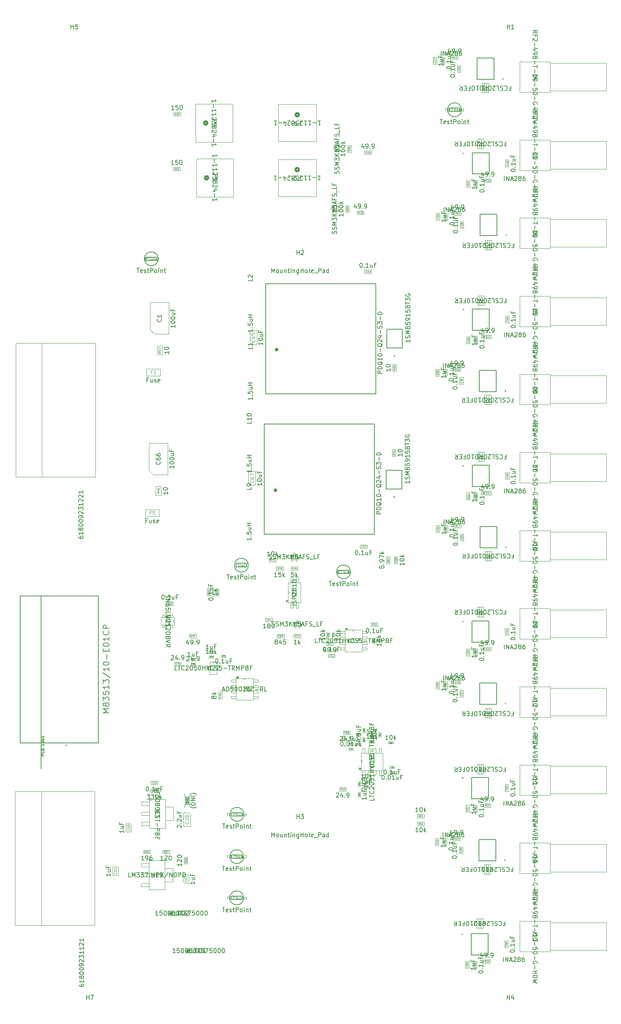
<source format=gbr>
%TF.GenerationSoftware,KiCad,Pcbnew,9.0.3*%
%TF.CreationDate,2025-09-16T13:44:48-04:00*%
%TF.ProjectId,WARM_TPC_Shaper,5741524d-5f54-4504-935f-536861706572,rev?*%
%TF.SameCoordinates,Original*%
%TF.FileFunction,AssemblyDrawing,Top*%
%FSLAX46Y46*%
G04 Gerber Fmt 4.6, Leading zero omitted, Abs format (unit mm)*
G04 Created by KiCad (PCBNEW 9.0.3) date 2025-09-16 13:44:48*
%MOMM*%
%LPD*%
G01*
G04 APERTURE LIST*
%ADD10C,0.150000*%
%ADD11C,0.060000*%
%ADD12C,0.040000*%
%ADD13C,0.090000*%
%ADD14C,0.120000*%
%ADD15C,0.080000*%
%ADD16C,0.100000*%
%ADD17C,0.127000*%
%ADD18C,0.200000*%
%ADD19C,0.025400*%
%ADD20C,0.508000*%
%ADD21C,0.400000*%
G04 APERTURE END LIST*
D10*
X180713810Y-201580057D02*
X180761429Y-201532438D01*
X180761429Y-201532438D02*
X180856667Y-201484819D01*
X180856667Y-201484819D02*
X181094762Y-201484819D01*
X181094762Y-201484819D02*
X181190000Y-201532438D01*
X181190000Y-201532438D02*
X181237619Y-201580057D01*
X181237619Y-201580057D02*
X181285238Y-201675295D01*
X181285238Y-201675295D02*
X181285238Y-201770533D01*
X181285238Y-201770533D02*
X181237619Y-201913390D01*
X181237619Y-201913390D02*
X180666191Y-202484819D01*
X180666191Y-202484819D02*
X181285238Y-202484819D01*
X182142381Y-201818152D02*
X182142381Y-202484819D01*
X181904286Y-201437200D02*
X181666191Y-202151485D01*
X181666191Y-202151485D02*
X182285238Y-202151485D01*
X182666191Y-202389580D02*
X182713810Y-202437200D01*
X182713810Y-202437200D02*
X182666191Y-202484819D01*
X182666191Y-202484819D02*
X182618572Y-202437200D01*
X182618572Y-202437200D02*
X182666191Y-202389580D01*
X182666191Y-202389580D02*
X182666191Y-202484819D01*
X183190000Y-202484819D02*
X183380476Y-202484819D01*
X183380476Y-202484819D02*
X183475714Y-202437200D01*
X183475714Y-202437200D02*
X183523333Y-202389580D01*
X183523333Y-202389580D02*
X183618571Y-202246723D01*
X183618571Y-202246723D02*
X183666190Y-202056247D01*
X183666190Y-202056247D02*
X183666190Y-201675295D01*
X183666190Y-201675295D02*
X183618571Y-201580057D01*
X183618571Y-201580057D02*
X183570952Y-201532438D01*
X183570952Y-201532438D02*
X183475714Y-201484819D01*
X183475714Y-201484819D02*
X183285238Y-201484819D01*
X183285238Y-201484819D02*
X183190000Y-201532438D01*
X183190000Y-201532438D02*
X183142381Y-201580057D01*
X183142381Y-201580057D02*
X183094762Y-201675295D01*
X183094762Y-201675295D02*
X183094762Y-201913390D01*
X183094762Y-201913390D02*
X183142381Y-202008628D01*
X183142381Y-202008628D02*
X183190000Y-202056247D01*
X183190000Y-202056247D02*
X183285238Y-202103866D01*
X183285238Y-202103866D02*
X183475714Y-202103866D01*
X183475714Y-202103866D02*
X183570952Y-202056247D01*
X183570952Y-202056247D02*
X183618571Y-202008628D01*
X183618571Y-202008628D02*
X183666190Y-201913390D01*
D11*
X181932857Y-200781927D02*
X181799524Y-200591451D01*
X181704286Y-200781927D02*
X181704286Y-200381927D01*
X181704286Y-200381927D02*
X181856667Y-200381927D01*
X181856667Y-200381927D02*
X181894762Y-200400975D01*
X181894762Y-200400975D02*
X181913809Y-200420022D01*
X181913809Y-200420022D02*
X181932857Y-200458118D01*
X181932857Y-200458118D02*
X181932857Y-200515260D01*
X181932857Y-200515260D02*
X181913809Y-200553356D01*
X181913809Y-200553356D02*
X181894762Y-200572403D01*
X181894762Y-200572403D02*
X181856667Y-200591451D01*
X181856667Y-200591451D02*
X181704286Y-200591451D01*
X182275714Y-200381927D02*
X182199524Y-200381927D01*
X182199524Y-200381927D02*
X182161428Y-200400975D01*
X182161428Y-200400975D02*
X182142381Y-200420022D01*
X182142381Y-200420022D02*
X182104286Y-200477165D01*
X182104286Y-200477165D02*
X182085238Y-200553356D01*
X182085238Y-200553356D02*
X182085238Y-200705737D01*
X182085238Y-200705737D02*
X182104286Y-200743832D01*
X182104286Y-200743832D02*
X182123333Y-200762880D01*
X182123333Y-200762880D02*
X182161428Y-200781927D01*
X182161428Y-200781927D02*
X182237619Y-200781927D01*
X182237619Y-200781927D02*
X182275714Y-200762880D01*
X182275714Y-200762880D02*
X182294762Y-200743832D01*
X182294762Y-200743832D02*
X182313809Y-200705737D01*
X182313809Y-200705737D02*
X182313809Y-200610499D01*
X182313809Y-200610499D02*
X182294762Y-200572403D01*
X182294762Y-200572403D02*
X182275714Y-200553356D01*
X182275714Y-200553356D02*
X182237619Y-200534308D01*
X182237619Y-200534308D02*
X182161428Y-200534308D01*
X182161428Y-200534308D02*
X182123333Y-200553356D01*
X182123333Y-200553356D02*
X182104286Y-200572403D01*
X182104286Y-200572403D02*
X182085238Y-200610499D01*
X182542380Y-200553356D02*
X182504285Y-200534308D01*
X182504285Y-200534308D02*
X182485238Y-200515260D01*
X182485238Y-200515260D02*
X182466190Y-200477165D01*
X182466190Y-200477165D02*
X182466190Y-200458118D01*
X182466190Y-200458118D02*
X182485238Y-200420022D01*
X182485238Y-200420022D02*
X182504285Y-200400975D01*
X182504285Y-200400975D02*
X182542380Y-200381927D01*
X182542380Y-200381927D02*
X182618571Y-200381927D01*
X182618571Y-200381927D02*
X182656666Y-200400975D01*
X182656666Y-200400975D02*
X182675714Y-200420022D01*
X182675714Y-200420022D02*
X182694761Y-200458118D01*
X182694761Y-200458118D02*
X182694761Y-200477165D01*
X182694761Y-200477165D02*
X182675714Y-200515260D01*
X182675714Y-200515260D02*
X182656666Y-200534308D01*
X182656666Y-200534308D02*
X182618571Y-200553356D01*
X182618571Y-200553356D02*
X182542380Y-200553356D01*
X182542380Y-200553356D02*
X182504285Y-200572403D01*
X182504285Y-200572403D02*
X182485238Y-200591451D01*
X182485238Y-200591451D02*
X182466190Y-200629546D01*
X182466190Y-200629546D02*
X182466190Y-200705737D01*
X182466190Y-200705737D02*
X182485238Y-200743832D01*
X182485238Y-200743832D02*
X182504285Y-200762880D01*
X182504285Y-200762880D02*
X182542380Y-200781927D01*
X182542380Y-200781927D02*
X182618571Y-200781927D01*
X182618571Y-200781927D02*
X182656666Y-200762880D01*
X182656666Y-200762880D02*
X182675714Y-200743832D01*
X182675714Y-200743832D02*
X182694761Y-200705737D01*
X182694761Y-200705737D02*
X182694761Y-200629546D01*
X182694761Y-200629546D02*
X182675714Y-200591451D01*
X182675714Y-200591451D02*
X182656666Y-200572403D01*
X182656666Y-200572403D02*
X182618571Y-200553356D01*
D10*
X204677048Y-152507818D02*
X204677048Y-151507818D01*
X205153238Y-152507818D02*
X205153238Y-151507818D01*
X205153238Y-151507818D02*
X205724666Y-152507818D01*
X205724666Y-152507818D02*
X205724666Y-151507818D01*
X206153238Y-152222103D02*
X206629428Y-152222103D01*
X206058000Y-152507818D02*
X206391333Y-151507818D01*
X206391333Y-151507818D02*
X206724666Y-152507818D01*
X207010381Y-151603056D02*
X207058000Y-151555437D01*
X207058000Y-151555437D02*
X207153238Y-151507818D01*
X207153238Y-151507818D02*
X207391333Y-151507818D01*
X207391333Y-151507818D02*
X207486571Y-151555437D01*
X207486571Y-151555437D02*
X207534190Y-151603056D01*
X207534190Y-151603056D02*
X207581809Y-151698294D01*
X207581809Y-151698294D02*
X207581809Y-151793532D01*
X207581809Y-151793532D02*
X207534190Y-151936389D01*
X207534190Y-151936389D02*
X206962762Y-152507818D01*
X206962762Y-152507818D02*
X207581809Y-152507818D01*
X208153238Y-151936389D02*
X208058000Y-151888770D01*
X208058000Y-151888770D02*
X208010381Y-151841151D01*
X208010381Y-151841151D02*
X207962762Y-151745913D01*
X207962762Y-151745913D02*
X207962762Y-151698294D01*
X207962762Y-151698294D02*
X208010381Y-151603056D01*
X208010381Y-151603056D02*
X208058000Y-151555437D01*
X208058000Y-151555437D02*
X208153238Y-151507818D01*
X208153238Y-151507818D02*
X208343714Y-151507818D01*
X208343714Y-151507818D02*
X208438952Y-151555437D01*
X208438952Y-151555437D02*
X208486571Y-151603056D01*
X208486571Y-151603056D02*
X208534190Y-151698294D01*
X208534190Y-151698294D02*
X208534190Y-151745913D01*
X208534190Y-151745913D02*
X208486571Y-151841151D01*
X208486571Y-151841151D02*
X208438952Y-151888770D01*
X208438952Y-151888770D02*
X208343714Y-151936389D01*
X208343714Y-151936389D02*
X208153238Y-151936389D01*
X208153238Y-151936389D02*
X208058000Y-151984008D01*
X208058000Y-151984008D02*
X208010381Y-152031627D01*
X208010381Y-152031627D02*
X207962762Y-152126865D01*
X207962762Y-152126865D02*
X207962762Y-152317341D01*
X207962762Y-152317341D02*
X208010381Y-152412579D01*
X208010381Y-152412579D02*
X208058000Y-152460199D01*
X208058000Y-152460199D02*
X208153238Y-152507818D01*
X208153238Y-152507818D02*
X208343714Y-152507818D01*
X208343714Y-152507818D02*
X208438952Y-152460199D01*
X208438952Y-152460199D02*
X208486571Y-152412579D01*
X208486571Y-152412579D02*
X208534190Y-152317341D01*
X208534190Y-152317341D02*
X208534190Y-152126865D01*
X208534190Y-152126865D02*
X208486571Y-152031627D01*
X208486571Y-152031627D02*
X208438952Y-151984008D01*
X208438952Y-151984008D02*
X208343714Y-151936389D01*
X209391333Y-151507818D02*
X209200857Y-151507818D01*
X209200857Y-151507818D02*
X209105619Y-151555437D01*
X209105619Y-151555437D02*
X209058000Y-151603056D01*
X209058000Y-151603056D02*
X208962762Y-151745913D01*
X208962762Y-151745913D02*
X208915143Y-151936389D01*
X208915143Y-151936389D02*
X208915143Y-152317341D01*
X208915143Y-152317341D02*
X208962762Y-152412579D01*
X208962762Y-152412579D02*
X209010381Y-152460199D01*
X209010381Y-152460199D02*
X209105619Y-152507818D01*
X209105619Y-152507818D02*
X209296095Y-152507818D01*
X209296095Y-152507818D02*
X209391333Y-152460199D01*
X209391333Y-152460199D02*
X209438952Y-152412579D01*
X209438952Y-152412579D02*
X209486571Y-152317341D01*
X209486571Y-152317341D02*
X209486571Y-152079246D01*
X209486571Y-152079246D02*
X209438952Y-151984008D01*
X209438952Y-151984008D02*
X209391333Y-151936389D01*
X209391333Y-151936389D02*
X209296095Y-151888770D01*
X209296095Y-151888770D02*
X209105619Y-151888770D01*
X209105619Y-151888770D02*
X209010381Y-151936389D01*
X209010381Y-151936389D02*
X208962762Y-151984008D01*
X208962762Y-151984008D02*
X208915143Y-152079246D01*
X218659048Y-145426818D02*
X218659048Y-144426818D01*
X219135238Y-145426818D02*
X219135238Y-144426818D01*
X219135238Y-144426818D02*
X219706666Y-145426818D01*
X219706666Y-145426818D02*
X219706666Y-144426818D01*
X220135238Y-145141103D02*
X220611428Y-145141103D01*
X220040000Y-145426818D02*
X220373333Y-144426818D01*
X220373333Y-144426818D02*
X220706666Y-145426818D01*
X220992381Y-144522056D02*
X221040000Y-144474437D01*
X221040000Y-144474437D02*
X221135238Y-144426818D01*
X221135238Y-144426818D02*
X221373333Y-144426818D01*
X221373333Y-144426818D02*
X221468571Y-144474437D01*
X221468571Y-144474437D02*
X221516190Y-144522056D01*
X221516190Y-144522056D02*
X221563809Y-144617294D01*
X221563809Y-144617294D02*
X221563809Y-144712532D01*
X221563809Y-144712532D02*
X221516190Y-144855389D01*
X221516190Y-144855389D02*
X220944762Y-145426818D01*
X220944762Y-145426818D02*
X221563809Y-145426818D01*
X222135238Y-144855389D02*
X222040000Y-144807770D01*
X222040000Y-144807770D02*
X221992381Y-144760151D01*
X221992381Y-144760151D02*
X221944762Y-144664913D01*
X221944762Y-144664913D02*
X221944762Y-144617294D01*
X221944762Y-144617294D02*
X221992381Y-144522056D01*
X221992381Y-144522056D02*
X222040000Y-144474437D01*
X222040000Y-144474437D02*
X222135238Y-144426818D01*
X222135238Y-144426818D02*
X222325714Y-144426818D01*
X222325714Y-144426818D02*
X222420952Y-144474437D01*
X222420952Y-144474437D02*
X222468571Y-144522056D01*
X222468571Y-144522056D02*
X222516190Y-144617294D01*
X222516190Y-144617294D02*
X222516190Y-144664913D01*
X222516190Y-144664913D02*
X222468571Y-144760151D01*
X222468571Y-144760151D02*
X222420952Y-144807770D01*
X222420952Y-144807770D02*
X222325714Y-144855389D01*
X222325714Y-144855389D02*
X222135238Y-144855389D01*
X222135238Y-144855389D02*
X222040000Y-144903008D01*
X222040000Y-144903008D02*
X221992381Y-144950627D01*
X221992381Y-144950627D02*
X221944762Y-145045865D01*
X221944762Y-145045865D02*
X221944762Y-145236341D01*
X221944762Y-145236341D02*
X221992381Y-145331579D01*
X221992381Y-145331579D02*
X222040000Y-145379199D01*
X222040000Y-145379199D02*
X222135238Y-145426818D01*
X222135238Y-145426818D02*
X222325714Y-145426818D01*
X222325714Y-145426818D02*
X222420952Y-145379199D01*
X222420952Y-145379199D02*
X222468571Y-145331579D01*
X222468571Y-145331579D02*
X222516190Y-145236341D01*
X222516190Y-145236341D02*
X222516190Y-145045865D01*
X222516190Y-145045865D02*
X222468571Y-144950627D01*
X222468571Y-144950627D02*
X222420952Y-144903008D01*
X222420952Y-144903008D02*
X222325714Y-144855389D01*
X223373333Y-144426818D02*
X223182857Y-144426818D01*
X223182857Y-144426818D02*
X223087619Y-144474437D01*
X223087619Y-144474437D02*
X223040000Y-144522056D01*
X223040000Y-144522056D02*
X222944762Y-144664913D01*
X222944762Y-144664913D02*
X222897143Y-144855389D01*
X222897143Y-144855389D02*
X222897143Y-145236341D01*
X222897143Y-145236341D02*
X222944762Y-145331579D01*
X222944762Y-145331579D02*
X222992381Y-145379199D01*
X222992381Y-145379199D02*
X223087619Y-145426818D01*
X223087619Y-145426818D02*
X223278095Y-145426818D01*
X223278095Y-145426818D02*
X223373333Y-145379199D01*
X223373333Y-145379199D02*
X223420952Y-145331579D01*
X223420952Y-145331579D02*
X223468571Y-145236341D01*
X223468571Y-145236341D02*
X223468571Y-144998246D01*
X223468571Y-144998246D02*
X223420952Y-144903008D01*
X223420952Y-144903008D02*
X223373333Y-144855389D01*
X223373333Y-144855389D02*
X223278095Y-144807770D01*
X223278095Y-144807770D02*
X223087619Y-144807770D01*
X223087619Y-144807770D02*
X222992381Y-144855389D01*
X222992381Y-144855389D02*
X222944762Y-144903008D01*
X222944762Y-144903008D02*
X222897143Y-144998246D01*
X204474819Y-46375238D02*
X204474819Y-46946666D01*
X204474819Y-46660952D02*
X203474819Y-46660952D01*
X203474819Y-46660952D02*
X203617676Y-46756190D01*
X203617676Y-46756190D02*
X203712914Y-46851428D01*
X203712914Y-46851428D02*
X203760533Y-46946666D01*
X203808152Y-45518095D02*
X204474819Y-45518095D01*
X203808152Y-45946666D02*
X204331961Y-45946666D01*
X204331961Y-45946666D02*
X204427200Y-45899047D01*
X204427200Y-45899047D02*
X204474819Y-45803809D01*
X204474819Y-45803809D02*
X204474819Y-45660952D01*
X204474819Y-45660952D02*
X204427200Y-45565714D01*
X204427200Y-45565714D02*
X204379580Y-45518095D01*
X203951009Y-44708571D02*
X203951009Y-45041904D01*
X204474819Y-45041904D02*
X203474819Y-45041904D01*
X203474819Y-45041904D02*
X203474819Y-44565714D01*
D11*
X202733832Y-46037142D02*
X202752880Y-46056190D01*
X202752880Y-46056190D02*
X202771927Y-46113332D01*
X202771927Y-46113332D02*
X202771927Y-46151428D01*
X202771927Y-46151428D02*
X202752880Y-46208571D01*
X202752880Y-46208571D02*
X202714784Y-46246666D01*
X202714784Y-46246666D02*
X202676689Y-46265713D01*
X202676689Y-46265713D02*
X202600499Y-46284761D01*
X202600499Y-46284761D02*
X202543356Y-46284761D01*
X202543356Y-46284761D02*
X202467165Y-46265713D01*
X202467165Y-46265713D02*
X202429070Y-46246666D01*
X202429070Y-46246666D02*
X202390975Y-46208571D01*
X202390975Y-46208571D02*
X202371927Y-46151428D01*
X202371927Y-46151428D02*
X202371927Y-46113332D01*
X202371927Y-46113332D02*
X202390975Y-46056190D01*
X202390975Y-46056190D02*
X202410022Y-46037142D01*
X202410022Y-45884761D02*
X202390975Y-45865713D01*
X202390975Y-45865713D02*
X202371927Y-45827618D01*
X202371927Y-45827618D02*
X202371927Y-45732380D01*
X202371927Y-45732380D02*
X202390975Y-45694285D01*
X202390975Y-45694285D02*
X202410022Y-45675237D01*
X202410022Y-45675237D02*
X202448118Y-45656190D01*
X202448118Y-45656190D02*
X202486213Y-45656190D01*
X202486213Y-45656190D02*
X202543356Y-45675237D01*
X202543356Y-45675237D02*
X202771927Y-45903809D01*
X202771927Y-45903809D02*
X202771927Y-45656190D01*
X202371927Y-45522857D02*
X202371927Y-45256190D01*
X202371927Y-45256190D02*
X202771927Y-45427619D01*
D10*
X206144819Y-49312855D02*
X206144819Y-49217617D01*
X206144819Y-49217617D02*
X206192438Y-49122379D01*
X206192438Y-49122379D02*
X206240057Y-49074760D01*
X206240057Y-49074760D02*
X206335295Y-49027141D01*
X206335295Y-49027141D02*
X206525771Y-48979522D01*
X206525771Y-48979522D02*
X206763866Y-48979522D01*
X206763866Y-48979522D02*
X206954342Y-49027141D01*
X206954342Y-49027141D02*
X207049580Y-49074760D01*
X207049580Y-49074760D02*
X207097200Y-49122379D01*
X207097200Y-49122379D02*
X207144819Y-49217617D01*
X207144819Y-49217617D02*
X207144819Y-49312855D01*
X207144819Y-49312855D02*
X207097200Y-49408093D01*
X207097200Y-49408093D02*
X207049580Y-49455712D01*
X207049580Y-49455712D02*
X206954342Y-49503331D01*
X206954342Y-49503331D02*
X206763866Y-49550950D01*
X206763866Y-49550950D02*
X206525771Y-49550950D01*
X206525771Y-49550950D02*
X206335295Y-49503331D01*
X206335295Y-49503331D02*
X206240057Y-49455712D01*
X206240057Y-49455712D02*
X206192438Y-49408093D01*
X206192438Y-49408093D02*
X206144819Y-49312855D01*
X207049580Y-48550950D02*
X207097200Y-48503331D01*
X207097200Y-48503331D02*
X207144819Y-48550950D01*
X207144819Y-48550950D02*
X207097200Y-48598569D01*
X207097200Y-48598569D02*
X207049580Y-48550950D01*
X207049580Y-48550950D02*
X207144819Y-48550950D01*
X207144819Y-47550951D02*
X207144819Y-48122379D01*
X207144819Y-47836665D02*
X206144819Y-47836665D01*
X206144819Y-47836665D02*
X206287676Y-47931903D01*
X206287676Y-47931903D02*
X206382914Y-48027141D01*
X206382914Y-48027141D02*
X206430533Y-48122379D01*
X206478152Y-46693808D02*
X207144819Y-46693808D01*
X206478152Y-47122379D02*
X207001961Y-47122379D01*
X207001961Y-47122379D02*
X207097200Y-47074760D01*
X207097200Y-47074760D02*
X207144819Y-46979522D01*
X207144819Y-46979522D02*
X207144819Y-46836665D01*
X207144819Y-46836665D02*
X207097200Y-46741427D01*
X207097200Y-46741427D02*
X207049580Y-46693808D01*
X206621009Y-45884284D02*
X206621009Y-46217617D01*
X207144819Y-46217617D02*
X206144819Y-46217617D01*
X206144819Y-46217617D02*
X206144819Y-45741427D01*
D11*
X208263832Y-47927141D02*
X208282880Y-47946189D01*
X208282880Y-47946189D02*
X208301927Y-48003331D01*
X208301927Y-48003331D02*
X208301927Y-48041427D01*
X208301927Y-48041427D02*
X208282880Y-48098570D01*
X208282880Y-48098570D02*
X208244784Y-48136665D01*
X208244784Y-48136665D02*
X208206689Y-48155712D01*
X208206689Y-48155712D02*
X208130499Y-48174760D01*
X208130499Y-48174760D02*
X208073356Y-48174760D01*
X208073356Y-48174760D02*
X207997165Y-48155712D01*
X207997165Y-48155712D02*
X207959070Y-48136665D01*
X207959070Y-48136665D02*
X207920975Y-48098570D01*
X207920975Y-48098570D02*
X207901927Y-48041427D01*
X207901927Y-48041427D02*
X207901927Y-48003331D01*
X207901927Y-48003331D02*
X207920975Y-47946189D01*
X207920975Y-47946189D02*
X207940022Y-47927141D01*
X207940022Y-47774760D02*
X207920975Y-47755712D01*
X207920975Y-47755712D02*
X207901927Y-47717617D01*
X207901927Y-47717617D02*
X207901927Y-47622379D01*
X207901927Y-47622379D02*
X207920975Y-47584284D01*
X207920975Y-47584284D02*
X207940022Y-47565236D01*
X207940022Y-47565236D02*
X207978118Y-47546189D01*
X207978118Y-47546189D02*
X208016213Y-47546189D01*
X208016213Y-47546189D02*
X208073356Y-47565236D01*
X208073356Y-47565236D02*
X208301927Y-47793808D01*
X208301927Y-47793808D02*
X208301927Y-47546189D01*
X207901927Y-47184284D02*
X207901927Y-47374760D01*
X207901927Y-47374760D02*
X208092403Y-47393808D01*
X208092403Y-47393808D02*
X208073356Y-47374760D01*
X208073356Y-47374760D02*
X208054308Y-47336665D01*
X208054308Y-47336665D02*
X208054308Y-47241427D01*
X208054308Y-47241427D02*
X208073356Y-47203332D01*
X208073356Y-47203332D02*
X208092403Y-47184284D01*
X208092403Y-47184284D02*
X208130499Y-47165237D01*
X208130499Y-47165237D02*
X208225737Y-47165237D01*
X208225737Y-47165237D02*
X208263832Y-47184284D01*
X208263832Y-47184284D02*
X208282880Y-47203332D01*
X208282880Y-47203332D02*
X208301927Y-47241427D01*
X208301927Y-47241427D02*
X208301927Y-47336665D01*
X208301927Y-47336665D02*
X208282880Y-47374760D01*
X208282880Y-47374760D02*
X208263832Y-47393808D01*
D10*
X220180000Y-232193989D02*
X220513333Y-232193989D01*
X220513333Y-231670179D02*
X220513333Y-232670179D01*
X220513333Y-232670179D02*
X220037143Y-232670179D01*
X219084762Y-231765418D02*
X219132381Y-231717799D01*
X219132381Y-231717799D02*
X219275238Y-231670179D01*
X219275238Y-231670179D02*
X219370476Y-231670179D01*
X219370476Y-231670179D02*
X219513333Y-231717799D01*
X219513333Y-231717799D02*
X219608571Y-231813037D01*
X219608571Y-231813037D02*
X219656190Y-231908275D01*
X219656190Y-231908275D02*
X219703809Y-232098751D01*
X219703809Y-232098751D02*
X219703809Y-232241608D01*
X219703809Y-232241608D02*
X219656190Y-232432084D01*
X219656190Y-232432084D02*
X219608571Y-232527322D01*
X219608571Y-232527322D02*
X219513333Y-232622560D01*
X219513333Y-232622560D02*
X219370476Y-232670179D01*
X219370476Y-232670179D02*
X219275238Y-232670179D01*
X219275238Y-232670179D02*
X219132381Y-232622560D01*
X219132381Y-232622560D02*
X219084762Y-232574941D01*
X218703809Y-231717799D02*
X218560952Y-231670179D01*
X218560952Y-231670179D02*
X218322857Y-231670179D01*
X218322857Y-231670179D02*
X218227619Y-231717799D01*
X218227619Y-231717799D02*
X218180000Y-231765418D01*
X218180000Y-231765418D02*
X218132381Y-231860656D01*
X218132381Y-231860656D02*
X218132381Y-231955894D01*
X218132381Y-231955894D02*
X218180000Y-232051132D01*
X218180000Y-232051132D02*
X218227619Y-232098751D01*
X218227619Y-232098751D02*
X218322857Y-232146370D01*
X218322857Y-232146370D02*
X218513333Y-232193989D01*
X218513333Y-232193989D02*
X218608571Y-232241608D01*
X218608571Y-232241608D02*
X218656190Y-232289227D01*
X218656190Y-232289227D02*
X218703809Y-232384465D01*
X218703809Y-232384465D02*
X218703809Y-232479703D01*
X218703809Y-232479703D02*
X218656190Y-232574941D01*
X218656190Y-232574941D02*
X218608571Y-232622560D01*
X218608571Y-232622560D02*
X218513333Y-232670179D01*
X218513333Y-232670179D02*
X218275238Y-232670179D01*
X218275238Y-232670179D02*
X218132381Y-232622560D01*
X217227619Y-231670179D02*
X217703809Y-231670179D01*
X217703809Y-231670179D02*
X217703809Y-232670179D01*
X216941904Y-232574941D02*
X216894285Y-232622560D01*
X216894285Y-232622560D02*
X216799047Y-232670179D01*
X216799047Y-232670179D02*
X216560952Y-232670179D01*
X216560952Y-232670179D02*
X216465714Y-232622560D01*
X216465714Y-232622560D02*
X216418095Y-232574941D01*
X216418095Y-232574941D02*
X216370476Y-232479703D01*
X216370476Y-232479703D02*
X216370476Y-232384465D01*
X216370476Y-232384465D02*
X216418095Y-232241608D01*
X216418095Y-232241608D02*
X216989523Y-231670179D01*
X216989523Y-231670179D02*
X216370476Y-231670179D01*
X215751428Y-232670179D02*
X215656190Y-232670179D01*
X215656190Y-232670179D02*
X215560952Y-232622560D01*
X215560952Y-232622560D02*
X215513333Y-232574941D01*
X215513333Y-232574941D02*
X215465714Y-232479703D01*
X215465714Y-232479703D02*
X215418095Y-232289227D01*
X215418095Y-232289227D02*
X215418095Y-232051132D01*
X215418095Y-232051132D02*
X215465714Y-231860656D01*
X215465714Y-231860656D02*
X215513333Y-231765418D01*
X215513333Y-231765418D02*
X215560952Y-231717799D01*
X215560952Y-231717799D02*
X215656190Y-231670179D01*
X215656190Y-231670179D02*
X215751428Y-231670179D01*
X215751428Y-231670179D02*
X215846666Y-231717799D01*
X215846666Y-231717799D02*
X215894285Y-231765418D01*
X215894285Y-231765418D02*
X215941904Y-231860656D01*
X215941904Y-231860656D02*
X215989523Y-232051132D01*
X215989523Y-232051132D02*
X215989523Y-232289227D01*
X215989523Y-232289227D02*
X215941904Y-232479703D01*
X215941904Y-232479703D02*
X215894285Y-232574941D01*
X215894285Y-232574941D02*
X215846666Y-232622560D01*
X215846666Y-232622560D02*
X215751428Y-232670179D01*
X214418095Y-231670179D02*
X214751428Y-232146370D01*
X214989523Y-231670179D02*
X214989523Y-232670179D01*
X214989523Y-232670179D02*
X214608571Y-232670179D01*
X214608571Y-232670179D02*
X214513333Y-232622560D01*
X214513333Y-232622560D02*
X214465714Y-232574941D01*
X214465714Y-232574941D02*
X214418095Y-232479703D01*
X214418095Y-232479703D02*
X214418095Y-232336846D01*
X214418095Y-232336846D02*
X214465714Y-232241608D01*
X214465714Y-232241608D02*
X214513333Y-232193989D01*
X214513333Y-232193989D02*
X214608571Y-232146370D01*
X214608571Y-232146370D02*
X214989523Y-232146370D01*
X213799047Y-232670179D02*
X213703809Y-232670179D01*
X213703809Y-232670179D02*
X213608571Y-232622560D01*
X213608571Y-232622560D02*
X213560952Y-232574941D01*
X213560952Y-232574941D02*
X213513333Y-232479703D01*
X213513333Y-232479703D02*
X213465714Y-232289227D01*
X213465714Y-232289227D02*
X213465714Y-232051132D01*
X213465714Y-232051132D02*
X213513333Y-231860656D01*
X213513333Y-231860656D02*
X213560952Y-231765418D01*
X213560952Y-231765418D02*
X213608571Y-231717799D01*
X213608571Y-231717799D02*
X213703809Y-231670179D01*
X213703809Y-231670179D02*
X213799047Y-231670179D01*
X213799047Y-231670179D02*
X213894285Y-231717799D01*
X213894285Y-231717799D02*
X213941904Y-231765418D01*
X213941904Y-231765418D02*
X213989523Y-231860656D01*
X213989523Y-231860656D02*
X214037142Y-232051132D01*
X214037142Y-232051132D02*
X214037142Y-232289227D01*
X214037142Y-232289227D02*
X213989523Y-232479703D01*
X213989523Y-232479703D02*
X213941904Y-232574941D01*
X213941904Y-232574941D02*
X213894285Y-232622560D01*
X213894285Y-232622560D02*
X213799047Y-232670179D01*
X212513333Y-231670179D02*
X213084761Y-231670179D01*
X212799047Y-231670179D02*
X212799047Y-232670179D01*
X212799047Y-232670179D02*
X212894285Y-232527322D01*
X212894285Y-232527322D02*
X212989523Y-232432084D01*
X212989523Y-232432084D02*
X213084761Y-232384465D01*
X211894285Y-232670179D02*
X211799047Y-232670179D01*
X211799047Y-232670179D02*
X211703809Y-232622560D01*
X211703809Y-232622560D02*
X211656190Y-232574941D01*
X211656190Y-232574941D02*
X211608571Y-232479703D01*
X211608571Y-232479703D02*
X211560952Y-232289227D01*
X211560952Y-232289227D02*
X211560952Y-232051132D01*
X211560952Y-232051132D02*
X211608571Y-231860656D01*
X211608571Y-231860656D02*
X211656190Y-231765418D01*
X211656190Y-231765418D02*
X211703809Y-231717799D01*
X211703809Y-231717799D02*
X211799047Y-231670179D01*
X211799047Y-231670179D02*
X211894285Y-231670179D01*
X211894285Y-231670179D02*
X211989523Y-231717799D01*
X211989523Y-231717799D02*
X212037142Y-231765418D01*
X212037142Y-231765418D02*
X212084761Y-231860656D01*
X212084761Y-231860656D02*
X212132380Y-232051132D01*
X212132380Y-232051132D02*
X212132380Y-232289227D01*
X212132380Y-232289227D02*
X212084761Y-232479703D01*
X212084761Y-232479703D02*
X212037142Y-232574941D01*
X212037142Y-232574941D02*
X211989523Y-232622560D01*
X211989523Y-232622560D02*
X211894285Y-232670179D01*
X210799047Y-232193989D02*
X211132380Y-232193989D01*
X211132380Y-231670179D02*
X211132380Y-232670179D01*
X211132380Y-232670179D02*
X210656190Y-232670179D01*
X210275237Y-232193989D02*
X209941904Y-232193989D01*
X209799047Y-231670179D02*
X210275237Y-231670179D01*
X210275237Y-231670179D02*
X210275237Y-232670179D01*
X210275237Y-232670179D02*
X209799047Y-232670179D01*
X208799047Y-231670179D02*
X209132380Y-232146370D01*
X209370475Y-231670179D02*
X209370475Y-232670179D01*
X209370475Y-232670179D02*
X208989523Y-232670179D01*
X208989523Y-232670179D02*
X208894285Y-232622560D01*
X208894285Y-232622560D02*
X208846666Y-232574941D01*
X208846666Y-232574941D02*
X208799047Y-232479703D01*
X208799047Y-232479703D02*
X208799047Y-232336846D01*
X208799047Y-232336846D02*
X208846666Y-232241608D01*
X208846666Y-232241608D02*
X208894285Y-232193989D01*
X208894285Y-232193989D02*
X208989523Y-232146370D01*
X208989523Y-232146370D02*
X209370475Y-232146370D01*
X215322857Y-231670179D02*
X215656190Y-232146370D01*
X215894285Y-231670179D02*
X215894285Y-232670179D01*
X215894285Y-232670179D02*
X215513333Y-232670179D01*
X215513333Y-232670179D02*
X215418095Y-232622560D01*
X215418095Y-232622560D02*
X215370476Y-232574941D01*
X215370476Y-232574941D02*
X215322857Y-232479703D01*
X215322857Y-232479703D02*
X215322857Y-232336846D01*
X215322857Y-232336846D02*
X215370476Y-232241608D01*
X215370476Y-232241608D02*
X215418095Y-232193989D01*
X215418095Y-232193989D02*
X215513333Y-232146370D01*
X215513333Y-232146370D02*
X215894285Y-232146370D01*
X214370476Y-231670179D02*
X214941904Y-231670179D01*
X214656190Y-231670179D02*
X214656190Y-232670179D01*
X214656190Y-232670179D02*
X214751428Y-232527322D01*
X214751428Y-232527322D02*
X214846666Y-232432084D01*
X214846666Y-232432084D02*
X214941904Y-232384465D01*
X213418095Y-231670179D02*
X213989523Y-231670179D01*
X213703809Y-231670179D02*
X213703809Y-232670179D01*
X213703809Y-232670179D02*
X213799047Y-232527322D01*
X213799047Y-232527322D02*
X213894285Y-232432084D01*
X213894285Y-232432084D02*
X213989523Y-232384465D01*
X206730000Y-187333152D02*
X206730000Y-187999819D01*
X206491905Y-186952200D02*
X206253810Y-187666485D01*
X206253810Y-187666485D02*
X206872857Y-187666485D01*
X207301429Y-187999819D02*
X207491905Y-187999819D01*
X207491905Y-187999819D02*
X207587143Y-187952200D01*
X207587143Y-187952200D02*
X207634762Y-187904580D01*
X207634762Y-187904580D02*
X207730000Y-187761723D01*
X207730000Y-187761723D02*
X207777619Y-187571247D01*
X207777619Y-187571247D02*
X207777619Y-187190295D01*
X207777619Y-187190295D02*
X207730000Y-187095057D01*
X207730000Y-187095057D02*
X207682381Y-187047438D01*
X207682381Y-187047438D02*
X207587143Y-186999819D01*
X207587143Y-186999819D02*
X207396667Y-186999819D01*
X207396667Y-186999819D02*
X207301429Y-187047438D01*
X207301429Y-187047438D02*
X207253810Y-187095057D01*
X207253810Y-187095057D02*
X207206191Y-187190295D01*
X207206191Y-187190295D02*
X207206191Y-187428390D01*
X207206191Y-187428390D02*
X207253810Y-187523628D01*
X207253810Y-187523628D02*
X207301429Y-187571247D01*
X207301429Y-187571247D02*
X207396667Y-187618866D01*
X207396667Y-187618866D02*
X207587143Y-187618866D01*
X207587143Y-187618866D02*
X207682381Y-187571247D01*
X207682381Y-187571247D02*
X207730000Y-187523628D01*
X207730000Y-187523628D02*
X207777619Y-187428390D01*
X208206191Y-187904580D02*
X208253810Y-187952200D01*
X208253810Y-187952200D02*
X208206191Y-187999819D01*
X208206191Y-187999819D02*
X208158572Y-187952200D01*
X208158572Y-187952200D02*
X208206191Y-187904580D01*
X208206191Y-187904580D02*
X208206191Y-187999819D01*
X208730000Y-187999819D02*
X208920476Y-187999819D01*
X208920476Y-187999819D02*
X209015714Y-187952200D01*
X209015714Y-187952200D02*
X209063333Y-187904580D01*
X209063333Y-187904580D02*
X209158571Y-187761723D01*
X209158571Y-187761723D02*
X209206190Y-187571247D01*
X209206190Y-187571247D02*
X209206190Y-187190295D01*
X209206190Y-187190295D02*
X209158571Y-187095057D01*
X209158571Y-187095057D02*
X209110952Y-187047438D01*
X209110952Y-187047438D02*
X209015714Y-186999819D01*
X209015714Y-186999819D02*
X208825238Y-186999819D01*
X208825238Y-186999819D02*
X208730000Y-187047438D01*
X208730000Y-187047438D02*
X208682381Y-187095057D01*
X208682381Y-187095057D02*
X208634762Y-187190295D01*
X208634762Y-187190295D02*
X208634762Y-187428390D01*
X208634762Y-187428390D02*
X208682381Y-187523628D01*
X208682381Y-187523628D02*
X208730000Y-187571247D01*
X208730000Y-187571247D02*
X208825238Y-187618866D01*
X208825238Y-187618866D02*
X209015714Y-187618866D01*
X209015714Y-187618866D02*
X209110952Y-187571247D01*
X209110952Y-187571247D02*
X209158571Y-187523628D01*
X209158571Y-187523628D02*
X209206190Y-187428390D01*
D11*
X207472857Y-189156927D02*
X207339524Y-188966451D01*
X207244286Y-189156927D02*
X207244286Y-188756927D01*
X207244286Y-188756927D02*
X207396667Y-188756927D01*
X207396667Y-188756927D02*
X207434762Y-188775975D01*
X207434762Y-188775975D02*
X207453809Y-188795022D01*
X207453809Y-188795022D02*
X207472857Y-188833118D01*
X207472857Y-188833118D02*
X207472857Y-188890260D01*
X207472857Y-188890260D02*
X207453809Y-188928356D01*
X207453809Y-188928356D02*
X207434762Y-188947403D01*
X207434762Y-188947403D02*
X207396667Y-188966451D01*
X207396667Y-188966451D02*
X207244286Y-188966451D01*
X207853809Y-189156927D02*
X207625238Y-189156927D01*
X207739524Y-189156927D02*
X207739524Y-188756927D01*
X207739524Y-188756927D02*
X207701428Y-188814070D01*
X207701428Y-188814070D02*
X207663333Y-188852165D01*
X207663333Y-188852165D02*
X207625238Y-188871213D01*
X208082380Y-188928356D02*
X208044285Y-188909308D01*
X208044285Y-188909308D02*
X208025238Y-188890260D01*
X208025238Y-188890260D02*
X208006190Y-188852165D01*
X208006190Y-188852165D02*
X208006190Y-188833118D01*
X208006190Y-188833118D02*
X208025238Y-188795022D01*
X208025238Y-188795022D02*
X208044285Y-188775975D01*
X208044285Y-188775975D02*
X208082380Y-188756927D01*
X208082380Y-188756927D02*
X208158571Y-188756927D01*
X208158571Y-188756927D02*
X208196666Y-188775975D01*
X208196666Y-188775975D02*
X208215714Y-188795022D01*
X208215714Y-188795022D02*
X208234761Y-188833118D01*
X208234761Y-188833118D02*
X208234761Y-188852165D01*
X208234761Y-188852165D02*
X208215714Y-188890260D01*
X208215714Y-188890260D02*
X208196666Y-188909308D01*
X208196666Y-188909308D02*
X208158571Y-188928356D01*
X208158571Y-188928356D02*
X208082380Y-188928356D01*
X208082380Y-188928356D02*
X208044285Y-188947403D01*
X208044285Y-188947403D02*
X208025238Y-188966451D01*
X208025238Y-188966451D02*
X208006190Y-189004546D01*
X208006190Y-189004546D02*
X208006190Y-189080737D01*
X208006190Y-189080737D02*
X208025238Y-189118832D01*
X208025238Y-189118832D02*
X208044285Y-189137880D01*
X208044285Y-189137880D02*
X208082380Y-189156927D01*
X208082380Y-189156927D02*
X208158571Y-189156927D01*
X208158571Y-189156927D02*
X208196666Y-189137880D01*
X208196666Y-189137880D02*
X208215714Y-189118832D01*
X208215714Y-189118832D02*
X208234761Y-189080737D01*
X208234761Y-189080737D02*
X208234761Y-189004546D01*
X208234761Y-189004546D02*
X208215714Y-188966451D01*
X208215714Y-188966451D02*
X208196666Y-188947403D01*
X208196666Y-188947403D02*
X208158571Y-188928356D01*
D10*
X139797143Y-168884819D02*
X139892381Y-168884819D01*
X139892381Y-168884819D02*
X139987619Y-168932438D01*
X139987619Y-168932438D02*
X140035238Y-168980057D01*
X140035238Y-168980057D02*
X140082857Y-169075295D01*
X140082857Y-169075295D02*
X140130476Y-169265771D01*
X140130476Y-169265771D02*
X140130476Y-169503866D01*
X140130476Y-169503866D02*
X140082857Y-169694342D01*
X140082857Y-169694342D02*
X140035238Y-169789580D01*
X140035238Y-169789580D02*
X139987619Y-169837200D01*
X139987619Y-169837200D02*
X139892381Y-169884819D01*
X139892381Y-169884819D02*
X139797143Y-169884819D01*
X139797143Y-169884819D02*
X139701905Y-169837200D01*
X139701905Y-169837200D02*
X139654286Y-169789580D01*
X139654286Y-169789580D02*
X139606667Y-169694342D01*
X139606667Y-169694342D02*
X139559048Y-169503866D01*
X139559048Y-169503866D02*
X139559048Y-169265771D01*
X139559048Y-169265771D02*
X139606667Y-169075295D01*
X139606667Y-169075295D02*
X139654286Y-168980057D01*
X139654286Y-168980057D02*
X139701905Y-168932438D01*
X139701905Y-168932438D02*
X139797143Y-168884819D01*
X140559048Y-169789580D02*
X140606667Y-169837200D01*
X140606667Y-169837200D02*
X140559048Y-169884819D01*
X140559048Y-169884819D02*
X140511429Y-169837200D01*
X140511429Y-169837200D02*
X140559048Y-169789580D01*
X140559048Y-169789580D02*
X140559048Y-169884819D01*
X141559047Y-169884819D02*
X140987619Y-169884819D01*
X141273333Y-169884819D02*
X141273333Y-168884819D01*
X141273333Y-168884819D02*
X141178095Y-169027676D01*
X141178095Y-169027676D02*
X141082857Y-169122914D01*
X141082857Y-169122914D02*
X140987619Y-169170533D01*
X142416190Y-169218152D02*
X142416190Y-169884819D01*
X141987619Y-169218152D02*
X141987619Y-169741961D01*
X141987619Y-169741961D02*
X142035238Y-169837200D01*
X142035238Y-169837200D02*
X142130476Y-169884819D01*
X142130476Y-169884819D02*
X142273333Y-169884819D01*
X142273333Y-169884819D02*
X142368571Y-169837200D01*
X142368571Y-169837200D02*
X142416190Y-169789580D01*
X143225714Y-169361009D02*
X142892381Y-169361009D01*
X142892381Y-169884819D02*
X142892381Y-168884819D01*
X142892381Y-168884819D02*
X143368571Y-168884819D01*
D11*
X141182857Y-171003832D02*
X141163809Y-171022880D01*
X141163809Y-171022880D02*
X141106667Y-171041927D01*
X141106667Y-171041927D02*
X141068571Y-171041927D01*
X141068571Y-171041927D02*
X141011428Y-171022880D01*
X141011428Y-171022880D02*
X140973333Y-170984784D01*
X140973333Y-170984784D02*
X140954286Y-170946689D01*
X140954286Y-170946689D02*
X140935238Y-170870499D01*
X140935238Y-170870499D02*
X140935238Y-170813356D01*
X140935238Y-170813356D02*
X140954286Y-170737165D01*
X140954286Y-170737165D02*
X140973333Y-170699070D01*
X140973333Y-170699070D02*
X141011428Y-170660975D01*
X141011428Y-170660975D02*
X141068571Y-170641927D01*
X141068571Y-170641927D02*
X141106667Y-170641927D01*
X141106667Y-170641927D02*
X141163809Y-170660975D01*
X141163809Y-170660975D02*
X141182857Y-170680022D01*
X141316190Y-170641927D02*
X141582857Y-170641927D01*
X141582857Y-170641927D02*
X141411428Y-171041927D01*
X141925714Y-170641927D02*
X141735238Y-170641927D01*
X141735238Y-170641927D02*
X141716190Y-170832403D01*
X141716190Y-170832403D02*
X141735238Y-170813356D01*
X141735238Y-170813356D02*
X141773333Y-170794308D01*
X141773333Y-170794308D02*
X141868571Y-170794308D01*
X141868571Y-170794308D02*
X141906666Y-170813356D01*
X141906666Y-170813356D02*
X141925714Y-170832403D01*
X141925714Y-170832403D02*
X141944761Y-170870499D01*
X141944761Y-170870499D02*
X141944761Y-170965737D01*
X141944761Y-170965737D02*
X141925714Y-171003832D01*
X141925714Y-171003832D02*
X141906666Y-171022880D01*
X141906666Y-171022880D02*
X141868571Y-171041927D01*
X141868571Y-171041927D02*
X141773333Y-171041927D01*
X141773333Y-171041927D02*
X141735238Y-171022880D01*
X141735238Y-171022880D02*
X141716190Y-171003832D01*
D10*
X190154819Y-180045238D02*
X190154819Y-180616666D01*
X190154819Y-180330952D02*
X189154819Y-180330952D01*
X189154819Y-180330952D02*
X189297676Y-180426190D01*
X189297676Y-180426190D02*
X189392914Y-180521428D01*
X189392914Y-180521428D02*
X189440533Y-180616666D01*
X189154819Y-179426190D02*
X189154819Y-179330952D01*
X189154819Y-179330952D02*
X189202438Y-179235714D01*
X189202438Y-179235714D02*
X189250057Y-179188095D01*
X189250057Y-179188095D02*
X189345295Y-179140476D01*
X189345295Y-179140476D02*
X189535771Y-179092857D01*
X189535771Y-179092857D02*
X189773866Y-179092857D01*
X189773866Y-179092857D02*
X189964342Y-179140476D01*
X189964342Y-179140476D02*
X190059580Y-179188095D01*
X190059580Y-179188095D02*
X190107200Y-179235714D01*
X190107200Y-179235714D02*
X190154819Y-179330952D01*
X190154819Y-179330952D02*
X190154819Y-179426190D01*
X190154819Y-179426190D02*
X190107200Y-179521428D01*
X190107200Y-179521428D02*
X190059580Y-179569047D01*
X190059580Y-179569047D02*
X189964342Y-179616666D01*
X189964342Y-179616666D02*
X189773866Y-179664285D01*
X189773866Y-179664285D02*
X189535771Y-179664285D01*
X189535771Y-179664285D02*
X189345295Y-179616666D01*
X189345295Y-179616666D02*
X189250057Y-179569047D01*
X189250057Y-179569047D02*
X189202438Y-179521428D01*
X189202438Y-179521428D02*
X189154819Y-179426190D01*
X190154819Y-178664285D02*
X189154819Y-178664285D01*
X189773866Y-178569047D02*
X190154819Y-178283333D01*
X189488152Y-178283333D02*
X189869104Y-178664285D01*
D12*
X188648200Y-179617142D02*
X188524391Y-179703809D01*
X188648200Y-179765714D02*
X188388200Y-179765714D01*
X188388200Y-179765714D02*
X188388200Y-179666666D01*
X188388200Y-179666666D02*
X188400581Y-179641904D01*
X188400581Y-179641904D02*
X188412962Y-179629523D01*
X188412962Y-179629523D02*
X188437724Y-179617142D01*
X188437724Y-179617142D02*
X188474867Y-179617142D01*
X188474867Y-179617142D02*
X188499629Y-179629523D01*
X188499629Y-179629523D02*
X188512010Y-179641904D01*
X188512010Y-179641904D02*
X188524391Y-179666666D01*
X188524391Y-179666666D02*
X188524391Y-179765714D01*
X188388200Y-179530476D02*
X188388200Y-179369523D01*
X188388200Y-179369523D02*
X188487248Y-179456190D01*
X188487248Y-179456190D02*
X188487248Y-179419047D01*
X188487248Y-179419047D02*
X188499629Y-179394285D01*
X188499629Y-179394285D02*
X188512010Y-179381904D01*
X188512010Y-179381904D02*
X188536772Y-179369523D01*
X188536772Y-179369523D02*
X188598677Y-179369523D01*
X188598677Y-179369523D02*
X188623439Y-179381904D01*
X188623439Y-179381904D02*
X188635820Y-179394285D01*
X188635820Y-179394285D02*
X188648200Y-179419047D01*
X188648200Y-179419047D02*
X188648200Y-179493333D01*
X188648200Y-179493333D02*
X188635820Y-179518095D01*
X188635820Y-179518095D02*
X188623439Y-179530476D01*
X188388200Y-179282857D02*
X188388200Y-179121904D01*
X188388200Y-179121904D02*
X188487248Y-179208571D01*
X188487248Y-179208571D02*
X188487248Y-179171428D01*
X188487248Y-179171428D02*
X188499629Y-179146666D01*
X188499629Y-179146666D02*
X188512010Y-179134285D01*
X188512010Y-179134285D02*
X188536772Y-179121904D01*
X188536772Y-179121904D02*
X188598677Y-179121904D01*
X188598677Y-179121904D02*
X188623439Y-179134285D01*
X188623439Y-179134285D02*
X188635820Y-179146666D01*
X188635820Y-179146666D02*
X188648200Y-179171428D01*
X188648200Y-179171428D02*
X188648200Y-179245714D01*
X188648200Y-179245714D02*
X188635820Y-179270476D01*
X188635820Y-179270476D02*
X188623439Y-179282857D01*
D10*
X213580000Y-251728151D02*
X213580000Y-252394818D01*
X213341905Y-251347199D02*
X213103810Y-252061484D01*
X213103810Y-252061484D02*
X213722857Y-252061484D01*
X214151429Y-252394818D02*
X214341905Y-252394818D01*
X214341905Y-252394818D02*
X214437143Y-252347199D01*
X214437143Y-252347199D02*
X214484762Y-252299579D01*
X214484762Y-252299579D02*
X214580000Y-252156722D01*
X214580000Y-252156722D02*
X214627619Y-251966246D01*
X214627619Y-251966246D02*
X214627619Y-251585294D01*
X214627619Y-251585294D02*
X214580000Y-251490056D01*
X214580000Y-251490056D02*
X214532381Y-251442437D01*
X214532381Y-251442437D02*
X214437143Y-251394818D01*
X214437143Y-251394818D02*
X214246667Y-251394818D01*
X214246667Y-251394818D02*
X214151429Y-251442437D01*
X214151429Y-251442437D02*
X214103810Y-251490056D01*
X214103810Y-251490056D02*
X214056191Y-251585294D01*
X214056191Y-251585294D02*
X214056191Y-251823389D01*
X214056191Y-251823389D02*
X214103810Y-251918627D01*
X214103810Y-251918627D02*
X214151429Y-251966246D01*
X214151429Y-251966246D02*
X214246667Y-252013865D01*
X214246667Y-252013865D02*
X214437143Y-252013865D01*
X214437143Y-252013865D02*
X214532381Y-251966246D01*
X214532381Y-251966246D02*
X214580000Y-251918627D01*
X214580000Y-251918627D02*
X214627619Y-251823389D01*
X215056191Y-252299579D02*
X215103810Y-252347199D01*
X215103810Y-252347199D02*
X215056191Y-252394818D01*
X215056191Y-252394818D02*
X215008572Y-252347199D01*
X215008572Y-252347199D02*
X215056191Y-252299579D01*
X215056191Y-252299579D02*
X215056191Y-252394818D01*
X215580000Y-252394818D02*
X215770476Y-252394818D01*
X215770476Y-252394818D02*
X215865714Y-252347199D01*
X215865714Y-252347199D02*
X215913333Y-252299579D01*
X215913333Y-252299579D02*
X216008571Y-252156722D01*
X216008571Y-252156722D02*
X216056190Y-251966246D01*
X216056190Y-251966246D02*
X216056190Y-251585294D01*
X216056190Y-251585294D02*
X216008571Y-251490056D01*
X216008571Y-251490056D02*
X215960952Y-251442437D01*
X215960952Y-251442437D02*
X215865714Y-251394818D01*
X215865714Y-251394818D02*
X215675238Y-251394818D01*
X215675238Y-251394818D02*
X215580000Y-251442437D01*
X215580000Y-251442437D02*
X215532381Y-251490056D01*
X215532381Y-251490056D02*
X215484762Y-251585294D01*
X215484762Y-251585294D02*
X215484762Y-251823389D01*
X215484762Y-251823389D02*
X215532381Y-251918627D01*
X215532381Y-251918627D02*
X215580000Y-251966246D01*
X215580000Y-251966246D02*
X215675238Y-252013865D01*
X215675238Y-252013865D02*
X215865714Y-252013865D01*
X215865714Y-252013865D02*
X215960952Y-251966246D01*
X215960952Y-251966246D02*
X216008571Y-251918627D01*
X216008571Y-251918627D02*
X216056190Y-251823389D01*
D11*
X214322857Y-253551926D02*
X214189524Y-253361450D01*
X214094286Y-253551926D02*
X214094286Y-253151926D01*
X214094286Y-253151926D02*
X214246667Y-253151926D01*
X214246667Y-253151926D02*
X214284762Y-253170974D01*
X214284762Y-253170974D02*
X214303809Y-253190021D01*
X214303809Y-253190021D02*
X214322857Y-253228117D01*
X214322857Y-253228117D02*
X214322857Y-253285259D01*
X214322857Y-253285259D02*
X214303809Y-253323355D01*
X214303809Y-253323355D02*
X214284762Y-253342402D01*
X214284762Y-253342402D02*
X214246667Y-253361450D01*
X214246667Y-253361450D02*
X214094286Y-253361450D01*
X214475238Y-253190021D02*
X214494286Y-253170974D01*
X214494286Y-253170974D02*
X214532381Y-253151926D01*
X214532381Y-253151926D02*
X214627619Y-253151926D01*
X214627619Y-253151926D02*
X214665714Y-253170974D01*
X214665714Y-253170974D02*
X214684762Y-253190021D01*
X214684762Y-253190021D02*
X214703809Y-253228117D01*
X214703809Y-253228117D02*
X214703809Y-253266212D01*
X214703809Y-253266212D02*
X214684762Y-253323355D01*
X214684762Y-253323355D02*
X214456190Y-253551926D01*
X214456190Y-253551926D02*
X214703809Y-253551926D01*
X215065714Y-253151926D02*
X214875238Y-253151926D01*
X214875238Y-253151926D02*
X214856190Y-253342402D01*
X214856190Y-253342402D02*
X214875238Y-253323355D01*
X214875238Y-253323355D02*
X214913333Y-253304307D01*
X214913333Y-253304307D02*
X215008571Y-253304307D01*
X215008571Y-253304307D02*
X215046666Y-253323355D01*
X215046666Y-253323355D02*
X215065714Y-253342402D01*
X215065714Y-253342402D02*
X215084761Y-253380498D01*
X215084761Y-253380498D02*
X215084761Y-253475736D01*
X215084761Y-253475736D02*
X215065714Y-253513831D01*
X215065714Y-253513831D02*
X215046666Y-253532879D01*
X215046666Y-253532879D02*
X215008571Y-253551926D01*
X215008571Y-253551926D02*
X214913333Y-253551926D01*
X214913333Y-253551926D02*
X214875238Y-253532879D01*
X214875238Y-253532879D02*
X214856190Y-253513831D01*
D10*
X170614819Y-171264761D02*
X169614819Y-171264761D01*
X170567200Y-170836190D02*
X170614819Y-170693333D01*
X170614819Y-170693333D02*
X170614819Y-170455238D01*
X170614819Y-170455238D02*
X170567200Y-170360000D01*
X170567200Y-170360000D02*
X170519580Y-170312381D01*
X170519580Y-170312381D02*
X170424342Y-170264762D01*
X170424342Y-170264762D02*
X170329104Y-170264762D01*
X170329104Y-170264762D02*
X170233866Y-170312381D01*
X170233866Y-170312381D02*
X170186247Y-170360000D01*
X170186247Y-170360000D02*
X170138628Y-170455238D01*
X170138628Y-170455238D02*
X170091009Y-170645714D01*
X170091009Y-170645714D02*
X170043390Y-170740952D01*
X170043390Y-170740952D02*
X169995771Y-170788571D01*
X169995771Y-170788571D02*
X169900533Y-170836190D01*
X169900533Y-170836190D02*
X169805295Y-170836190D01*
X169805295Y-170836190D02*
X169710057Y-170788571D01*
X169710057Y-170788571D02*
X169662438Y-170740952D01*
X169662438Y-170740952D02*
X169614819Y-170645714D01*
X169614819Y-170645714D02*
X169614819Y-170407619D01*
X169614819Y-170407619D02*
X169662438Y-170264762D01*
X170614819Y-169836190D02*
X169614819Y-169836190D01*
X169614819Y-169836190D02*
X169614819Y-169455238D01*
X169614819Y-169455238D02*
X169662438Y-169360000D01*
X169662438Y-169360000D02*
X169710057Y-169312381D01*
X169710057Y-169312381D02*
X169805295Y-169264762D01*
X169805295Y-169264762D02*
X169948152Y-169264762D01*
X169948152Y-169264762D02*
X170043390Y-169312381D01*
X170043390Y-169312381D02*
X170091009Y-169360000D01*
X170091009Y-169360000D02*
X170138628Y-169455238D01*
X170138628Y-169455238D02*
X170138628Y-169836190D01*
X169710057Y-168883809D02*
X169662438Y-168836190D01*
X169662438Y-168836190D02*
X169614819Y-168740952D01*
X169614819Y-168740952D02*
X169614819Y-168502857D01*
X169614819Y-168502857D02*
X169662438Y-168407619D01*
X169662438Y-168407619D02*
X169710057Y-168360000D01*
X169710057Y-168360000D02*
X169805295Y-168312381D01*
X169805295Y-168312381D02*
X169900533Y-168312381D01*
X169900533Y-168312381D02*
X170043390Y-168360000D01*
X170043390Y-168360000D02*
X170614819Y-168931428D01*
X170614819Y-168931428D02*
X170614819Y-168312381D01*
X170043390Y-167740952D02*
X169995771Y-167836190D01*
X169995771Y-167836190D02*
X169948152Y-167883809D01*
X169948152Y-167883809D02*
X169852914Y-167931428D01*
X169852914Y-167931428D02*
X169805295Y-167931428D01*
X169805295Y-167931428D02*
X169710057Y-167883809D01*
X169710057Y-167883809D02*
X169662438Y-167836190D01*
X169662438Y-167836190D02*
X169614819Y-167740952D01*
X169614819Y-167740952D02*
X169614819Y-167550476D01*
X169614819Y-167550476D02*
X169662438Y-167455238D01*
X169662438Y-167455238D02*
X169710057Y-167407619D01*
X169710057Y-167407619D02*
X169805295Y-167360000D01*
X169805295Y-167360000D02*
X169852914Y-167360000D01*
X169852914Y-167360000D02*
X169948152Y-167407619D01*
X169948152Y-167407619D02*
X169995771Y-167455238D01*
X169995771Y-167455238D02*
X170043390Y-167550476D01*
X170043390Y-167550476D02*
X170043390Y-167740952D01*
X170043390Y-167740952D02*
X170091009Y-167836190D01*
X170091009Y-167836190D02*
X170138628Y-167883809D01*
X170138628Y-167883809D02*
X170233866Y-167931428D01*
X170233866Y-167931428D02*
X170424342Y-167931428D01*
X170424342Y-167931428D02*
X170519580Y-167883809D01*
X170519580Y-167883809D02*
X170567200Y-167836190D01*
X170567200Y-167836190D02*
X170614819Y-167740952D01*
X170614819Y-167740952D02*
X170614819Y-167550476D01*
X170614819Y-167550476D02*
X170567200Y-167455238D01*
X170567200Y-167455238D02*
X170519580Y-167407619D01*
X170519580Y-167407619D02*
X170424342Y-167360000D01*
X170424342Y-167360000D02*
X170233866Y-167360000D01*
X170233866Y-167360000D02*
X170138628Y-167407619D01*
X170138628Y-167407619D02*
X170091009Y-167455238D01*
X170091009Y-167455238D02*
X170043390Y-167550476D01*
X170614819Y-166407619D02*
X170614819Y-166979047D01*
X170614819Y-166693333D02*
X169614819Y-166693333D01*
X169614819Y-166693333D02*
X169757676Y-166788571D01*
X169757676Y-166788571D02*
X169852914Y-166883809D01*
X169852914Y-166883809D02*
X169900533Y-166979047D01*
X170614819Y-165979047D02*
X169614819Y-165979047D01*
X169614819Y-165979047D02*
X169614819Y-165740952D01*
X169614819Y-165740952D02*
X169662438Y-165598095D01*
X169662438Y-165598095D02*
X169757676Y-165502857D01*
X169757676Y-165502857D02*
X169852914Y-165455238D01*
X169852914Y-165455238D02*
X170043390Y-165407619D01*
X170043390Y-165407619D02*
X170186247Y-165407619D01*
X170186247Y-165407619D02*
X170376723Y-165455238D01*
X170376723Y-165455238D02*
X170471961Y-165502857D01*
X170471961Y-165502857D02*
X170567200Y-165598095D01*
X170567200Y-165598095D02*
X170614819Y-165740952D01*
X170614819Y-165740952D02*
X170614819Y-165979047D01*
X170710057Y-168455238D02*
X170662438Y-168550476D01*
X170662438Y-168550476D02*
X170567200Y-168645714D01*
X170567200Y-168645714D02*
X170424342Y-168788571D01*
X170424342Y-168788571D02*
X170376723Y-168883809D01*
X170376723Y-168883809D02*
X170376723Y-168979047D01*
X170614819Y-168931428D02*
X170567200Y-169026666D01*
X170567200Y-169026666D02*
X170471961Y-169121904D01*
X170471961Y-169121904D02*
X170281485Y-169169523D01*
X170281485Y-169169523D02*
X169948152Y-169169523D01*
X169948152Y-169169523D02*
X169757676Y-169121904D01*
X169757676Y-169121904D02*
X169662438Y-169026666D01*
X169662438Y-169026666D02*
X169614819Y-168931428D01*
X169614819Y-168931428D02*
X169614819Y-168740952D01*
X169614819Y-168740952D02*
X169662438Y-168645714D01*
X169662438Y-168645714D02*
X169757676Y-168550476D01*
X169757676Y-168550476D02*
X169948152Y-168502857D01*
X169948152Y-168502857D02*
X170281485Y-168502857D01*
X170281485Y-168502857D02*
X170471961Y-168550476D01*
X170471961Y-168550476D02*
X170567200Y-168645714D01*
X170567200Y-168645714D02*
X170614819Y-168740952D01*
X170614819Y-168740952D02*
X170614819Y-168931428D01*
X170614819Y-167550476D02*
X170614819Y-168121904D01*
X170614819Y-167836190D02*
X169614819Y-167836190D01*
X169614819Y-167836190D02*
X169757676Y-167931428D01*
X169757676Y-167931428D02*
X169852914Y-168026666D01*
X169852914Y-168026666D02*
X169900533Y-168121904D01*
X168243219Y-170277699D02*
X168481314Y-170277699D01*
X168386076Y-170515794D02*
X168481314Y-170277699D01*
X168481314Y-170277699D02*
X168386076Y-170039604D01*
X168671790Y-170420556D02*
X168481314Y-170277699D01*
X168481314Y-170277699D02*
X168671790Y-170134842D01*
X168243219Y-170277699D02*
X168481314Y-170277699D01*
X168386076Y-170515794D02*
X168481314Y-170277699D01*
X168481314Y-170277699D02*
X168386076Y-170039604D01*
X168671790Y-170420556D02*
X168481314Y-170277699D01*
X168481314Y-170277699D02*
X168671790Y-170134842D01*
X189134819Y-201685238D02*
X189134819Y-202256666D01*
X189134819Y-201970952D02*
X188134819Y-201970952D01*
X188134819Y-201970952D02*
X188277676Y-202066190D01*
X188277676Y-202066190D02*
X188372914Y-202161428D01*
X188372914Y-202161428D02*
X188420533Y-202256666D01*
X188134819Y-201066190D02*
X188134819Y-200970952D01*
X188134819Y-200970952D02*
X188182438Y-200875714D01*
X188182438Y-200875714D02*
X188230057Y-200828095D01*
X188230057Y-200828095D02*
X188325295Y-200780476D01*
X188325295Y-200780476D02*
X188515771Y-200732857D01*
X188515771Y-200732857D02*
X188753866Y-200732857D01*
X188753866Y-200732857D02*
X188944342Y-200780476D01*
X188944342Y-200780476D02*
X189039580Y-200828095D01*
X189039580Y-200828095D02*
X189087200Y-200875714D01*
X189087200Y-200875714D02*
X189134819Y-200970952D01*
X189134819Y-200970952D02*
X189134819Y-201066190D01*
X189134819Y-201066190D02*
X189087200Y-201161428D01*
X189087200Y-201161428D02*
X189039580Y-201209047D01*
X189039580Y-201209047D02*
X188944342Y-201256666D01*
X188944342Y-201256666D02*
X188753866Y-201304285D01*
X188753866Y-201304285D02*
X188515771Y-201304285D01*
X188515771Y-201304285D02*
X188325295Y-201256666D01*
X188325295Y-201256666D02*
X188230057Y-201209047D01*
X188230057Y-201209047D02*
X188182438Y-201161428D01*
X188182438Y-201161428D02*
X188134819Y-201066190D01*
X189134819Y-200304285D02*
X188134819Y-200304285D01*
X188753866Y-200209047D02*
X189134819Y-199923333D01*
X188468152Y-199923333D02*
X188849104Y-200304285D01*
D12*
X189968200Y-201257142D02*
X189844391Y-201343809D01*
X189968200Y-201405714D02*
X189708200Y-201405714D01*
X189708200Y-201405714D02*
X189708200Y-201306666D01*
X189708200Y-201306666D02*
X189720581Y-201281904D01*
X189720581Y-201281904D02*
X189732962Y-201269523D01*
X189732962Y-201269523D02*
X189757724Y-201257142D01*
X189757724Y-201257142D02*
X189794867Y-201257142D01*
X189794867Y-201257142D02*
X189819629Y-201269523D01*
X189819629Y-201269523D02*
X189832010Y-201281904D01*
X189832010Y-201281904D02*
X189844391Y-201306666D01*
X189844391Y-201306666D02*
X189844391Y-201405714D01*
X189708200Y-201034285D02*
X189708200Y-201083809D01*
X189708200Y-201083809D02*
X189720581Y-201108571D01*
X189720581Y-201108571D02*
X189732962Y-201120952D01*
X189732962Y-201120952D02*
X189770105Y-201145714D01*
X189770105Y-201145714D02*
X189819629Y-201158095D01*
X189819629Y-201158095D02*
X189918677Y-201158095D01*
X189918677Y-201158095D02*
X189943439Y-201145714D01*
X189943439Y-201145714D02*
X189955820Y-201133333D01*
X189955820Y-201133333D02*
X189968200Y-201108571D01*
X189968200Y-201108571D02*
X189968200Y-201059047D01*
X189968200Y-201059047D02*
X189955820Y-201034285D01*
X189955820Y-201034285D02*
X189943439Y-201021904D01*
X189943439Y-201021904D02*
X189918677Y-201009523D01*
X189918677Y-201009523D02*
X189856772Y-201009523D01*
X189856772Y-201009523D02*
X189832010Y-201021904D01*
X189832010Y-201021904D02*
X189819629Y-201034285D01*
X189819629Y-201034285D02*
X189807248Y-201059047D01*
X189807248Y-201059047D02*
X189807248Y-201108571D01*
X189807248Y-201108571D02*
X189819629Y-201133333D01*
X189819629Y-201133333D02*
X189832010Y-201145714D01*
X189832010Y-201145714D02*
X189856772Y-201158095D01*
X189708200Y-200774285D02*
X189708200Y-200898095D01*
X189708200Y-200898095D02*
X189832010Y-200910476D01*
X189832010Y-200910476D02*
X189819629Y-200898095D01*
X189819629Y-200898095D02*
X189807248Y-200873333D01*
X189807248Y-200873333D02*
X189807248Y-200811428D01*
X189807248Y-200811428D02*
X189819629Y-200786666D01*
X189819629Y-200786666D02*
X189832010Y-200774285D01*
X189832010Y-200774285D02*
X189856772Y-200761904D01*
X189856772Y-200761904D02*
X189918677Y-200761904D01*
X189918677Y-200761904D02*
X189943439Y-200774285D01*
X189943439Y-200774285D02*
X189955820Y-200786666D01*
X189955820Y-200786666D02*
X189968200Y-200811428D01*
X189968200Y-200811428D02*
X189968200Y-200873333D01*
X189968200Y-200873333D02*
X189955820Y-200898095D01*
X189955820Y-200898095D02*
X189943439Y-200910476D01*
D10*
X178175066Y-165780819D02*
X178746494Y-165780819D01*
X178460780Y-166780819D02*
X178460780Y-165780819D01*
X179460780Y-166733200D02*
X179365542Y-166780819D01*
X179365542Y-166780819D02*
X179175066Y-166780819D01*
X179175066Y-166780819D02*
X179079828Y-166733200D01*
X179079828Y-166733200D02*
X179032209Y-166637961D01*
X179032209Y-166637961D02*
X179032209Y-166257009D01*
X179032209Y-166257009D02*
X179079828Y-166161771D01*
X179079828Y-166161771D02*
X179175066Y-166114152D01*
X179175066Y-166114152D02*
X179365542Y-166114152D01*
X179365542Y-166114152D02*
X179460780Y-166161771D01*
X179460780Y-166161771D02*
X179508399Y-166257009D01*
X179508399Y-166257009D02*
X179508399Y-166352247D01*
X179508399Y-166352247D02*
X179032209Y-166447485D01*
X179889352Y-166733200D02*
X179984590Y-166780819D01*
X179984590Y-166780819D02*
X180175066Y-166780819D01*
X180175066Y-166780819D02*
X180270304Y-166733200D01*
X180270304Y-166733200D02*
X180317923Y-166637961D01*
X180317923Y-166637961D02*
X180317923Y-166590342D01*
X180317923Y-166590342D02*
X180270304Y-166495104D01*
X180270304Y-166495104D02*
X180175066Y-166447485D01*
X180175066Y-166447485D02*
X180032209Y-166447485D01*
X180032209Y-166447485D02*
X179936971Y-166399866D01*
X179936971Y-166399866D02*
X179889352Y-166304628D01*
X179889352Y-166304628D02*
X179889352Y-166257009D01*
X179889352Y-166257009D02*
X179936971Y-166161771D01*
X179936971Y-166161771D02*
X180032209Y-166114152D01*
X180032209Y-166114152D02*
X180175066Y-166114152D01*
X180175066Y-166114152D02*
X180270304Y-166161771D01*
X180603638Y-166114152D02*
X180984590Y-166114152D01*
X180746495Y-165780819D02*
X180746495Y-166637961D01*
X180746495Y-166637961D02*
X180794114Y-166733200D01*
X180794114Y-166733200D02*
X180889352Y-166780819D01*
X180889352Y-166780819D02*
X180984590Y-166780819D01*
X181317924Y-166780819D02*
X181317924Y-165780819D01*
X181317924Y-165780819D02*
X181698876Y-165780819D01*
X181698876Y-165780819D02*
X181794114Y-165828438D01*
X181794114Y-165828438D02*
X181841733Y-165876057D01*
X181841733Y-165876057D02*
X181889352Y-165971295D01*
X181889352Y-165971295D02*
X181889352Y-166114152D01*
X181889352Y-166114152D02*
X181841733Y-166209390D01*
X181841733Y-166209390D02*
X181794114Y-166257009D01*
X181794114Y-166257009D02*
X181698876Y-166304628D01*
X181698876Y-166304628D02*
X181317924Y-166304628D01*
X182460781Y-166780819D02*
X182365543Y-166733200D01*
X182365543Y-166733200D02*
X182317924Y-166685580D01*
X182317924Y-166685580D02*
X182270305Y-166590342D01*
X182270305Y-166590342D02*
X182270305Y-166304628D01*
X182270305Y-166304628D02*
X182317924Y-166209390D01*
X182317924Y-166209390D02*
X182365543Y-166161771D01*
X182365543Y-166161771D02*
X182460781Y-166114152D01*
X182460781Y-166114152D02*
X182603638Y-166114152D01*
X182603638Y-166114152D02*
X182698876Y-166161771D01*
X182698876Y-166161771D02*
X182746495Y-166209390D01*
X182746495Y-166209390D02*
X182794114Y-166304628D01*
X182794114Y-166304628D02*
X182794114Y-166590342D01*
X182794114Y-166590342D02*
X182746495Y-166685580D01*
X182746495Y-166685580D02*
X182698876Y-166733200D01*
X182698876Y-166733200D02*
X182603638Y-166780819D01*
X182603638Y-166780819D02*
X182460781Y-166780819D01*
X183222686Y-166780819D02*
X183222686Y-166114152D01*
X183222686Y-165780819D02*
X183175067Y-165828438D01*
X183175067Y-165828438D02*
X183222686Y-165876057D01*
X183222686Y-165876057D02*
X183270305Y-165828438D01*
X183270305Y-165828438D02*
X183222686Y-165780819D01*
X183222686Y-165780819D02*
X183222686Y-165876057D01*
X183698876Y-166114152D02*
X183698876Y-166780819D01*
X183698876Y-166209390D02*
X183746495Y-166161771D01*
X183746495Y-166161771D02*
X183841733Y-166114152D01*
X183841733Y-166114152D02*
X183984590Y-166114152D01*
X183984590Y-166114152D02*
X184079828Y-166161771D01*
X184079828Y-166161771D02*
X184127447Y-166257009D01*
X184127447Y-166257009D02*
X184127447Y-166780819D01*
X184460781Y-166114152D02*
X184841733Y-166114152D01*
X184603638Y-165780819D02*
X184603638Y-166637961D01*
X184603638Y-166637961D02*
X184651257Y-166733200D01*
X184651257Y-166733200D02*
X184746495Y-166780819D01*
X184746495Y-166780819D02*
X184841733Y-166780819D01*
D13*
X179805542Y-163820320D02*
X179891257Y-163848891D01*
X179891257Y-163848891D02*
X180034114Y-163848891D01*
X180034114Y-163848891D02*
X180091257Y-163820320D01*
X180091257Y-163820320D02*
X180119828Y-163791748D01*
X180119828Y-163791748D02*
X180148399Y-163734605D01*
X180148399Y-163734605D02*
X180148399Y-163677462D01*
X180148399Y-163677462D02*
X180119828Y-163620320D01*
X180119828Y-163620320D02*
X180091257Y-163591748D01*
X180091257Y-163591748D02*
X180034114Y-163563177D01*
X180034114Y-163563177D02*
X179919828Y-163534605D01*
X179919828Y-163534605D02*
X179862685Y-163506034D01*
X179862685Y-163506034D02*
X179834114Y-163477462D01*
X179834114Y-163477462D02*
X179805542Y-163420320D01*
X179805542Y-163420320D02*
X179805542Y-163363177D01*
X179805542Y-163363177D02*
X179834114Y-163306034D01*
X179834114Y-163306034D02*
X179862685Y-163277462D01*
X179862685Y-163277462D02*
X179919828Y-163248891D01*
X179919828Y-163248891D02*
X180062685Y-163248891D01*
X180062685Y-163248891D02*
X180148399Y-163277462D01*
X180405543Y-163534605D02*
X180605543Y-163534605D01*
X180691257Y-163848891D02*
X180405543Y-163848891D01*
X180405543Y-163848891D02*
X180405543Y-163248891D01*
X180405543Y-163248891D02*
X180691257Y-163248891D01*
X181291257Y-163791748D02*
X181262685Y-163820320D01*
X181262685Y-163820320D02*
X181176971Y-163848891D01*
X181176971Y-163848891D02*
X181119828Y-163848891D01*
X181119828Y-163848891D02*
X181034114Y-163820320D01*
X181034114Y-163820320D02*
X180976971Y-163763177D01*
X180976971Y-163763177D02*
X180948400Y-163706034D01*
X180948400Y-163706034D02*
X180919828Y-163591748D01*
X180919828Y-163591748D02*
X180919828Y-163506034D01*
X180919828Y-163506034D02*
X180948400Y-163391748D01*
X180948400Y-163391748D02*
X180976971Y-163334605D01*
X180976971Y-163334605D02*
X181034114Y-163277462D01*
X181034114Y-163277462D02*
X181119828Y-163248891D01*
X181119828Y-163248891D02*
X181176971Y-163248891D01*
X181176971Y-163248891D02*
X181262685Y-163277462D01*
X181262685Y-163277462D02*
X181291257Y-163306034D01*
X181794114Y-163915177D02*
X181634114Y-163686605D01*
X181519828Y-163915177D02*
X181519828Y-163435177D01*
X181519828Y-163435177D02*
X181702685Y-163435177D01*
X181702685Y-163435177D02*
X181748400Y-163458034D01*
X181748400Y-163458034D02*
X181771257Y-163480891D01*
X181771257Y-163480891D02*
X181794114Y-163526605D01*
X181794114Y-163526605D02*
X181794114Y-163595177D01*
X181794114Y-163595177D02*
X181771257Y-163640891D01*
X181771257Y-163640891D02*
X181748400Y-163663748D01*
X181748400Y-163663748D02*
X181702685Y-163686605D01*
X181702685Y-163686605D02*
X181519828Y-163686605D01*
X181931257Y-163435177D02*
X182205543Y-163435177D01*
X182068400Y-163915177D02*
X182068400Y-163435177D01*
X182365542Y-163915177D02*
X182365542Y-163435177D01*
X182365542Y-163435177D02*
X182639828Y-163915177D01*
X182639828Y-163915177D02*
X182639828Y-163435177D01*
X183211256Y-163848891D02*
X182868399Y-163848891D01*
X183039828Y-163848891D02*
X183039828Y-163248891D01*
X183039828Y-163248891D02*
X182982685Y-163334605D01*
X182982685Y-163334605D02*
X182925542Y-163391748D01*
X182925542Y-163391748D02*
X182868399Y-163420320D01*
D10*
X206002819Y-155352856D02*
X206002819Y-155257618D01*
X206002819Y-155257618D02*
X206050438Y-155162380D01*
X206050438Y-155162380D02*
X206098057Y-155114761D01*
X206098057Y-155114761D02*
X206193295Y-155067142D01*
X206193295Y-155067142D02*
X206383771Y-155019523D01*
X206383771Y-155019523D02*
X206621866Y-155019523D01*
X206621866Y-155019523D02*
X206812342Y-155067142D01*
X206812342Y-155067142D02*
X206907580Y-155114761D01*
X206907580Y-155114761D02*
X206955200Y-155162380D01*
X206955200Y-155162380D02*
X207002819Y-155257618D01*
X207002819Y-155257618D02*
X207002819Y-155352856D01*
X207002819Y-155352856D02*
X206955200Y-155448094D01*
X206955200Y-155448094D02*
X206907580Y-155495713D01*
X206907580Y-155495713D02*
X206812342Y-155543332D01*
X206812342Y-155543332D02*
X206621866Y-155590951D01*
X206621866Y-155590951D02*
X206383771Y-155590951D01*
X206383771Y-155590951D02*
X206193295Y-155543332D01*
X206193295Y-155543332D02*
X206098057Y-155495713D01*
X206098057Y-155495713D02*
X206050438Y-155448094D01*
X206050438Y-155448094D02*
X206002819Y-155352856D01*
X206907580Y-154590951D02*
X206955200Y-154543332D01*
X206955200Y-154543332D02*
X207002819Y-154590951D01*
X207002819Y-154590951D02*
X206955200Y-154638570D01*
X206955200Y-154638570D02*
X206907580Y-154590951D01*
X206907580Y-154590951D02*
X207002819Y-154590951D01*
X207002819Y-153590952D02*
X207002819Y-154162380D01*
X207002819Y-153876666D02*
X206002819Y-153876666D01*
X206002819Y-153876666D02*
X206145676Y-153971904D01*
X206145676Y-153971904D02*
X206240914Y-154067142D01*
X206240914Y-154067142D02*
X206288533Y-154162380D01*
X206336152Y-152733809D02*
X207002819Y-152733809D01*
X206336152Y-153162380D02*
X206859961Y-153162380D01*
X206859961Y-153162380D02*
X206955200Y-153114761D01*
X206955200Y-153114761D02*
X207002819Y-153019523D01*
X207002819Y-153019523D02*
X207002819Y-152876666D01*
X207002819Y-152876666D02*
X206955200Y-152781428D01*
X206955200Y-152781428D02*
X206907580Y-152733809D01*
X206479009Y-151924285D02*
X206479009Y-152257618D01*
X207002819Y-152257618D02*
X206002819Y-152257618D01*
X206002819Y-152257618D02*
X206002819Y-151781428D01*
D11*
X205261832Y-153967142D02*
X205280880Y-153986190D01*
X205280880Y-153986190D02*
X205299927Y-154043332D01*
X205299927Y-154043332D02*
X205299927Y-154081428D01*
X205299927Y-154081428D02*
X205280880Y-154138571D01*
X205280880Y-154138571D02*
X205242784Y-154176666D01*
X205242784Y-154176666D02*
X205204689Y-154195713D01*
X205204689Y-154195713D02*
X205128499Y-154214761D01*
X205128499Y-154214761D02*
X205071356Y-154214761D01*
X205071356Y-154214761D02*
X204995165Y-154195713D01*
X204995165Y-154195713D02*
X204957070Y-154176666D01*
X204957070Y-154176666D02*
X204918975Y-154138571D01*
X204918975Y-154138571D02*
X204899927Y-154081428D01*
X204899927Y-154081428D02*
X204899927Y-154043332D01*
X204899927Y-154043332D02*
X204918975Y-153986190D01*
X204918975Y-153986190D02*
X204938022Y-153967142D01*
X204899927Y-153833809D02*
X204899927Y-153586190D01*
X204899927Y-153586190D02*
X205052308Y-153719523D01*
X205052308Y-153719523D02*
X205052308Y-153662380D01*
X205052308Y-153662380D02*
X205071356Y-153624285D01*
X205071356Y-153624285D02*
X205090403Y-153605237D01*
X205090403Y-153605237D02*
X205128499Y-153586190D01*
X205128499Y-153586190D02*
X205223737Y-153586190D01*
X205223737Y-153586190D02*
X205261832Y-153605237D01*
X205261832Y-153605237D02*
X205280880Y-153624285D01*
X205280880Y-153624285D02*
X205299927Y-153662380D01*
X205299927Y-153662380D02*
X205299927Y-153776666D01*
X205299927Y-153776666D02*
X205280880Y-153814761D01*
X205280880Y-153814761D02*
X205261832Y-153833809D01*
X204899927Y-153224285D02*
X204899927Y-153414761D01*
X204899927Y-153414761D02*
X205090403Y-153433809D01*
X205090403Y-153433809D02*
X205071356Y-153414761D01*
X205071356Y-153414761D02*
X205052308Y-153376666D01*
X205052308Y-153376666D02*
X205052308Y-153281428D01*
X205052308Y-153281428D02*
X205071356Y-153243333D01*
X205071356Y-153243333D02*
X205090403Y-153224285D01*
X205090403Y-153224285D02*
X205128499Y-153205238D01*
X205128499Y-153205238D02*
X205223737Y-153205238D01*
X205223737Y-153205238D02*
X205261832Y-153224285D01*
X205261832Y-153224285D02*
X205280880Y-153243333D01*
X205280880Y-153243333D02*
X205299927Y-153281428D01*
X205299927Y-153281428D02*
X205299927Y-153376666D01*
X205299927Y-153376666D02*
X205280880Y-153414761D01*
X205280880Y-153414761D02*
X205261832Y-153433809D01*
D10*
X225225180Y-237402142D02*
X225701371Y-237068809D01*
X225225180Y-236830714D02*
X226225180Y-236830714D01*
X226225180Y-236830714D02*
X226225180Y-237211666D01*
X226225180Y-237211666D02*
X226177561Y-237306904D01*
X226177561Y-237306904D02*
X226129942Y-237354523D01*
X226129942Y-237354523D02*
X226034704Y-237402142D01*
X226034704Y-237402142D02*
X225891847Y-237402142D01*
X225891847Y-237402142D02*
X225796609Y-237354523D01*
X225796609Y-237354523D02*
X225748990Y-237306904D01*
X225748990Y-237306904D02*
X225701371Y-237211666D01*
X225701371Y-237211666D02*
X225701371Y-236830714D01*
X225748990Y-238164047D02*
X225748990Y-237830714D01*
X225225180Y-237830714D02*
X226225180Y-237830714D01*
X226225180Y-237830714D02*
X226225180Y-238306904D01*
X226129942Y-238640238D02*
X226177561Y-238687857D01*
X226177561Y-238687857D02*
X226225180Y-238783095D01*
X226225180Y-238783095D02*
X226225180Y-239021190D01*
X226225180Y-239021190D02*
X226177561Y-239116428D01*
X226177561Y-239116428D02*
X226129942Y-239164047D01*
X226129942Y-239164047D02*
X226034704Y-239211666D01*
X226034704Y-239211666D02*
X225939466Y-239211666D01*
X225939466Y-239211666D02*
X225796609Y-239164047D01*
X225796609Y-239164047D02*
X225225180Y-238592619D01*
X225225180Y-238592619D02*
X225225180Y-239211666D01*
X225606133Y-239640238D02*
X225606133Y-240402143D01*
X225891847Y-241306904D02*
X225225180Y-241306904D01*
X226272800Y-241068809D02*
X225558514Y-240830714D01*
X225558514Y-240830714D02*
X225558514Y-241449761D01*
X225225180Y-241878333D02*
X225225180Y-242068809D01*
X225225180Y-242068809D02*
X225272800Y-242164047D01*
X225272800Y-242164047D02*
X225320419Y-242211666D01*
X225320419Y-242211666D02*
X225463276Y-242306904D01*
X225463276Y-242306904D02*
X225653752Y-242354523D01*
X225653752Y-242354523D02*
X226034704Y-242354523D01*
X226034704Y-242354523D02*
X226129942Y-242306904D01*
X226129942Y-242306904D02*
X226177561Y-242259285D01*
X226177561Y-242259285D02*
X226225180Y-242164047D01*
X226225180Y-242164047D02*
X226225180Y-241973571D01*
X226225180Y-241973571D02*
X226177561Y-241878333D01*
X226177561Y-241878333D02*
X226129942Y-241830714D01*
X226129942Y-241830714D02*
X226034704Y-241783095D01*
X226034704Y-241783095D02*
X225796609Y-241783095D01*
X225796609Y-241783095D02*
X225701371Y-241830714D01*
X225701371Y-241830714D02*
X225653752Y-241878333D01*
X225653752Y-241878333D02*
X225606133Y-241973571D01*
X225606133Y-241973571D02*
X225606133Y-242164047D01*
X225606133Y-242164047D02*
X225653752Y-242259285D01*
X225653752Y-242259285D02*
X225701371Y-242306904D01*
X225701371Y-242306904D02*
X225796609Y-242354523D01*
X225748990Y-243116428D02*
X225701371Y-243259285D01*
X225701371Y-243259285D02*
X225653752Y-243306904D01*
X225653752Y-243306904D02*
X225558514Y-243354523D01*
X225558514Y-243354523D02*
X225415657Y-243354523D01*
X225415657Y-243354523D02*
X225320419Y-243306904D01*
X225320419Y-243306904D02*
X225272800Y-243259285D01*
X225272800Y-243259285D02*
X225225180Y-243164047D01*
X225225180Y-243164047D02*
X225225180Y-242783095D01*
X225225180Y-242783095D02*
X226225180Y-242783095D01*
X226225180Y-242783095D02*
X226225180Y-243116428D01*
X226225180Y-243116428D02*
X226177561Y-243211666D01*
X226177561Y-243211666D02*
X226129942Y-243259285D01*
X226129942Y-243259285D02*
X226034704Y-243306904D01*
X226034704Y-243306904D02*
X225939466Y-243306904D01*
X225939466Y-243306904D02*
X225844228Y-243259285D01*
X225844228Y-243259285D02*
X225796609Y-243211666D01*
X225796609Y-243211666D02*
X225748990Y-243116428D01*
X225748990Y-243116428D02*
X225748990Y-242783095D01*
X225606133Y-243783095D02*
X225606133Y-244545000D01*
X226225180Y-244878333D02*
X226225180Y-245449761D01*
X225225180Y-245164047D02*
X226225180Y-245164047D01*
X225606133Y-245783095D02*
X225606133Y-246545000D01*
X226225180Y-247211666D02*
X226225180Y-247306904D01*
X226225180Y-247306904D02*
X226177561Y-247402142D01*
X226177561Y-247402142D02*
X226129942Y-247449761D01*
X226129942Y-247449761D02*
X226034704Y-247497380D01*
X226034704Y-247497380D02*
X225844228Y-247544999D01*
X225844228Y-247544999D02*
X225606133Y-247544999D01*
X225606133Y-247544999D02*
X225415657Y-247497380D01*
X225415657Y-247497380D02*
X225320419Y-247449761D01*
X225320419Y-247449761D02*
X225272800Y-247402142D01*
X225272800Y-247402142D02*
X225225180Y-247306904D01*
X225225180Y-247306904D02*
X225225180Y-247211666D01*
X225225180Y-247211666D02*
X225272800Y-247116428D01*
X225272800Y-247116428D02*
X225320419Y-247068809D01*
X225320419Y-247068809D02*
X225415657Y-247021190D01*
X225415657Y-247021190D02*
X225606133Y-246973571D01*
X225606133Y-246973571D02*
X225844228Y-246973571D01*
X225844228Y-246973571D02*
X226034704Y-247021190D01*
X226034704Y-247021190D02*
X226129942Y-247068809D01*
X226129942Y-247068809D02*
X226177561Y-247116428D01*
X226177561Y-247116428D02*
X226225180Y-247211666D01*
X226225180Y-248164047D02*
X226225180Y-248259285D01*
X226225180Y-248259285D02*
X226177561Y-248354523D01*
X226177561Y-248354523D02*
X226129942Y-248402142D01*
X226129942Y-248402142D02*
X226034704Y-248449761D01*
X226034704Y-248449761D02*
X225844228Y-248497380D01*
X225844228Y-248497380D02*
X225606133Y-248497380D01*
X225606133Y-248497380D02*
X225415657Y-248449761D01*
X225415657Y-248449761D02*
X225320419Y-248402142D01*
X225320419Y-248402142D02*
X225272800Y-248354523D01*
X225272800Y-248354523D02*
X225225180Y-248259285D01*
X225225180Y-248259285D02*
X225225180Y-248164047D01*
X225225180Y-248164047D02*
X225272800Y-248068809D01*
X225272800Y-248068809D02*
X225320419Y-248021190D01*
X225320419Y-248021190D02*
X225415657Y-247973571D01*
X225415657Y-247973571D02*
X225606133Y-247925952D01*
X225606133Y-247925952D02*
X225844228Y-247925952D01*
X225844228Y-247925952D02*
X226034704Y-247973571D01*
X226034704Y-247973571D02*
X226129942Y-248021190D01*
X226129942Y-248021190D02*
X226177561Y-248068809D01*
X226177561Y-248068809D02*
X226225180Y-248164047D01*
X225606133Y-248925952D02*
X225606133Y-249687857D01*
X226225180Y-250640237D02*
X226225180Y-250164047D01*
X226225180Y-250164047D02*
X225748990Y-250116428D01*
X225748990Y-250116428D02*
X225796609Y-250164047D01*
X225796609Y-250164047D02*
X225844228Y-250259285D01*
X225844228Y-250259285D02*
X225844228Y-250497380D01*
X225844228Y-250497380D02*
X225796609Y-250592618D01*
X225796609Y-250592618D02*
X225748990Y-250640237D01*
X225748990Y-250640237D02*
X225653752Y-250687856D01*
X225653752Y-250687856D02*
X225415657Y-250687856D01*
X225415657Y-250687856D02*
X225320419Y-250640237D01*
X225320419Y-250640237D02*
X225272800Y-250592618D01*
X225272800Y-250592618D02*
X225225180Y-250497380D01*
X225225180Y-250497380D02*
X225225180Y-250259285D01*
X225225180Y-250259285D02*
X225272800Y-250164047D01*
X225272800Y-250164047D02*
X225320419Y-250116428D01*
X226225180Y-251306904D02*
X226225180Y-251402142D01*
X226225180Y-251402142D02*
X226177561Y-251497380D01*
X226177561Y-251497380D02*
X226129942Y-251544999D01*
X226129942Y-251544999D02*
X226034704Y-251592618D01*
X226034704Y-251592618D02*
X225844228Y-251640237D01*
X225844228Y-251640237D02*
X225606133Y-251640237D01*
X225606133Y-251640237D02*
X225415657Y-251592618D01*
X225415657Y-251592618D02*
X225320419Y-251544999D01*
X225320419Y-251544999D02*
X225272800Y-251497380D01*
X225272800Y-251497380D02*
X225225180Y-251402142D01*
X225225180Y-251402142D02*
X225225180Y-251306904D01*
X225225180Y-251306904D02*
X225272800Y-251211666D01*
X225272800Y-251211666D02*
X225320419Y-251164047D01*
X225320419Y-251164047D02*
X225415657Y-251116428D01*
X225415657Y-251116428D02*
X225606133Y-251068809D01*
X225606133Y-251068809D02*
X225844228Y-251068809D01*
X225844228Y-251068809D02*
X226034704Y-251116428D01*
X226034704Y-251116428D02*
X226129942Y-251164047D01*
X226129942Y-251164047D02*
X226177561Y-251211666D01*
X226177561Y-251211666D02*
X226225180Y-251306904D01*
X225606133Y-252068809D02*
X225606133Y-252830714D01*
X226177561Y-253830713D02*
X226225180Y-253735475D01*
X226225180Y-253735475D02*
X226225180Y-253592618D01*
X226225180Y-253592618D02*
X226177561Y-253449761D01*
X226177561Y-253449761D02*
X226082323Y-253354523D01*
X226082323Y-253354523D02*
X225987085Y-253306904D01*
X225987085Y-253306904D02*
X225796609Y-253259285D01*
X225796609Y-253259285D02*
X225653752Y-253259285D01*
X225653752Y-253259285D02*
X225463276Y-253306904D01*
X225463276Y-253306904D02*
X225368038Y-253354523D01*
X225368038Y-253354523D02*
X225272800Y-253449761D01*
X225272800Y-253449761D02*
X225225180Y-253592618D01*
X225225180Y-253592618D02*
X225225180Y-253687856D01*
X225225180Y-253687856D02*
X225272800Y-253830713D01*
X225272800Y-253830713D02*
X225320419Y-253878332D01*
X225320419Y-253878332D02*
X225653752Y-253878332D01*
X225653752Y-253878332D02*
X225653752Y-253687856D01*
X225606133Y-254306904D02*
X225606133Y-255068809D01*
X225225180Y-255544999D02*
X226225180Y-255544999D01*
X225748990Y-255544999D02*
X225748990Y-256116427D01*
X225225180Y-256116427D02*
X226225180Y-256116427D01*
X225225180Y-256592618D02*
X226225180Y-256592618D01*
X226225180Y-256592618D02*
X226225180Y-256830713D01*
X226225180Y-256830713D02*
X226177561Y-256973570D01*
X226177561Y-256973570D02*
X226082323Y-257068808D01*
X226082323Y-257068808D02*
X225987085Y-257116427D01*
X225987085Y-257116427D02*
X225796609Y-257164046D01*
X225796609Y-257164046D02*
X225653752Y-257164046D01*
X225653752Y-257164046D02*
X225463276Y-257116427D01*
X225463276Y-257116427D02*
X225368038Y-257068808D01*
X225368038Y-257068808D02*
X225272800Y-256973570D01*
X225272800Y-256973570D02*
X225225180Y-256830713D01*
X225225180Y-256830713D02*
X225225180Y-256592618D01*
X226225180Y-257497380D02*
X225225180Y-257735475D01*
X225225180Y-257735475D02*
X225939466Y-257925951D01*
X225939466Y-257925951D02*
X225225180Y-258116427D01*
X225225180Y-258116427D02*
X226225180Y-258354523D01*
X226225180Y-246735475D02*
X225510895Y-246735475D01*
X225510895Y-246735475D02*
X225368038Y-246687856D01*
X225368038Y-246687856D02*
X225272800Y-246592618D01*
X225272800Y-246592618D02*
X225225180Y-246449761D01*
X225225180Y-246449761D02*
X225225180Y-246354523D01*
X225225180Y-247735475D02*
X225225180Y-247164047D01*
X225225180Y-247449761D02*
X226225180Y-247449761D01*
X226225180Y-247449761D02*
X226082323Y-247354523D01*
X226082323Y-247354523D02*
X225987085Y-247259285D01*
X225987085Y-247259285D02*
X225939466Y-247164047D01*
X226225180Y-248068809D02*
X226225180Y-248687856D01*
X226225180Y-248687856D02*
X225844228Y-248354523D01*
X225844228Y-248354523D02*
X225844228Y-248497380D01*
X225844228Y-248497380D02*
X225796609Y-248592618D01*
X225796609Y-248592618D02*
X225748990Y-248640237D01*
X225748990Y-248640237D02*
X225653752Y-248687856D01*
X225653752Y-248687856D02*
X225415657Y-248687856D01*
X225415657Y-248687856D02*
X225320419Y-248640237D01*
X225320419Y-248640237D02*
X225272800Y-248592618D01*
X225272800Y-248592618D02*
X225225180Y-248497380D01*
X225225180Y-248497380D02*
X225225180Y-248211666D01*
X225225180Y-248211666D02*
X225272800Y-248116428D01*
X225272800Y-248116428D02*
X225320419Y-248068809D01*
X153537066Y-240914019D02*
X154108494Y-240914019D01*
X153822780Y-241914019D02*
X153822780Y-240914019D01*
X154822780Y-241866400D02*
X154727542Y-241914019D01*
X154727542Y-241914019D02*
X154537066Y-241914019D01*
X154537066Y-241914019D02*
X154441828Y-241866400D01*
X154441828Y-241866400D02*
X154394209Y-241771161D01*
X154394209Y-241771161D02*
X154394209Y-241390209D01*
X154394209Y-241390209D02*
X154441828Y-241294971D01*
X154441828Y-241294971D02*
X154537066Y-241247352D01*
X154537066Y-241247352D02*
X154727542Y-241247352D01*
X154727542Y-241247352D02*
X154822780Y-241294971D01*
X154822780Y-241294971D02*
X154870399Y-241390209D01*
X154870399Y-241390209D02*
X154870399Y-241485447D01*
X154870399Y-241485447D02*
X154394209Y-241580685D01*
X155251352Y-241866400D02*
X155346590Y-241914019D01*
X155346590Y-241914019D02*
X155537066Y-241914019D01*
X155537066Y-241914019D02*
X155632304Y-241866400D01*
X155632304Y-241866400D02*
X155679923Y-241771161D01*
X155679923Y-241771161D02*
X155679923Y-241723542D01*
X155679923Y-241723542D02*
X155632304Y-241628304D01*
X155632304Y-241628304D02*
X155537066Y-241580685D01*
X155537066Y-241580685D02*
X155394209Y-241580685D01*
X155394209Y-241580685D02*
X155298971Y-241533066D01*
X155298971Y-241533066D02*
X155251352Y-241437828D01*
X155251352Y-241437828D02*
X155251352Y-241390209D01*
X155251352Y-241390209D02*
X155298971Y-241294971D01*
X155298971Y-241294971D02*
X155394209Y-241247352D01*
X155394209Y-241247352D02*
X155537066Y-241247352D01*
X155537066Y-241247352D02*
X155632304Y-241294971D01*
X155965638Y-241247352D02*
X156346590Y-241247352D01*
X156108495Y-240914019D02*
X156108495Y-241771161D01*
X156108495Y-241771161D02*
X156156114Y-241866400D01*
X156156114Y-241866400D02*
X156251352Y-241914019D01*
X156251352Y-241914019D02*
X156346590Y-241914019D01*
X156679924Y-241914019D02*
X156679924Y-240914019D01*
X156679924Y-240914019D02*
X157060876Y-240914019D01*
X157060876Y-240914019D02*
X157156114Y-240961638D01*
X157156114Y-240961638D02*
X157203733Y-241009257D01*
X157203733Y-241009257D02*
X157251352Y-241104495D01*
X157251352Y-241104495D02*
X157251352Y-241247352D01*
X157251352Y-241247352D02*
X157203733Y-241342590D01*
X157203733Y-241342590D02*
X157156114Y-241390209D01*
X157156114Y-241390209D02*
X157060876Y-241437828D01*
X157060876Y-241437828D02*
X156679924Y-241437828D01*
X157822781Y-241914019D02*
X157727543Y-241866400D01*
X157727543Y-241866400D02*
X157679924Y-241818780D01*
X157679924Y-241818780D02*
X157632305Y-241723542D01*
X157632305Y-241723542D02*
X157632305Y-241437828D01*
X157632305Y-241437828D02*
X157679924Y-241342590D01*
X157679924Y-241342590D02*
X157727543Y-241294971D01*
X157727543Y-241294971D02*
X157822781Y-241247352D01*
X157822781Y-241247352D02*
X157965638Y-241247352D01*
X157965638Y-241247352D02*
X158060876Y-241294971D01*
X158060876Y-241294971D02*
X158108495Y-241342590D01*
X158108495Y-241342590D02*
X158156114Y-241437828D01*
X158156114Y-241437828D02*
X158156114Y-241723542D01*
X158156114Y-241723542D02*
X158108495Y-241818780D01*
X158108495Y-241818780D02*
X158060876Y-241866400D01*
X158060876Y-241866400D02*
X157965638Y-241914019D01*
X157965638Y-241914019D02*
X157822781Y-241914019D01*
X158584686Y-241914019D02*
X158584686Y-241247352D01*
X158584686Y-240914019D02*
X158537067Y-240961638D01*
X158537067Y-240961638D02*
X158584686Y-241009257D01*
X158584686Y-241009257D02*
X158632305Y-240961638D01*
X158632305Y-240961638D02*
X158584686Y-240914019D01*
X158584686Y-240914019D02*
X158584686Y-241009257D01*
X159060876Y-241247352D02*
X159060876Y-241914019D01*
X159060876Y-241342590D02*
X159108495Y-241294971D01*
X159108495Y-241294971D02*
X159203733Y-241247352D01*
X159203733Y-241247352D02*
X159346590Y-241247352D01*
X159346590Y-241247352D02*
X159441828Y-241294971D01*
X159441828Y-241294971D02*
X159489447Y-241390209D01*
X159489447Y-241390209D02*
X159489447Y-241914019D01*
X159822781Y-241247352D02*
X160203733Y-241247352D01*
X159965638Y-240914019D02*
X159965638Y-241771161D01*
X159965638Y-241771161D02*
X160013257Y-241866400D01*
X160013257Y-241866400D02*
X160108495Y-241914019D01*
X160108495Y-241914019D02*
X160203733Y-241914019D01*
D13*
X154553256Y-238382091D02*
X154896114Y-238382091D01*
X154724685Y-238982091D02*
X154724685Y-238382091D01*
X155096114Y-238667805D02*
X155296114Y-238667805D01*
X155381828Y-238982091D02*
X155096114Y-238982091D01*
X155096114Y-238982091D02*
X155096114Y-238382091D01*
X155096114Y-238382091D02*
X155381828Y-238382091D01*
X155924685Y-238982091D02*
X155638971Y-238982091D01*
X155638971Y-238982091D02*
X155638971Y-238382091D01*
X156124685Y-238667805D02*
X156324685Y-238667805D01*
X156410399Y-238982091D02*
X156124685Y-238982091D01*
X156124685Y-238982091D02*
X156124685Y-238382091D01*
X156124685Y-238382091D02*
X156410399Y-238382091D01*
X156667542Y-238982091D02*
X156667542Y-238382091D01*
X156667542Y-238382091D02*
X156867542Y-238810662D01*
X156867542Y-238810662D02*
X157067542Y-238382091D01*
X157067542Y-238382091D02*
X157067542Y-238982091D01*
X157324684Y-238865520D02*
X157690399Y-238865520D01*
X158147542Y-238568377D02*
X157918970Y-238568377D01*
X157918970Y-238568377D02*
X157896113Y-238796948D01*
X157896113Y-238796948D02*
X157918970Y-238774091D01*
X157918970Y-238774091D02*
X157964685Y-238751234D01*
X157964685Y-238751234D02*
X158078970Y-238751234D01*
X158078970Y-238751234D02*
X158124685Y-238774091D01*
X158124685Y-238774091D02*
X158147542Y-238796948D01*
X158147542Y-238796948D02*
X158170399Y-238842662D01*
X158170399Y-238842662D02*
X158170399Y-238956948D01*
X158170399Y-238956948D02*
X158147542Y-239002662D01*
X158147542Y-239002662D02*
X158124685Y-239025520D01*
X158124685Y-239025520D02*
X158078970Y-239048377D01*
X158078970Y-239048377D02*
X157964685Y-239048377D01*
X157964685Y-239048377D02*
X157918970Y-239025520D01*
X157918970Y-239025520D02*
X157896113Y-239002662D01*
X158307542Y-238568377D02*
X158467542Y-239048377D01*
X158467542Y-239048377D02*
X158627542Y-238568377D01*
X159130399Y-238982091D02*
X158787542Y-238982091D01*
X158958971Y-238982091D02*
X158958971Y-238382091D01*
X158958971Y-238382091D02*
X158901828Y-238467805D01*
X158901828Y-238467805D02*
X158844685Y-238524948D01*
X158844685Y-238524948D02*
X158787542Y-238553520D01*
D10*
X152212619Y-183604819D02*
X152307857Y-183604819D01*
X152307857Y-183604819D02*
X152403095Y-183652438D01*
X152403095Y-183652438D02*
X152450714Y-183700057D01*
X152450714Y-183700057D02*
X152498333Y-183795295D01*
X152498333Y-183795295D02*
X152545952Y-183985771D01*
X152545952Y-183985771D02*
X152545952Y-184223866D01*
X152545952Y-184223866D02*
X152498333Y-184414342D01*
X152498333Y-184414342D02*
X152450714Y-184509580D01*
X152450714Y-184509580D02*
X152403095Y-184557200D01*
X152403095Y-184557200D02*
X152307857Y-184604819D01*
X152307857Y-184604819D02*
X152212619Y-184604819D01*
X152212619Y-184604819D02*
X152117381Y-184557200D01*
X152117381Y-184557200D02*
X152069762Y-184509580D01*
X152069762Y-184509580D02*
X152022143Y-184414342D01*
X152022143Y-184414342D02*
X151974524Y-184223866D01*
X151974524Y-184223866D02*
X151974524Y-183985771D01*
X151974524Y-183985771D02*
X152022143Y-183795295D01*
X152022143Y-183795295D02*
X152069762Y-183700057D01*
X152069762Y-183700057D02*
X152117381Y-183652438D01*
X152117381Y-183652438D02*
X152212619Y-183604819D01*
X152974524Y-184509580D02*
X153022143Y-184557200D01*
X153022143Y-184557200D02*
X152974524Y-184604819D01*
X152974524Y-184604819D02*
X152926905Y-184557200D01*
X152926905Y-184557200D02*
X152974524Y-184509580D01*
X152974524Y-184509580D02*
X152974524Y-184604819D01*
X153974523Y-184604819D02*
X153403095Y-184604819D01*
X153688809Y-184604819D02*
X153688809Y-183604819D01*
X153688809Y-183604819D02*
X153593571Y-183747676D01*
X153593571Y-183747676D02*
X153498333Y-183842914D01*
X153498333Y-183842914D02*
X153403095Y-183890533D01*
X154831666Y-183938152D02*
X154831666Y-184604819D01*
X154403095Y-183938152D02*
X154403095Y-184461961D01*
X154403095Y-184461961D02*
X154450714Y-184557200D01*
X154450714Y-184557200D02*
X154545952Y-184604819D01*
X154545952Y-184604819D02*
X154688809Y-184604819D01*
X154688809Y-184604819D02*
X154784047Y-184557200D01*
X154784047Y-184557200D02*
X154831666Y-184509580D01*
X155641190Y-184081009D02*
X155307857Y-184081009D01*
X155307857Y-184604819D02*
X155307857Y-183604819D01*
X155307857Y-183604819D02*
X155784047Y-183604819D01*
D12*
X153694761Y-183079765D02*
X153682857Y-183091670D01*
X153682857Y-183091670D02*
X153647142Y-183103574D01*
X153647142Y-183103574D02*
X153623333Y-183103574D01*
X153623333Y-183103574D02*
X153587619Y-183091670D01*
X153587619Y-183091670D02*
X153563809Y-183067860D01*
X153563809Y-183067860D02*
X153551904Y-183044050D01*
X153551904Y-183044050D02*
X153540000Y-182996431D01*
X153540000Y-182996431D02*
X153540000Y-182960717D01*
X153540000Y-182960717D02*
X153551904Y-182913098D01*
X153551904Y-182913098D02*
X153563809Y-182889289D01*
X153563809Y-182889289D02*
X153587619Y-182865479D01*
X153587619Y-182865479D02*
X153623333Y-182853574D01*
X153623333Y-182853574D02*
X153647142Y-182853574D01*
X153647142Y-182853574D02*
X153682857Y-182865479D01*
X153682857Y-182865479D02*
X153694761Y-182877384D01*
X153778095Y-182853574D02*
X153944761Y-182853574D01*
X153944761Y-182853574D02*
X153837619Y-183103574D01*
X154147142Y-182936908D02*
X154147142Y-183103574D01*
X154087618Y-182841670D02*
X154028095Y-183020241D01*
X154028095Y-183020241D02*
X154182856Y-183020241D01*
D10*
X184473143Y-158614819D02*
X184568381Y-158614819D01*
X184568381Y-158614819D02*
X184663619Y-158662438D01*
X184663619Y-158662438D02*
X184711238Y-158710057D01*
X184711238Y-158710057D02*
X184758857Y-158805295D01*
X184758857Y-158805295D02*
X184806476Y-158995771D01*
X184806476Y-158995771D02*
X184806476Y-159233866D01*
X184806476Y-159233866D02*
X184758857Y-159424342D01*
X184758857Y-159424342D02*
X184711238Y-159519580D01*
X184711238Y-159519580D02*
X184663619Y-159567200D01*
X184663619Y-159567200D02*
X184568381Y-159614819D01*
X184568381Y-159614819D02*
X184473143Y-159614819D01*
X184473143Y-159614819D02*
X184377905Y-159567200D01*
X184377905Y-159567200D02*
X184330286Y-159519580D01*
X184330286Y-159519580D02*
X184282667Y-159424342D01*
X184282667Y-159424342D02*
X184235048Y-159233866D01*
X184235048Y-159233866D02*
X184235048Y-158995771D01*
X184235048Y-158995771D02*
X184282667Y-158805295D01*
X184282667Y-158805295D02*
X184330286Y-158710057D01*
X184330286Y-158710057D02*
X184377905Y-158662438D01*
X184377905Y-158662438D02*
X184473143Y-158614819D01*
X185235048Y-159519580D02*
X185282667Y-159567200D01*
X185282667Y-159567200D02*
X185235048Y-159614819D01*
X185235048Y-159614819D02*
X185187429Y-159567200D01*
X185187429Y-159567200D02*
X185235048Y-159519580D01*
X185235048Y-159519580D02*
X185235048Y-159614819D01*
X186235047Y-159614819D02*
X185663619Y-159614819D01*
X185949333Y-159614819D02*
X185949333Y-158614819D01*
X185949333Y-158614819D02*
X185854095Y-158757676D01*
X185854095Y-158757676D02*
X185758857Y-158852914D01*
X185758857Y-158852914D02*
X185663619Y-158900533D01*
X187092190Y-158948152D02*
X187092190Y-159614819D01*
X186663619Y-158948152D02*
X186663619Y-159471961D01*
X186663619Y-159471961D02*
X186711238Y-159567200D01*
X186711238Y-159567200D02*
X186806476Y-159614819D01*
X186806476Y-159614819D02*
X186949333Y-159614819D01*
X186949333Y-159614819D02*
X187044571Y-159567200D01*
X187044571Y-159567200D02*
X187092190Y-159519580D01*
X187901714Y-159091009D02*
X187568381Y-159091009D01*
X187568381Y-159614819D02*
X187568381Y-158614819D01*
X187568381Y-158614819D02*
X188044571Y-158614819D01*
D11*
X185858857Y-157873832D02*
X185839809Y-157892880D01*
X185839809Y-157892880D02*
X185782667Y-157911927D01*
X185782667Y-157911927D02*
X185744571Y-157911927D01*
X185744571Y-157911927D02*
X185687428Y-157892880D01*
X185687428Y-157892880D02*
X185649333Y-157854784D01*
X185649333Y-157854784D02*
X185630286Y-157816689D01*
X185630286Y-157816689D02*
X185611238Y-157740499D01*
X185611238Y-157740499D02*
X185611238Y-157683356D01*
X185611238Y-157683356D02*
X185630286Y-157607165D01*
X185630286Y-157607165D02*
X185649333Y-157569070D01*
X185649333Y-157569070D02*
X185687428Y-157530975D01*
X185687428Y-157530975D02*
X185744571Y-157511927D01*
X185744571Y-157511927D02*
X185782667Y-157511927D01*
X185782667Y-157511927D02*
X185839809Y-157530975D01*
X185839809Y-157530975D02*
X185858857Y-157550022D01*
X186239809Y-157911927D02*
X186011238Y-157911927D01*
X186125524Y-157911927D02*
X186125524Y-157511927D01*
X186125524Y-157511927D02*
X186087428Y-157569070D01*
X186087428Y-157569070D02*
X186049333Y-157607165D01*
X186049333Y-157607165D02*
X186011238Y-157626213D01*
X186373142Y-157511927D02*
X186639809Y-157511927D01*
X186639809Y-157511927D02*
X186468380Y-157911927D01*
D10*
X165902381Y-179653390D02*
X165807143Y-179605771D01*
X165807143Y-179605771D02*
X165759524Y-179558152D01*
X165759524Y-179558152D02*
X165711905Y-179462914D01*
X165711905Y-179462914D02*
X165711905Y-179415295D01*
X165711905Y-179415295D02*
X165759524Y-179320057D01*
X165759524Y-179320057D02*
X165807143Y-179272438D01*
X165807143Y-179272438D02*
X165902381Y-179224819D01*
X165902381Y-179224819D02*
X166092857Y-179224819D01*
X166092857Y-179224819D02*
X166188095Y-179272438D01*
X166188095Y-179272438D02*
X166235714Y-179320057D01*
X166235714Y-179320057D02*
X166283333Y-179415295D01*
X166283333Y-179415295D02*
X166283333Y-179462914D01*
X166283333Y-179462914D02*
X166235714Y-179558152D01*
X166235714Y-179558152D02*
X166188095Y-179605771D01*
X166188095Y-179605771D02*
X166092857Y-179653390D01*
X166092857Y-179653390D02*
X165902381Y-179653390D01*
X165902381Y-179653390D02*
X165807143Y-179701009D01*
X165807143Y-179701009D02*
X165759524Y-179748628D01*
X165759524Y-179748628D02*
X165711905Y-179843866D01*
X165711905Y-179843866D02*
X165711905Y-180034342D01*
X165711905Y-180034342D02*
X165759524Y-180129580D01*
X165759524Y-180129580D02*
X165807143Y-180177200D01*
X165807143Y-180177200D02*
X165902381Y-180224819D01*
X165902381Y-180224819D02*
X166092857Y-180224819D01*
X166092857Y-180224819D02*
X166188095Y-180177200D01*
X166188095Y-180177200D02*
X166235714Y-180129580D01*
X166235714Y-180129580D02*
X166283333Y-180034342D01*
X166283333Y-180034342D02*
X166283333Y-179843866D01*
X166283333Y-179843866D02*
X166235714Y-179748628D01*
X166235714Y-179748628D02*
X166188095Y-179701009D01*
X166188095Y-179701009D02*
X166092857Y-179653390D01*
X167140476Y-179558152D02*
X167140476Y-180224819D01*
X166902381Y-179177200D02*
X166664286Y-179891485D01*
X166664286Y-179891485D02*
X167283333Y-179891485D01*
X168140476Y-179224819D02*
X167664286Y-179224819D01*
X167664286Y-179224819D02*
X167616667Y-179701009D01*
X167616667Y-179701009D02*
X167664286Y-179653390D01*
X167664286Y-179653390D02*
X167759524Y-179605771D01*
X167759524Y-179605771D02*
X167997619Y-179605771D01*
X167997619Y-179605771D02*
X168092857Y-179653390D01*
X168092857Y-179653390D02*
X168140476Y-179701009D01*
X168140476Y-179701009D02*
X168188095Y-179796247D01*
X168188095Y-179796247D02*
X168188095Y-180034342D01*
X168188095Y-180034342D02*
X168140476Y-180129580D01*
X168140476Y-180129580D02*
X168092857Y-180177200D01*
X168092857Y-180177200D02*
X167997619Y-180224819D01*
X167997619Y-180224819D02*
X167759524Y-180224819D01*
X167759524Y-180224819D02*
X167664286Y-180177200D01*
X167664286Y-180177200D02*
X167616667Y-180129580D01*
D11*
X166692857Y-178521927D02*
X166559524Y-178331451D01*
X166464286Y-178521927D02*
X166464286Y-178121927D01*
X166464286Y-178121927D02*
X166616667Y-178121927D01*
X166616667Y-178121927D02*
X166654762Y-178140975D01*
X166654762Y-178140975D02*
X166673809Y-178160022D01*
X166673809Y-178160022D02*
X166692857Y-178198118D01*
X166692857Y-178198118D02*
X166692857Y-178255260D01*
X166692857Y-178255260D02*
X166673809Y-178293356D01*
X166673809Y-178293356D02*
X166654762Y-178312403D01*
X166654762Y-178312403D02*
X166616667Y-178331451D01*
X166616667Y-178331451D02*
X166464286Y-178331451D01*
X167035714Y-178121927D02*
X166959524Y-178121927D01*
X166959524Y-178121927D02*
X166921428Y-178140975D01*
X166921428Y-178140975D02*
X166902381Y-178160022D01*
X166902381Y-178160022D02*
X166864286Y-178217165D01*
X166864286Y-178217165D02*
X166845238Y-178293356D01*
X166845238Y-178293356D02*
X166845238Y-178445737D01*
X166845238Y-178445737D02*
X166864286Y-178483832D01*
X166864286Y-178483832D02*
X166883333Y-178502880D01*
X166883333Y-178502880D02*
X166921428Y-178521927D01*
X166921428Y-178521927D02*
X166997619Y-178521927D01*
X166997619Y-178521927D02*
X167035714Y-178502880D01*
X167035714Y-178502880D02*
X167054762Y-178483832D01*
X167054762Y-178483832D02*
X167073809Y-178445737D01*
X167073809Y-178445737D02*
X167073809Y-178350499D01*
X167073809Y-178350499D02*
X167054762Y-178312403D01*
X167054762Y-178312403D02*
X167035714Y-178293356D01*
X167035714Y-178293356D02*
X166997619Y-178274308D01*
X166997619Y-178274308D02*
X166921428Y-178274308D01*
X166921428Y-178274308D02*
X166883333Y-178293356D01*
X166883333Y-178293356D02*
X166864286Y-178312403D01*
X166864286Y-178312403D02*
X166845238Y-178350499D01*
X167264285Y-178521927D02*
X167340476Y-178521927D01*
X167340476Y-178521927D02*
X167378571Y-178502880D01*
X167378571Y-178502880D02*
X167397619Y-178483832D01*
X167397619Y-178483832D02*
X167435714Y-178426689D01*
X167435714Y-178426689D02*
X167454761Y-178350499D01*
X167454761Y-178350499D02*
X167454761Y-178198118D01*
X167454761Y-178198118D02*
X167435714Y-178160022D01*
X167435714Y-178160022D02*
X167416666Y-178140975D01*
X167416666Y-178140975D02*
X167378571Y-178121927D01*
X167378571Y-178121927D02*
X167302380Y-178121927D01*
X167302380Y-178121927D02*
X167264285Y-178140975D01*
X167264285Y-178140975D02*
X167245238Y-178160022D01*
X167245238Y-178160022D02*
X167226190Y-178198118D01*
X167226190Y-178198118D02*
X167226190Y-178293356D01*
X167226190Y-178293356D02*
X167245238Y-178331451D01*
X167245238Y-178331451D02*
X167264285Y-178350499D01*
X167264285Y-178350499D02*
X167302380Y-178369546D01*
X167302380Y-178369546D02*
X167378571Y-178369546D01*
X167378571Y-178369546D02*
X167416666Y-178350499D01*
X167416666Y-178350499D02*
X167435714Y-178331451D01*
X167435714Y-178331451D02*
X167454761Y-178293356D01*
D10*
X164504761Y-159874819D02*
X163933333Y-159874819D01*
X164219047Y-159874819D02*
X164219047Y-158874819D01*
X164219047Y-158874819D02*
X164123809Y-159017676D01*
X164123809Y-159017676D02*
X164028571Y-159112914D01*
X164028571Y-159112914D02*
X163933333Y-159160533D01*
X165123809Y-158874819D02*
X165219047Y-158874819D01*
X165219047Y-158874819D02*
X165314285Y-158922438D01*
X165314285Y-158922438D02*
X165361904Y-158970057D01*
X165361904Y-158970057D02*
X165409523Y-159065295D01*
X165409523Y-159065295D02*
X165457142Y-159255771D01*
X165457142Y-159255771D02*
X165457142Y-159493866D01*
X165457142Y-159493866D02*
X165409523Y-159684342D01*
X165409523Y-159684342D02*
X165361904Y-159779580D01*
X165361904Y-159779580D02*
X165314285Y-159827200D01*
X165314285Y-159827200D02*
X165219047Y-159874819D01*
X165219047Y-159874819D02*
X165123809Y-159874819D01*
X165123809Y-159874819D02*
X165028571Y-159827200D01*
X165028571Y-159827200D02*
X164980952Y-159779580D01*
X164980952Y-159779580D02*
X164933333Y-159684342D01*
X164933333Y-159684342D02*
X164885714Y-159493866D01*
X164885714Y-159493866D02*
X164885714Y-159255771D01*
X164885714Y-159255771D02*
X164933333Y-159065295D01*
X164933333Y-159065295D02*
X164980952Y-158970057D01*
X164980952Y-158970057D02*
X165028571Y-158922438D01*
X165028571Y-158922438D02*
X165123809Y-158874819D01*
X165885714Y-159874819D02*
X165885714Y-158874819D01*
X165980952Y-159493866D02*
X166266666Y-159874819D01*
X166266666Y-159208152D02*
X165885714Y-159589104D01*
D11*
X164842857Y-161031927D02*
X164709524Y-160841451D01*
X164614286Y-161031927D02*
X164614286Y-160631927D01*
X164614286Y-160631927D02*
X164766667Y-160631927D01*
X164766667Y-160631927D02*
X164804762Y-160650975D01*
X164804762Y-160650975D02*
X164823809Y-160670022D01*
X164823809Y-160670022D02*
X164842857Y-160708118D01*
X164842857Y-160708118D02*
X164842857Y-160765260D01*
X164842857Y-160765260D02*
X164823809Y-160803356D01*
X164823809Y-160803356D02*
X164804762Y-160822403D01*
X164804762Y-160822403D02*
X164766667Y-160841451D01*
X164766667Y-160841451D02*
X164614286Y-160841451D01*
X164976190Y-160631927D02*
X165242857Y-160631927D01*
X165242857Y-160631927D02*
X165071428Y-161031927D01*
X165357142Y-160631927D02*
X165604761Y-160631927D01*
X165604761Y-160631927D02*
X165471428Y-160784308D01*
X165471428Y-160784308D02*
X165528571Y-160784308D01*
X165528571Y-160784308D02*
X165566666Y-160803356D01*
X165566666Y-160803356D02*
X165585714Y-160822403D01*
X165585714Y-160822403D02*
X165604761Y-160860499D01*
X165604761Y-160860499D02*
X165604761Y-160955737D01*
X165604761Y-160955737D02*
X165585714Y-160993832D01*
X165585714Y-160993832D02*
X165566666Y-161012880D01*
X165566666Y-161012880D02*
X165528571Y-161031927D01*
X165528571Y-161031927D02*
X165414285Y-161031927D01*
X165414285Y-161031927D02*
X165376190Y-161012880D01*
X165376190Y-161012880D02*
X165357142Y-160993832D01*
D10*
X135453333Y-229994819D02*
X134881905Y-229994819D01*
X135167619Y-229994819D02*
X135167619Y-228994819D01*
X135167619Y-228994819D02*
X135072381Y-229137676D01*
X135072381Y-229137676D02*
X134977143Y-229232914D01*
X134977143Y-229232914D02*
X134881905Y-229280533D01*
X135929524Y-229994819D02*
X136120000Y-229994819D01*
X136120000Y-229994819D02*
X136215238Y-229947200D01*
X136215238Y-229947200D02*
X136262857Y-229899580D01*
X136262857Y-229899580D02*
X136358095Y-229756723D01*
X136358095Y-229756723D02*
X136405714Y-229566247D01*
X136405714Y-229566247D02*
X136405714Y-229185295D01*
X136405714Y-229185295D02*
X136358095Y-229090057D01*
X136358095Y-229090057D02*
X136310476Y-229042438D01*
X136310476Y-229042438D02*
X136215238Y-228994819D01*
X136215238Y-228994819D02*
X136024762Y-228994819D01*
X136024762Y-228994819D02*
X135929524Y-229042438D01*
X135929524Y-229042438D02*
X135881905Y-229090057D01*
X135881905Y-229090057D02*
X135834286Y-229185295D01*
X135834286Y-229185295D02*
X135834286Y-229423390D01*
X135834286Y-229423390D02*
X135881905Y-229518628D01*
X135881905Y-229518628D02*
X135929524Y-229566247D01*
X135929524Y-229566247D02*
X136024762Y-229613866D01*
X136024762Y-229613866D02*
X136215238Y-229613866D01*
X136215238Y-229613866D02*
X136310476Y-229566247D01*
X136310476Y-229566247D02*
X136358095Y-229518628D01*
X136358095Y-229518628D02*
X136405714Y-229423390D01*
X137262857Y-228994819D02*
X137072381Y-228994819D01*
X137072381Y-228994819D02*
X136977143Y-229042438D01*
X136977143Y-229042438D02*
X136929524Y-229090057D01*
X136929524Y-229090057D02*
X136834286Y-229232914D01*
X136834286Y-229232914D02*
X136786667Y-229423390D01*
X136786667Y-229423390D02*
X136786667Y-229804342D01*
X136786667Y-229804342D02*
X136834286Y-229899580D01*
X136834286Y-229899580D02*
X136881905Y-229947200D01*
X136881905Y-229947200D02*
X136977143Y-229994819D01*
X136977143Y-229994819D02*
X137167619Y-229994819D01*
X137167619Y-229994819D02*
X137262857Y-229947200D01*
X137262857Y-229947200D02*
X137310476Y-229899580D01*
X137310476Y-229899580D02*
X137358095Y-229804342D01*
X137358095Y-229804342D02*
X137358095Y-229566247D01*
X137358095Y-229566247D02*
X137310476Y-229471009D01*
X137310476Y-229471009D02*
X137262857Y-229423390D01*
X137262857Y-229423390D02*
X137167619Y-229375771D01*
X137167619Y-229375771D02*
X136977143Y-229375771D01*
X136977143Y-229375771D02*
X136881905Y-229423390D01*
X136881905Y-229423390D02*
X136834286Y-229471009D01*
X136834286Y-229471009D02*
X136786667Y-229566247D01*
D11*
X135862857Y-228291927D02*
X135729524Y-228101451D01*
X135634286Y-228291927D02*
X135634286Y-227891927D01*
X135634286Y-227891927D02*
X135786667Y-227891927D01*
X135786667Y-227891927D02*
X135824762Y-227910975D01*
X135824762Y-227910975D02*
X135843809Y-227930022D01*
X135843809Y-227930022D02*
X135862857Y-227968118D01*
X135862857Y-227968118D02*
X135862857Y-228025260D01*
X135862857Y-228025260D02*
X135843809Y-228063356D01*
X135843809Y-228063356D02*
X135824762Y-228082403D01*
X135824762Y-228082403D02*
X135786667Y-228101451D01*
X135786667Y-228101451D02*
X135634286Y-228101451D01*
X136224762Y-227891927D02*
X136034286Y-227891927D01*
X136034286Y-227891927D02*
X136015238Y-228082403D01*
X136015238Y-228082403D02*
X136034286Y-228063356D01*
X136034286Y-228063356D02*
X136072381Y-228044308D01*
X136072381Y-228044308D02*
X136167619Y-228044308D01*
X136167619Y-228044308D02*
X136205714Y-228063356D01*
X136205714Y-228063356D02*
X136224762Y-228082403D01*
X136224762Y-228082403D02*
X136243809Y-228120499D01*
X136243809Y-228120499D02*
X136243809Y-228215737D01*
X136243809Y-228215737D02*
X136224762Y-228253832D01*
X136224762Y-228253832D02*
X136205714Y-228272880D01*
X136205714Y-228272880D02*
X136167619Y-228291927D01*
X136167619Y-228291927D02*
X136072381Y-228291927D01*
X136072381Y-228291927D02*
X136034286Y-228272880D01*
X136034286Y-228272880D02*
X136015238Y-228253832D01*
X136586666Y-227891927D02*
X136510476Y-227891927D01*
X136510476Y-227891927D02*
X136472380Y-227910975D01*
X136472380Y-227910975D02*
X136453333Y-227930022D01*
X136453333Y-227930022D02*
X136415238Y-227987165D01*
X136415238Y-227987165D02*
X136396190Y-228063356D01*
X136396190Y-228063356D02*
X136396190Y-228215737D01*
X136396190Y-228215737D02*
X136415238Y-228253832D01*
X136415238Y-228253832D02*
X136434285Y-228272880D01*
X136434285Y-228272880D02*
X136472380Y-228291927D01*
X136472380Y-228291927D02*
X136548571Y-228291927D01*
X136548571Y-228291927D02*
X136586666Y-228272880D01*
X136586666Y-228272880D02*
X136605714Y-228253832D01*
X136605714Y-228253832D02*
X136624761Y-228215737D01*
X136624761Y-228215737D02*
X136624761Y-228120499D01*
X136624761Y-228120499D02*
X136605714Y-228082403D01*
X136605714Y-228082403D02*
X136586666Y-228063356D01*
X136586666Y-228063356D02*
X136548571Y-228044308D01*
X136548571Y-228044308D02*
X136472380Y-228044308D01*
X136472380Y-228044308D02*
X136434285Y-228063356D01*
X136434285Y-228063356D02*
X136415238Y-228082403D01*
X136415238Y-228082403D02*
X136396190Y-228120499D01*
D10*
X213780000Y-71773151D02*
X213780000Y-72439818D01*
X213541905Y-71392199D02*
X213303810Y-72106484D01*
X213303810Y-72106484D02*
X213922857Y-72106484D01*
X214351429Y-72439818D02*
X214541905Y-72439818D01*
X214541905Y-72439818D02*
X214637143Y-72392199D01*
X214637143Y-72392199D02*
X214684762Y-72344579D01*
X214684762Y-72344579D02*
X214780000Y-72201722D01*
X214780000Y-72201722D02*
X214827619Y-72011246D01*
X214827619Y-72011246D02*
X214827619Y-71630294D01*
X214827619Y-71630294D02*
X214780000Y-71535056D01*
X214780000Y-71535056D02*
X214732381Y-71487437D01*
X214732381Y-71487437D02*
X214637143Y-71439818D01*
X214637143Y-71439818D02*
X214446667Y-71439818D01*
X214446667Y-71439818D02*
X214351429Y-71487437D01*
X214351429Y-71487437D02*
X214303810Y-71535056D01*
X214303810Y-71535056D02*
X214256191Y-71630294D01*
X214256191Y-71630294D02*
X214256191Y-71868389D01*
X214256191Y-71868389D02*
X214303810Y-71963627D01*
X214303810Y-71963627D02*
X214351429Y-72011246D01*
X214351429Y-72011246D02*
X214446667Y-72058865D01*
X214446667Y-72058865D02*
X214637143Y-72058865D01*
X214637143Y-72058865D02*
X214732381Y-72011246D01*
X214732381Y-72011246D02*
X214780000Y-71963627D01*
X214780000Y-71963627D02*
X214827619Y-71868389D01*
X215256191Y-72344579D02*
X215303810Y-72392199D01*
X215303810Y-72392199D02*
X215256191Y-72439818D01*
X215256191Y-72439818D02*
X215208572Y-72392199D01*
X215208572Y-72392199D02*
X215256191Y-72344579D01*
X215256191Y-72344579D02*
X215256191Y-72439818D01*
X215780000Y-72439818D02*
X215970476Y-72439818D01*
X215970476Y-72439818D02*
X216065714Y-72392199D01*
X216065714Y-72392199D02*
X216113333Y-72344579D01*
X216113333Y-72344579D02*
X216208571Y-72201722D01*
X216208571Y-72201722D02*
X216256190Y-72011246D01*
X216256190Y-72011246D02*
X216256190Y-71630294D01*
X216256190Y-71630294D02*
X216208571Y-71535056D01*
X216208571Y-71535056D02*
X216160952Y-71487437D01*
X216160952Y-71487437D02*
X216065714Y-71439818D01*
X216065714Y-71439818D02*
X215875238Y-71439818D01*
X215875238Y-71439818D02*
X215780000Y-71487437D01*
X215780000Y-71487437D02*
X215732381Y-71535056D01*
X215732381Y-71535056D02*
X215684762Y-71630294D01*
X215684762Y-71630294D02*
X215684762Y-71868389D01*
X215684762Y-71868389D02*
X215732381Y-71963627D01*
X215732381Y-71963627D02*
X215780000Y-72011246D01*
X215780000Y-72011246D02*
X215875238Y-72058865D01*
X215875238Y-72058865D02*
X216065714Y-72058865D01*
X216065714Y-72058865D02*
X216160952Y-72011246D01*
X216160952Y-72011246D02*
X216208571Y-71963627D01*
X216208571Y-71963627D02*
X216256190Y-71868389D01*
D11*
X214522857Y-73596926D02*
X214389524Y-73406450D01*
X214294286Y-73596926D02*
X214294286Y-73196926D01*
X214294286Y-73196926D02*
X214446667Y-73196926D01*
X214446667Y-73196926D02*
X214484762Y-73215974D01*
X214484762Y-73215974D02*
X214503809Y-73235021D01*
X214503809Y-73235021D02*
X214522857Y-73273117D01*
X214522857Y-73273117D02*
X214522857Y-73330259D01*
X214522857Y-73330259D02*
X214503809Y-73368355D01*
X214503809Y-73368355D02*
X214484762Y-73387402D01*
X214484762Y-73387402D02*
X214446667Y-73406450D01*
X214446667Y-73406450D02*
X214294286Y-73406450D01*
X214675238Y-73235021D02*
X214694286Y-73215974D01*
X214694286Y-73215974D02*
X214732381Y-73196926D01*
X214732381Y-73196926D02*
X214827619Y-73196926D01*
X214827619Y-73196926D02*
X214865714Y-73215974D01*
X214865714Y-73215974D02*
X214884762Y-73235021D01*
X214884762Y-73235021D02*
X214903809Y-73273117D01*
X214903809Y-73273117D02*
X214903809Y-73311212D01*
X214903809Y-73311212D02*
X214884762Y-73368355D01*
X214884762Y-73368355D02*
X214656190Y-73596926D01*
X214656190Y-73596926D02*
X214903809Y-73596926D01*
X215151428Y-73196926D02*
X215189523Y-73196926D01*
X215189523Y-73196926D02*
X215227619Y-73215974D01*
X215227619Y-73215974D02*
X215246666Y-73235021D01*
X215246666Y-73235021D02*
X215265714Y-73273117D01*
X215265714Y-73273117D02*
X215284761Y-73349307D01*
X215284761Y-73349307D02*
X215284761Y-73444545D01*
X215284761Y-73444545D02*
X215265714Y-73520736D01*
X215265714Y-73520736D02*
X215246666Y-73558831D01*
X215246666Y-73558831D02*
X215227619Y-73577879D01*
X215227619Y-73577879D02*
X215189523Y-73596926D01*
X215189523Y-73596926D02*
X215151428Y-73596926D01*
X215151428Y-73596926D02*
X215113333Y-73577879D01*
X215113333Y-73577879D02*
X215094285Y-73558831D01*
X215094285Y-73558831D02*
X215075238Y-73520736D01*
X215075238Y-73520736D02*
X215056190Y-73444545D01*
X215056190Y-73444545D02*
X215056190Y-73349307D01*
X215056190Y-73349307D02*
X215075238Y-73273117D01*
X215075238Y-73273117D02*
X215094285Y-73235021D01*
X215094285Y-73235021D02*
X215113333Y-73215974D01*
X215113333Y-73215974D02*
X215151428Y-73196926D01*
D10*
X143220057Y-222530951D02*
X143172438Y-222483332D01*
X143172438Y-222483332D02*
X143124819Y-222388094D01*
X143124819Y-222388094D02*
X143124819Y-222149999D01*
X143124819Y-222149999D02*
X143172438Y-222054761D01*
X143172438Y-222054761D02*
X143220057Y-222007142D01*
X143220057Y-222007142D02*
X143315295Y-221959523D01*
X143315295Y-221959523D02*
X143410533Y-221959523D01*
X143410533Y-221959523D02*
X143553390Y-222007142D01*
X143553390Y-222007142D02*
X144124819Y-222578570D01*
X144124819Y-222578570D02*
X144124819Y-221959523D01*
X144029580Y-221530951D02*
X144077200Y-221483332D01*
X144077200Y-221483332D02*
X144124819Y-221530951D01*
X144124819Y-221530951D02*
X144077200Y-221578570D01*
X144077200Y-221578570D02*
X144029580Y-221530951D01*
X144029580Y-221530951D02*
X144124819Y-221530951D01*
X143220057Y-221102380D02*
X143172438Y-221054761D01*
X143172438Y-221054761D02*
X143124819Y-220959523D01*
X143124819Y-220959523D02*
X143124819Y-220721428D01*
X143124819Y-220721428D02*
X143172438Y-220626190D01*
X143172438Y-220626190D02*
X143220057Y-220578571D01*
X143220057Y-220578571D02*
X143315295Y-220530952D01*
X143315295Y-220530952D02*
X143410533Y-220530952D01*
X143410533Y-220530952D02*
X143553390Y-220578571D01*
X143553390Y-220578571D02*
X144124819Y-221149999D01*
X144124819Y-221149999D02*
X144124819Y-220530952D01*
X143458152Y-219673809D02*
X144124819Y-219673809D01*
X143458152Y-220102380D02*
X143981961Y-220102380D01*
X143981961Y-220102380D02*
X144077200Y-220054761D01*
X144077200Y-220054761D02*
X144124819Y-219959523D01*
X144124819Y-219959523D02*
X144124819Y-219816666D01*
X144124819Y-219816666D02*
X144077200Y-219721428D01*
X144077200Y-219721428D02*
X144029580Y-219673809D01*
X143601009Y-218864285D02*
X143601009Y-219197618D01*
X144124819Y-219197618D02*
X143124819Y-219197618D01*
X143124819Y-219197618D02*
X143124819Y-218721428D01*
D14*
X145707664Y-221164285D02*
X145745760Y-221202381D01*
X145745760Y-221202381D02*
X145783855Y-221316666D01*
X145783855Y-221316666D02*
X145783855Y-221392857D01*
X145783855Y-221392857D02*
X145745760Y-221507143D01*
X145745760Y-221507143D02*
X145669569Y-221583333D01*
X145669569Y-221583333D02*
X145593379Y-221621428D01*
X145593379Y-221621428D02*
X145440998Y-221659524D01*
X145440998Y-221659524D02*
X145326712Y-221659524D01*
X145326712Y-221659524D02*
X145174331Y-221621428D01*
X145174331Y-221621428D02*
X145098140Y-221583333D01*
X145098140Y-221583333D02*
X145021950Y-221507143D01*
X145021950Y-221507143D02*
X144983855Y-221392857D01*
X144983855Y-221392857D02*
X144983855Y-221316666D01*
X144983855Y-221316666D02*
X145021950Y-221202381D01*
X145021950Y-221202381D02*
X145060045Y-221164285D01*
X145060045Y-220859524D02*
X145021950Y-220821428D01*
X145021950Y-220821428D02*
X144983855Y-220745238D01*
X144983855Y-220745238D02*
X144983855Y-220554762D01*
X144983855Y-220554762D02*
X145021950Y-220478571D01*
X145021950Y-220478571D02*
X145060045Y-220440476D01*
X145060045Y-220440476D02*
X145136236Y-220402381D01*
X145136236Y-220402381D02*
X145212426Y-220402381D01*
X145212426Y-220402381D02*
X145326712Y-220440476D01*
X145326712Y-220440476D02*
X145783855Y-220897619D01*
X145783855Y-220897619D02*
X145783855Y-220402381D01*
X144983855Y-219907142D02*
X144983855Y-219830952D01*
X144983855Y-219830952D02*
X145021950Y-219754761D01*
X145021950Y-219754761D02*
X145060045Y-219716666D01*
X145060045Y-219716666D02*
X145136236Y-219678571D01*
X145136236Y-219678571D02*
X145288617Y-219640476D01*
X145288617Y-219640476D02*
X145479093Y-219640476D01*
X145479093Y-219640476D02*
X145631474Y-219678571D01*
X145631474Y-219678571D02*
X145707664Y-219716666D01*
X145707664Y-219716666D02*
X145745760Y-219754761D01*
X145745760Y-219754761D02*
X145783855Y-219830952D01*
X145783855Y-219830952D02*
X145783855Y-219907142D01*
X145783855Y-219907142D02*
X145745760Y-219983333D01*
X145745760Y-219983333D02*
X145707664Y-220021428D01*
X145707664Y-220021428D02*
X145631474Y-220059523D01*
X145631474Y-220059523D02*
X145479093Y-220097619D01*
X145479093Y-220097619D02*
X145288617Y-220097619D01*
X145288617Y-220097619D02*
X145136236Y-220059523D01*
X145136236Y-220059523D02*
X145060045Y-220021428D01*
X145060045Y-220021428D02*
X145021950Y-219983333D01*
X145021950Y-219983333D02*
X144983855Y-219907142D01*
D10*
X136199524Y-214934819D02*
X136818571Y-214934819D01*
X136818571Y-214934819D02*
X136485238Y-215315771D01*
X136485238Y-215315771D02*
X136628095Y-215315771D01*
X136628095Y-215315771D02*
X136723333Y-215363390D01*
X136723333Y-215363390D02*
X136770952Y-215411009D01*
X136770952Y-215411009D02*
X136818571Y-215506247D01*
X136818571Y-215506247D02*
X136818571Y-215744342D01*
X136818571Y-215744342D02*
X136770952Y-215839580D01*
X136770952Y-215839580D02*
X136723333Y-215887200D01*
X136723333Y-215887200D02*
X136628095Y-215934819D01*
X136628095Y-215934819D02*
X136342381Y-215934819D01*
X136342381Y-215934819D02*
X136247143Y-215887200D01*
X136247143Y-215887200D02*
X136199524Y-215839580D01*
X137151905Y-214934819D02*
X137770952Y-214934819D01*
X137770952Y-214934819D02*
X137437619Y-215315771D01*
X137437619Y-215315771D02*
X137580476Y-215315771D01*
X137580476Y-215315771D02*
X137675714Y-215363390D01*
X137675714Y-215363390D02*
X137723333Y-215411009D01*
X137723333Y-215411009D02*
X137770952Y-215506247D01*
X137770952Y-215506247D02*
X137770952Y-215744342D01*
X137770952Y-215744342D02*
X137723333Y-215839580D01*
X137723333Y-215839580D02*
X137675714Y-215887200D01*
X137675714Y-215887200D02*
X137580476Y-215934819D01*
X137580476Y-215934819D02*
X137294762Y-215934819D01*
X137294762Y-215934819D02*
X137199524Y-215887200D01*
X137199524Y-215887200D02*
X137151905Y-215839580D01*
X138390000Y-214934819D02*
X138485238Y-214934819D01*
X138485238Y-214934819D02*
X138580476Y-214982438D01*
X138580476Y-214982438D02*
X138628095Y-215030057D01*
X138628095Y-215030057D02*
X138675714Y-215125295D01*
X138675714Y-215125295D02*
X138723333Y-215315771D01*
X138723333Y-215315771D02*
X138723333Y-215553866D01*
X138723333Y-215553866D02*
X138675714Y-215744342D01*
X138675714Y-215744342D02*
X138628095Y-215839580D01*
X138628095Y-215839580D02*
X138580476Y-215887200D01*
X138580476Y-215887200D02*
X138485238Y-215934819D01*
X138485238Y-215934819D02*
X138390000Y-215934819D01*
X138390000Y-215934819D02*
X138294762Y-215887200D01*
X138294762Y-215887200D02*
X138247143Y-215839580D01*
X138247143Y-215839580D02*
X138199524Y-215744342D01*
X138199524Y-215744342D02*
X138151905Y-215553866D01*
X138151905Y-215553866D02*
X138151905Y-215315771D01*
X138151905Y-215315771D02*
X138199524Y-215125295D01*
X138199524Y-215125295D02*
X138247143Y-215030057D01*
X138247143Y-215030057D02*
X138294762Y-214982438D01*
X138294762Y-214982438D02*
X138390000Y-214934819D01*
X139151905Y-215934819D02*
X139151905Y-214934819D01*
X139247143Y-215553866D02*
X139532857Y-215934819D01*
X139532857Y-215268152D02*
X139151905Y-215649104D01*
D11*
X137632857Y-214231927D02*
X137499524Y-214041451D01*
X137404286Y-214231927D02*
X137404286Y-213831927D01*
X137404286Y-213831927D02*
X137556667Y-213831927D01*
X137556667Y-213831927D02*
X137594762Y-213850975D01*
X137594762Y-213850975D02*
X137613809Y-213870022D01*
X137613809Y-213870022D02*
X137632857Y-213908118D01*
X137632857Y-213908118D02*
X137632857Y-213965260D01*
X137632857Y-213965260D02*
X137613809Y-214003356D01*
X137613809Y-214003356D02*
X137594762Y-214022403D01*
X137594762Y-214022403D02*
X137556667Y-214041451D01*
X137556667Y-214041451D02*
X137404286Y-214041451D01*
X137994762Y-213831927D02*
X137804286Y-213831927D01*
X137804286Y-213831927D02*
X137785238Y-214022403D01*
X137785238Y-214022403D02*
X137804286Y-214003356D01*
X137804286Y-214003356D02*
X137842381Y-213984308D01*
X137842381Y-213984308D02*
X137937619Y-213984308D01*
X137937619Y-213984308D02*
X137975714Y-214003356D01*
X137975714Y-214003356D02*
X137994762Y-214022403D01*
X137994762Y-214022403D02*
X138013809Y-214060499D01*
X138013809Y-214060499D02*
X138013809Y-214155737D01*
X138013809Y-214155737D02*
X137994762Y-214193832D01*
X137994762Y-214193832D02*
X137975714Y-214212880D01*
X137975714Y-214212880D02*
X137937619Y-214231927D01*
X137937619Y-214231927D02*
X137842381Y-214231927D01*
X137842381Y-214231927D02*
X137804286Y-214212880D01*
X137804286Y-214212880D02*
X137785238Y-214193832D01*
X138356666Y-213965260D02*
X138356666Y-214231927D01*
X138261428Y-213812880D02*
X138166190Y-214098594D01*
X138166190Y-214098594D02*
X138413809Y-214098594D01*
D10*
X218680000Y-137083989D02*
X219013333Y-137083989D01*
X219013333Y-136560179D02*
X219013333Y-137560179D01*
X219013333Y-137560179D02*
X218537143Y-137560179D01*
X217584762Y-136655418D02*
X217632381Y-136607799D01*
X217632381Y-136607799D02*
X217775238Y-136560179D01*
X217775238Y-136560179D02*
X217870476Y-136560179D01*
X217870476Y-136560179D02*
X218013333Y-136607799D01*
X218013333Y-136607799D02*
X218108571Y-136703037D01*
X218108571Y-136703037D02*
X218156190Y-136798275D01*
X218156190Y-136798275D02*
X218203809Y-136988751D01*
X218203809Y-136988751D02*
X218203809Y-137131608D01*
X218203809Y-137131608D02*
X218156190Y-137322084D01*
X218156190Y-137322084D02*
X218108571Y-137417322D01*
X218108571Y-137417322D02*
X218013333Y-137512560D01*
X218013333Y-137512560D02*
X217870476Y-137560179D01*
X217870476Y-137560179D02*
X217775238Y-137560179D01*
X217775238Y-137560179D02*
X217632381Y-137512560D01*
X217632381Y-137512560D02*
X217584762Y-137464941D01*
X217203809Y-136607799D02*
X217060952Y-136560179D01*
X217060952Y-136560179D02*
X216822857Y-136560179D01*
X216822857Y-136560179D02*
X216727619Y-136607799D01*
X216727619Y-136607799D02*
X216680000Y-136655418D01*
X216680000Y-136655418D02*
X216632381Y-136750656D01*
X216632381Y-136750656D02*
X216632381Y-136845894D01*
X216632381Y-136845894D02*
X216680000Y-136941132D01*
X216680000Y-136941132D02*
X216727619Y-136988751D01*
X216727619Y-136988751D02*
X216822857Y-137036370D01*
X216822857Y-137036370D02*
X217013333Y-137083989D01*
X217013333Y-137083989D02*
X217108571Y-137131608D01*
X217108571Y-137131608D02*
X217156190Y-137179227D01*
X217156190Y-137179227D02*
X217203809Y-137274465D01*
X217203809Y-137274465D02*
X217203809Y-137369703D01*
X217203809Y-137369703D02*
X217156190Y-137464941D01*
X217156190Y-137464941D02*
X217108571Y-137512560D01*
X217108571Y-137512560D02*
X217013333Y-137560179D01*
X217013333Y-137560179D02*
X216775238Y-137560179D01*
X216775238Y-137560179D02*
X216632381Y-137512560D01*
X215727619Y-136560179D02*
X216203809Y-136560179D01*
X216203809Y-136560179D02*
X216203809Y-137560179D01*
X215441904Y-137464941D02*
X215394285Y-137512560D01*
X215394285Y-137512560D02*
X215299047Y-137560179D01*
X215299047Y-137560179D02*
X215060952Y-137560179D01*
X215060952Y-137560179D02*
X214965714Y-137512560D01*
X214965714Y-137512560D02*
X214918095Y-137464941D01*
X214918095Y-137464941D02*
X214870476Y-137369703D01*
X214870476Y-137369703D02*
X214870476Y-137274465D01*
X214870476Y-137274465D02*
X214918095Y-137131608D01*
X214918095Y-137131608D02*
X215489523Y-136560179D01*
X215489523Y-136560179D02*
X214870476Y-136560179D01*
X214251428Y-137560179D02*
X214156190Y-137560179D01*
X214156190Y-137560179D02*
X214060952Y-137512560D01*
X214060952Y-137512560D02*
X214013333Y-137464941D01*
X214013333Y-137464941D02*
X213965714Y-137369703D01*
X213965714Y-137369703D02*
X213918095Y-137179227D01*
X213918095Y-137179227D02*
X213918095Y-136941132D01*
X213918095Y-136941132D02*
X213965714Y-136750656D01*
X213965714Y-136750656D02*
X214013333Y-136655418D01*
X214013333Y-136655418D02*
X214060952Y-136607799D01*
X214060952Y-136607799D02*
X214156190Y-136560179D01*
X214156190Y-136560179D02*
X214251428Y-136560179D01*
X214251428Y-136560179D02*
X214346666Y-136607799D01*
X214346666Y-136607799D02*
X214394285Y-136655418D01*
X214394285Y-136655418D02*
X214441904Y-136750656D01*
X214441904Y-136750656D02*
X214489523Y-136941132D01*
X214489523Y-136941132D02*
X214489523Y-137179227D01*
X214489523Y-137179227D02*
X214441904Y-137369703D01*
X214441904Y-137369703D02*
X214394285Y-137464941D01*
X214394285Y-137464941D02*
X214346666Y-137512560D01*
X214346666Y-137512560D02*
X214251428Y-137560179D01*
X212918095Y-136560179D02*
X213251428Y-137036370D01*
X213489523Y-136560179D02*
X213489523Y-137560179D01*
X213489523Y-137560179D02*
X213108571Y-137560179D01*
X213108571Y-137560179D02*
X213013333Y-137512560D01*
X213013333Y-137512560D02*
X212965714Y-137464941D01*
X212965714Y-137464941D02*
X212918095Y-137369703D01*
X212918095Y-137369703D02*
X212918095Y-137226846D01*
X212918095Y-137226846D02*
X212965714Y-137131608D01*
X212965714Y-137131608D02*
X213013333Y-137083989D01*
X213013333Y-137083989D02*
X213108571Y-137036370D01*
X213108571Y-137036370D02*
X213489523Y-137036370D01*
X212299047Y-137560179D02*
X212203809Y-137560179D01*
X212203809Y-137560179D02*
X212108571Y-137512560D01*
X212108571Y-137512560D02*
X212060952Y-137464941D01*
X212060952Y-137464941D02*
X212013333Y-137369703D01*
X212013333Y-137369703D02*
X211965714Y-137179227D01*
X211965714Y-137179227D02*
X211965714Y-136941132D01*
X211965714Y-136941132D02*
X212013333Y-136750656D01*
X212013333Y-136750656D02*
X212060952Y-136655418D01*
X212060952Y-136655418D02*
X212108571Y-136607799D01*
X212108571Y-136607799D02*
X212203809Y-136560179D01*
X212203809Y-136560179D02*
X212299047Y-136560179D01*
X212299047Y-136560179D02*
X212394285Y-136607799D01*
X212394285Y-136607799D02*
X212441904Y-136655418D01*
X212441904Y-136655418D02*
X212489523Y-136750656D01*
X212489523Y-136750656D02*
X212537142Y-136941132D01*
X212537142Y-136941132D02*
X212537142Y-137179227D01*
X212537142Y-137179227D02*
X212489523Y-137369703D01*
X212489523Y-137369703D02*
X212441904Y-137464941D01*
X212441904Y-137464941D02*
X212394285Y-137512560D01*
X212394285Y-137512560D02*
X212299047Y-137560179D01*
X211013333Y-136560179D02*
X211584761Y-136560179D01*
X211299047Y-136560179D02*
X211299047Y-137560179D01*
X211299047Y-137560179D02*
X211394285Y-137417322D01*
X211394285Y-137417322D02*
X211489523Y-137322084D01*
X211489523Y-137322084D02*
X211584761Y-137274465D01*
X210394285Y-137560179D02*
X210299047Y-137560179D01*
X210299047Y-137560179D02*
X210203809Y-137512560D01*
X210203809Y-137512560D02*
X210156190Y-137464941D01*
X210156190Y-137464941D02*
X210108571Y-137369703D01*
X210108571Y-137369703D02*
X210060952Y-137179227D01*
X210060952Y-137179227D02*
X210060952Y-136941132D01*
X210060952Y-136941132D02*
X210108571Y-136750656D01*
X210108571Y-136750656D02*
X210156190Y-136655418D01*
X210156190Y-136655418D02*
X210203809Y-136607799D01*
X210203809Y-136607799D02*
X210299047Y-136560179D01*
X210299047Y-136560179D02*
X210394285Y-136560179D01*
X210394285Y-136560179D02*
X210489523Y-136607799D01*
X210489523Y-136607799D02*
X210537142Y-136655418D01*
X210537142Y-136655418D02*
X210584761Y-136750656D01*
X210584761Y-136750656D02*
X210632380Y-136941132D01*
X210632380Y-136941132D02*
X210632380Y-137179227D01*
X210632380Y-137179227D02*
X210584761Y-137369703D01*
X210584761Y-137369703D02*
X210537142Y-137464941D01*
X210537142Y-137464941D02*
X210489523Y-137512560D01*
X210489523Y-137512560D02*
X210394285Y-137560179D01*
X209299047Y-137083989D02*
X209632380Y-137083989D01*
X209632380Y-136560179D02*
X209632380Y-137560179D01*
X209632380Y-137560179D02*
X209156190Y-137560179D01*
X208775237Y-137083989D02*
X208441904Y-137083989D01*
X208299047Y-136560179D02*
X208775237Y-136560179D01*
X208775237Y-136560179D02*
X208775237Y-137560179D01*
X208775237Y-137560179D02*
X208299047Y-137560179D01*
X207299047Y-136560179D02*
X207632380Y-137036370D01*
X207870475Y-136560179D02*
X207870475Y-137560179D01*
X207870475Y-137560179D02*
X207489523Y-137560179D01*
X207489523Y-137560179D02*
X207394285Y-137512560D01*
X207394285Y-137512560D02*
X207346666Y-137464941D01*
X207346666Y-137464941D02*
X207299047Y-137369703D01*
X207299047Y-137369703D02*
X207299047Y-137226846D01*
X207299047Y-137226846D02*
X207346666Y-137131608D01*
X207346666Y-137131608D02*
X207394285Y-137083989D01*
X207394285Y-137083989D02*
X207489523Y-137036370D01*
X207489523Y-137036370D02*
X207870475Y-137036370D01*
X213346666Y-136560179D02*
X213679999Y-137036370D01*
X213918094Y-136560179D02*
X213918094Y-137560179D01*
X213918094Y-137560179D02*
X213537142Y-137560179D01*
X213537142Y-137560179D02*
X213441904Y-137512560D01*
X213441904Y-137512560D02*
X213394285Y-137464941D01*
X213394285Y-137464941D02*
X213346666Y-137369703D01*
X213346666Y-137369703D02*
X213346666Y-137226846D01*
X213346666Y-137226846D02*
X213394285Y-137131608D01*
X213394285Y-137131608D02*
X213441904Y-137083989D01*
X213441904Y-137083989D02*
X213537142Y-137036370D01*
X213537142Y-137036370D02*
X213918094Y-137036370D01*
X212489523Y-137560179D02*
X212679999Y-137560179D01*
X212679999Y-137560179D02*
X212775237Y-137512560D01*
X212775237Y-137512560D02*
X212822856Y-137464941D01*
X212822856Y-137464941D02*
X212918094Y-137322084D01*
X212918094Y-137322084D02*
X212965713Y-137131608D01*
X212965713Y-137131608D02*
X212965713Y-136750656D01*
X212965713Y-136750656D02*
X212918094Y-136655418D01*
X212918094Y-136655418D02*
X212870475Y-136607799D01*
X212870475Y-136607799D02*
X212775237Y-136560179D01*
X212775237Y-136560179D02*
X212584761Y-136560179D01*
X212584761Y-136560179D02*
X212489523Y-136607799D01*
X212489523Y-136607799D02*
X212441904Y-136655418D01*
X212441904Y-136655418D02*
X212394285Y-136750656D01*
X212394285Y-136750656D02*
X212394285Y-136988751D01*
X212394285Y-136988751D02*
X212441904Y-137083989D01*
X212441904Y-137083989D02*
X212489523Y-137131608D01*
X212489523Y-137131608D02*
X212584761Y-137179227D01*
X212584761Y-137179227D02*
X212775237Y-137179227D01*
X212775237Y-137179227D02*
X212870475Y-137131608D01*
X212870475Y-137131608D02*
X212918094Y-137083989D01*
X212918094Y-137083989D02*
X212965713Y-136988751D01*
X213660000Y-215738151D02*
X213660000Y-216404818D01*
X213421905Y-215357199D02*
X213183810Y-216071484D01*
X213183810Y-216071484D02*
X213802857Y-216071484D01*
X214231429Y-216404818D02*
X214421905Y-216404818D01*
X214421905Y-216404818D02*
X214517143Y-216357199D01*
X214517143Y-216357199D02*
X214564762Y-216309579D01*
X214564762Y-216309579D02*
X214660000Y-216166722D01*
X214660000Y-216166722D02*
X214707619Y-215976246D01*
X214707619Y-215976246D02*
X214707619Y-215595294D01*
X214707619Y-215595294D02*
X214660000Y-215500056D01*
X214660000Y-215500056D02*
X214612381Y-215452437D01*
X214612381Y-215452437D02*
X214517143Y-215404818D01*
X214517143Y-215404818D02*
X214326667Y-215404818D01*
X214326667Y-215404818D02*
X214231429Y-215452437D01*
X214231429Y-215452437D02*
X214183810Y-215500056D01*
X214183810Y-215500056D02*
X214136191Y-215595294D01*
X214136191Y-215595294D02*
X214136191Y-215833389D01*
X214136191Y-215833389D02*
X214183810Y-215928627D01*
X214183810Y-215928627D02*
X214231429Y-215976246D01*
X214231429Y-215976246D02*
X214326667Y-216023865D01*
X214326667Y-216023865D02*
X214517143Y-216023865D01*
X214517143Y-216023865D02*
X214612381Y-215976246D01*
X214612381Y-215976246D02*
X214660000Y-215928627D01*
X214660000Y-215928627D02*
X214707619Y-215833389D01*
X215136191Y-216309579D02*
X215183810Y-216357199D01*
X215183810Y-216357199D02*
X215136191Y-216404818D01*
X215136191Y-216404818D02*
X215088572Y-216357199D01*
X215088572Y-216357199D02*
X215136191Y-216309579D01*
X215136191Y-216309579D02*
X215136191Y-216404818D01*
X215660000Y-216404818D02*
X215850476Y-216404818D01*
X215850476Y-216404818D02*
X215945714Y-216357199D01*
X215945714Y-216357199D02*
X215993333Y-216309579D01*
X215993333Y-216309579D02*
X216088571Y-216166722D01*
X216088571Y-216166722D02*
X216136190Y-215976246D01*
X216136190Y-215976246D02*
X216136190Y-215595294D01*
X216136190Y-215595294D02*
X216088571Y-215500056D01*
X216088571Y-215500056D02*
X216040952Y-215452437D01*
X216040952Y-215452437D02*
X215945714Y-215404818D01*
X215945714Y-215404818D02*
X215755238Y-215404818D01*
X215755238Y-215404818D02*
X215660000Y-215452437D01*
X215660000Y-215452437D02*
X215612381Y-215500056D01*
X215612381Y-215500056D02*
X215564762Y-215595294D01*
X215564762Y-215595294D02*
X215564762Y-215833389D01*
X215564762Y-215833389D02*
X215612381Y-215928627D01*
X215612381Y-215928627D02*
X215660000Y-215976246D01*
X215660000Y-215976246D02*
X215755238Y-216023865D01*
X215755238Y-216023865D02*
X215945714Y-216023865D01*
X215945714Y-216023865D02*
X216040952Y-215976246D01*
X216040952Y-215976246D02*
X216088571Y-215928627D01*
X216088571Y-215928627D02*
X216136190Y-215833389D01*
D11*
X214402857Y-217561926D02*
X214269524Y-217371450D01*
X214174286Y-217561926D02*
X214174286Y-217161926D01*
X214174286Y-217161926D02*
X214326667Y-217161926D01*
X214326667Y-217161926D02*
X214364762Y-217180974D01*
X214364762Y-217180974D02*
X214383809Y-217200021D01*
X214383809Y-217200021D02*
X214402857Y-217238117D01*
X214402857Y-217238117D02*
X214402857Y-217295259D01*
X214402857Y-217295259D02*
X214383809Y-217333355D01*
X214383809Y-217333355D02*
X214364762Y-217352402D01*
X214364762Y-217352402D02*
X214326667Y-217371450D01*
X214326667Y-217371450D02*
X214174286Y-217371450D01*
X214555238Y-217200021D02*
X214574286Y-217180974D01*
X214574286Y-217180974D02*
X214612381Y-217161926D01*
X214612381Y-217161926D02*
X214707619Y-217161926D01*
X214707619Y-217161926D02*
X214745714Y-217180974D01*
X214745714Y-217180974D02*
X214764762Y-217200021D01*
X214764762Y-217200021D02*
X214783809Y-217238117D01*
X214783809Y-217238117D02*
X214783809Y-217276212D01*
X214783809Y-217276212D02*
X214764762Y-217333355D01*
X214764762Y-217333355D02*
X214536190Y-217561926D01*
X214536190Y-217561926D02*
X214783809Y-217561926D01*
X215126666Y-217295259D02*
X215126666Y-217561926D01*
X215031428Y-217142879D02*
X214936190Y-217428593D01*
X214936190Y-217428593D02*
X215183809Y-217428593D01*
D10*
X139888333Y-229994819D02*
X139316905Y-229994819D01*
X139602619Y-229994819D02*
X139602619Y-228994819D01*
X139602619Y-228994819D02*
X139507381Y-229137676D01*
X139507381Y-229137676D02*
X139412143Y-229232914D01*
X139412143Y-229232914D02*
X139316905Y-229280533D01*
X140269286Y-229090057D02*
X140316905Y-229042438D01*
X140316905Y-229042438D02*
X140412143Y-228994819D01*
X140412143Y-228994819D02*
X140650238Y-228994819D01*
X140650238Y-228994819D02*
X140745476Y-229042438D01*
X140745476Y-229042438D02*
X140793095Y-229090057D01*
X140793095Y-229090057D02*
X140840714Y-229185295D01*
X140840714Y-229185295D02*
X140840714Y-229280533D01*
X140840714Y-229280533D02*
X140793095Y-229423390D01*
X140793095Y-229423390D02*
X140221667Y-229994819D01*
X140221667Y-229994819D02*
X140840714Y-229994819D01*
X141459762Y-228994819D02*
X141555000Y-228994819D01*
X141555000Y-228994819D02*
X141650238Y-229042438D01*
X141650238Y-229042438D02*
X141697857Y-229090057D01*
X141697857Y-229090057D02*
X141745476Y-229185295D01*
X141745476Y-229185295D02*
X141793095Y-229375771D01*
X141793095Y-229375771D02*
X141793095Y-229613866D01*
X141793095Y-229613866D02*
X141745476Y-229804342D01*
X141745476Y-229804342D02*
X141697857Y-229899580D01*
X141697857Y-229899580D02*
X141650238Y-229947200D01*
X141650238Y-229947200D02*
X141555000Y-229994819D01*
X141555000Y-229994819D02*
X141459762Y-229994819D01*
X141459762Y-229994819D02*
X141364524Y-229947200D01*
X141364524Y-229947200D02*
X141316905Y-229899580D01*
X141316905Y-229899580D02*
X141269286Y-229804342D01*
X141269286Y-229804342D02*
X141221667Y-229613866D01*
X141221667Y-229613866D02*
X141221667Y-229375771D01*
X141221667Y-229375771D02*
X141269286Y-229185295D01*
X141269286Y-229185295D02*
X141316905Y-229090057D01*
X141316905Y-229090057D02*
X141364524Y-229042438D01*
X141364524Y-229042438D02*
X141459762Y-228994819D01*
D11*
X140297857Y-228291927D02*
X140164524Y-228101451D01*
X140069286Y-228291927D02*
X140069286Y-227891927D01*
X140069286Y-227891927D02*
X140221667Y-227891927D01*
X140221667Y-227891927D02*
X140259762Y-227910975D01*
X140259762Y-227910975D02*
X140278809Y-227930022D01*
X140278809Y-227930022D02*
X140297857Y-227968118D01*
X140297857Y-227968118D02*
X140297857Y-228025260D01*
X140297857Y-228025260D02*
X140278809Y-228063356D01*
X140278809Y-228063356D02*
X140259762Y-228082403D01*
X140259762Y-228082403D02*
X140221667Y-228101451D01*
X140221667Y-228101451D02*
X140069286Y-228101451D01*
X140659762Y-227891927D02*
X140469286Y-227891927D01*
X140469286Y-227891927D02*
X140450238Y-228082403D01*
X140450238Y-228082403D02*
X140469286Y-228063356D01*
X140469286Y-228063356D02*
X140507381Y-228044308D01*
X140507381Y-228044308D02*
X140602619Y-228044308D01*
X140602619Y-228044308D02*
X140640714Y-228063356D01*
X140640714Y-228063356D02*
X140659762Y-228082403D01*
X140659762Y-228082403D02*
X140678809Y-228120499D01*
X140678809Y-228120499D02*
X140678809Y-228215737D01*
X140678809Y-228215737D02*
X140659762Y-228253832D01*
X140659762Y-228253832D02*
X140640714Y-228272880D01*
X140640714Y-228272880D02*
X140602619Y-228291927D01*
X140602619Y-228291927D02*
X140507381Y-228291927D01*
X140507381Y-228291927D02*
X140469286Y-228272880D01*
X140469286Y-228272880D02*
X140450238Y-228253832D01*
X140812142Y-227891927D02*
X141078809Y-227891927D01*
X141078809Y-227891927D02*
X140907380Y-228291927D01*
D10*
X204934819Y-226430238D02*
X204934819Y-227001666D01*
X204934819Y-226715952D02*
X203934819Y-226715952D01*
X203934819Y-226715952D02*
X204077676Y-226811190D01*
X204077676Y-226811190D02*
X204172914Y-226906428D01*
X204172914Y-226906428D02*
X204220533Y-227001666D01*
X204268152Y-225573095D02*
X204934819Y-225573095D01*
X204268152Y-226001666D02*
X204791961Y-226001666D01*
X204791961Y-226001666D02*
X204887200Y-225954047D01*
X204887200Y-225954047D02*
X204934819Y-225858809D01*
X204934819Y-225858809D02*
X204934819Y-225715952D01*
X204934819Y-225715952D02*
X204887200Y-225620714D01*
X204887200Y-225620714D02*
X204839580Y-225573095D01*
X204411009Y-224763571D02*
X204411009Y-225096904D01*
X204934819Y-225096904D02*
X203934819Y-225096904D01*
X203934819Y-225096904D02*
X203934819Y-224620714D01*
D11*
X203193832Y-226092142D02*
X203212880Y-226111190D01*
X203212880Y-226111190D02*
X203231927Y-226168332D01*
X203231927Y-226168332D02*
X203231927Y-226206428D01*
X203231927Y-226206428D02*
X203212880Y-226263571D01*
X203212880Y-226263571D02*
X203174784Y-226301666D01*
X203174784Y-226301666D02*
X203136689Y-226320713D01*
X203136689Y-226320713D02*
X203060499Y-226339761D01*
X203060499Y-226339761D02*
X203003356Y-226339761D01*
X203003356Y-226339761D02*
X202927165Y-226320713D01*
X202927165Y-226320713D02*
X202889070Y-226301666D01*
X202889070Y-226301666D02*
X202850975Y-226263571D01*
X202850975Y-226263571D02*
X202831927Y-226206428D01*
X202831927Y-226206428D02*
X202831927Y-226168332D01*
X202831927Y-226168332D02*
X202850975Y-226111190D01*
X202850975Y-226111190D02*
X202870022Y-226092142D01*
X202965260Y-225749285D02*
X203231927Y-225749285D01*
X202812880Y-225844523D02*
X203098594Y-225939761D01*
X203098594Y-225939761D02*
X203098594Y-225692142D01*
X202870022Y-225558809D02*
X202850975Y-225539761D01*
X202850975Y-225539761D02*
X202831927Y-225501666D01*
X202831927Y-225501666D02*
X202831927Y-225406428D01*
X202831927Y-225406428D02*
X202850975Y-225368333D01*
X202850975Y-225368333D02*
X202870022Y-225349285D01*
X202870022Y-225349285D02*
X202908118Y-225330238D01*
X202908118Y-225330238D02*
X202946213Y-225330238D01*
X202946213Y-225330238D02*
X203003356Y-225349285D01*
X203003356Y-225349285D02*
X203231927Y-225577857D01*
X203231927Y-225577857D02*
X203231927Y-225330238D01*
D10*
X191047143Y-209214819D02*
X191142381Y-209214819D01*
X191142381Y-209214819D02*
X191237619Y-209262438D01*
X191237619Y-209262438D02*
X191285238Y-209310057D01*
X191285238Y-209310057D02*
X191332857Y-209405295D01*
X191332857Y-209405295D02*
X191380476Y-209595771D01*
X191380476Y-209595771D02*
X191380476Y-209833866D01*
X191380476Y-209833866D02*
X191332857Y-210024342D01*
X191332857Y-210024342D02*
X191285238Y-210119580D01*
X191285238Y-210119580D02*
X191237619Y-210167200D01*
X191237619Y-210167200D02*
X191142381Y-210214819D01*
X191142381Y-210214819D02*
X191047143Y-210214819D01*
X191047143Y-210214819D02*
X190951905Y-210167200D01*
X190951905Y-210167200D02*
X190904286Y-210119580D01*
X190904286Y-210119580D02*
X190856667Y-210024342D01*
X190856667Y-210024342D02*
X190809048Y-209833866D01*
X190809048Y-209833866D02*
X190809048Y-209595771D01*
X190809048Y-209595771D02*
X190856667Y-209405295D01*
X190856667Y-209405295D02*
X190904286Y-209310057D01*
X190904286Y-209310057D02*
X190951905Y-209262438D01*
X190951905Y-209262438D02*
X191047143Y-209214819D01*
X191809048Y-210119580D02*
X191856667Y-210167200D01*
X191856667Y-210167200D02*
X191809048Y-210214819D01*
X191809048Y-210214819D02*
X191761429Y-210167200D01*
X191761429Y-210167200D02*
X191809048Y-210119580D01*
X191809048Y-210119580D02*
X191809048Y-210214819D01*
X192809047Y-210214819D02*
X192237619Y-210214819D01*
X192523333Y-210214819D02*
X192523333Y-209214819D01*
X192523333Y-209214819D02*
X192428095Y-209357676D01*
X192428095Y-209357676D02*
X192332857Y-209452914D01*
X192332857Y-209452914D02*
X192237619Y-209500533D01*
X193666190Y-209548152D02*
X193666190Y-210214819D01*
X193237619Y-209548152D02*
X193237619Y-210071961D01*
X193237619Y-210071961D02*
X193285238Y-210167200D01*
X193285238Y-210167200D02*
X193380476Y-210214819D01*
X193380476Y-210214819D02*
X193523333Y-210214819D01*
X193523333Y-210214819D02*
X193618571Y-210167200D01*
X193618571Y-210167200D02*
X193666190Y-210119580D01*
X194475714Y-209691009D02*
X194142381Y-209691009D01*
X194142381Y-210214819D02*
X194142381Y-209214819D01*
X194142381Y-209214819D02*
X194618571Y-209214819D01*
D12*
X192529285Y-208689765D02*
X192517381Y-208701670D01*
X192517381Y-208701670D02*
X192481666Y-208713574D01*
X192481666Y-208713574D02*
X192457857Y-208713574D01*
X192457857Y-208713574D02*
X192422143Y-208701670D01*
X192422143Y-208701670D02*
X192398333Y-208677860D01*
X192398333Y-208677860D02*
X192386428Y-208654050D01*
X192386428Y-208654050D02*
X192374524Y-208606431D01*
X192374524Y-208606431D02*
X192374524Y-208570717D01*
X192374524Y-208570717D02*
X192386428Y-208523098D01*
X192386428Y-208523098D02*
X192398333Y-208499289D01*
X192398333Y-208499289D02*
X192422143Y-208475479D01*
X192422143Y-208475479D02*
X192457857Y-208463574D01*
X192457857Y-208463574D02*
X192481666Y-208463574D01*
X192481666Y-208463574D02*
X192517381Y-208475479D01*
X192517381Y-208475479D02*
X192529285Y-208487384D01*
X192624524Y-208487384D02*
X192636428Y-208475479D01*
X192636428Y-208475479D02*
X192660238Y-208463574D01*
X192660238Y-208463574D02*
X192719762Y-208463574D01*
X192719762Y-208463574D02*
X192743571Y-208475479D01*
X192743571Y-208475479D02*
X192755476Y-208487384D01*
X192755476Y-208487384D02*
X192767381Y-208511193D01*
X192767381Y-208511193D02*
X192767381Y-208535003D01*
X192767381Y-208535003D02*
X192755476Y-208570717D01*
X192755476Y-208570717D02*
X192612619Y-208713574D01*
X192612619Y-208713574D02*
X192767381Y-208713574D01*
X192981666Y-208546908D02*
X192981666Y-208713574D01*
X192922142Y-208451670D02*
X192862619Y-208630241D01*
X192862619Y-208630241D02*
X193017380Y-208630241D01*
D10*
X138105180Y-213968166D02*
X138105180Y-213491976D01*
X138105180Y-213491976D02*
X139105180Y-213491976D01*
X139105180Y-214158643D02*
X139105180Y-214730071D01*
X138105180Y-214444357D02*
X139105180Y-214444357D01*
X139105180Y-214968167D02*
X139105180Y-215587214D01*
X139105180Y-215587214D02*
X138724228Y-215253881D01*
X138724228Y-215253881D02*
X138724228Y-215396738D01*
X138724228Y-215396738D02*
X138676609Y-215491976D01*
X138676609Y-215491976D02*
X138628990Y-215539595D01*
X138628990Y-215539595D02*
X138533752Y-215587214D01*
X138533752Y-215587214D02*
X138295657Y-215587214D01*
X138295657Y-215587214D02*
X138200419Y-215539595D01*
X138200419Y-215539595D02*
X138152800Y-215491976D01*
X138152800Y-215491976D02*
X138105180Y-215396738D01*
X138105180Y-215396738D02*
X138105180Y-215111024D01*
X138105180Y-215111024D02*
X138152800Y-215015786D01*
X138152800Y-215015786D02*
X138200419Y-214968167D01*
X139105180Y-216206262D02*
X139105180Y-216301500D01*
X139105180Y-216301500D02*
X139057561Y-216396738D01*
X139057561Y-216396738D02*
X139009942Y-216444357D01*
X139009942Y-216444357D02*
X138914704Y-216491976D01*
X138914704Y-216491976D02*
X138724228Y-216539595D01*
X138724228Y-216539595D02*
X138486133Y-216539595D01*
X138486133Y-216539595D02*
X138295657Y-216491976D01*
X138295657Y-216491976D02*
X138200419Y-216444357D01*
X138200419Y-216444357D02*
X138152800Y-216396738D01*
X138152800Y-216396738D02*
X138105180Y-216301500D01*
X138105180Y-216301500D02*
X138105180Y-216206262D01*
X138105180Y-216206262D02*
X138152800Y-216111024D01*
X138152800Y-216111024D02*
X138200419Y-216063405D01*
X138200419Y-216063405D02*
X138295657Y-216015786D01*
X138295657Y-216015786D02*
X138486133Y-215968167D01*
X138486133Y-215968167D02*
X138724228Y-215968167D01*
X138724228Y-215968167D02*
X138914704Y-216015786D01*
X138914704Y-216015786D02*
X139009942Y-216063405D01*
X139009942Y-216063405D02*
X139057561Y-216111024D01*
X139057561Y-216111024D02*
X139105180Y-216206262D01*
X138676609Y-217111024D02*
X138724228Y-217015786D01*
X138724228Y-217015786D02*
X138771847Y-216968167D01*
X138771847Y-216968167D02*
X138867085Y-216920548D01*
X138867085Y-216920548D02*
X138914704Y-216920548D01*
X138914704Y-216920548D02*
X139009942Y-216968167D01*
X139009942Y-216968167D02*
X139057561Y-217015786D01*
X139057561Y-217015786D02*
X139105180Y-217111024D01*
X139105180Y-217111024D02*
X139105180Y-217301500D01*
X139105180Y-217301500D02*
X139057561Y-217396738D01*
X139057561Y-217396738D02*
X139009942Y-217444357D01*
X139009942Y-217444357D02*
X138914704Y-217491976D01*
X138914704Y-217491976D02*
X138867085Y-217491976D01*
X138867085Y-217491976D02*
X138771847Y-217444357D01*
X138771847Y-217444357D02*
X138724228Y-217396738D01*
X138724228Y-217396738D02*
X138676609Y-217301500D01*
X138676609Y-217301500D02*
X138676609Y-217111024D01*
X138676609Y-217111024D02*
X138628990Y-217015786D01*
X138628990Y-217015786D02*
X138581371Y-216968167D01*
X138581371Y-216968167D02*
X138486133Y-216920548D01*
X138486133Y-216920548D02*
X138295657Y-216920548D01*
X138295657Y-216920548D02*
X138200419Y-216968167D01*
X138200419Y-216968167D02*
X138152800Y-217015786D01*
X138152800Y-217015786D02*
X138105180Y-217111024D01*
X138105180Y-217111024D02*
X138105180Y-217301500D01*
X138105180Y-217301500D02*
X138152800Y-217396738D01*
X138152800Y-217396738D02*
X138200419Y-217444357D01*
X138200419Y-217444357D02*
X138295657Y-217491976D01*
X138295657Y-217491976D02*
X138486133Y-217491976D01*
X138486133Y-217491976D02*
X138581371Y-217444357D01*
X138581371Y-217444357D02*
X138628990Y-217396738D01*
X138628990Y-217396738D02*
X138676609Y-217301500D01*
X139105180Y-218111024D02*
X139105180Y-218206262D01*
X139105180Y-218206262D02*
X139057561Y-218301500D01*
X139057561Y-218301500D02*
X139009942Y-218349119D01*
X139009942Y-218349119D02*
X138914704Y-218396738D01*
X138914704Y-218396738D02*
X138724228Y-218444357D01*
X138724228Y-218444357D02*
X138486133Y-218444357D01*
X138486133Y-218444357D02*
X138295657Y-218396738D01*
X138295657Y-218396738D02*
X138200419Y-218349119D01*
X138200419Y-218349119D02*
X138152800Y-218301500D01*
X138152800Y-218301500D02*
X138105180Y-218206262D01*
X138105180Y-218206262D02*
X138105180Y-218111024D01*
X138105180Y-218111024D02*
X138152800Y-218015786D01*
X138152800Y-218015786D02*
X138200419Y-217968167D01*
X138200419Y-217968167D02*
X138295657Y-217920548D01*
X138295657Y-217920548D02*
X138486133Y-217872929D01*
X138486133Y-217872929D02*
X138724228Y-217872929D01*
X138724228Y-217872929D02*
X138914704Y-217920548D01*
X138914704Y-217920548D02*
X139009942Y-217968167D01*
X139009942Y-217968167D02*
X139057561Y-218015786D01*
X139057561Y-218015786D02*
X139105180Y-218111024D01*
X138628990Y-218872929D02*
X138628990Y-219206262D01*
X138105180Y-219349119D02*
X138105180Y-218872929D01*
X138105180Y-218872929D02*
X139105180Y-218872929D01*
X139105180Y-218872929D02*
X139105180Y-219349119D01*
X138152800Y-219730072D02*
X138105180Y-219872929D01*
X138105180Y-219872929D02*
X138105180Y-220111024D01*
X138105180Y-220111024D02*
X138152800Y-220206262D01*
X138152800Y-220206262D02*
X138200419Y-220253881D01*
X138200419Y-220253881D02*
X138295657Y-220301500D01*
X138295657Y-220301500D02*
X138390895Y-220301500D01*
X138390895Y-220301500D02*
X138486133Y-220253881D01*
X138486133Y-220253881D02*
X138533752Y-220206262D01*
X138533752Y-220206262D02*
X138581371Y-220111024D01*
X138581371Y-220111024D02*
X138628990Y-219920548D01*
X138628990Y-219920548D02*
X138676609Y-219825310D01*
X138676609Y-219825310D02*
X138724228Y-219777691D01*
X138724228Y-219777691D02*
X138819466Y-219730072D01*
X138819466Y-219730072D02*
X138914704Y-219730072D01*
X138914704Y-219730072D02*
X139009942Y-219777691D01*
X139009942Y-219777691D02*
X139057561Y-219825310D01*
X139057561Y-219825310D02*
X139105180Y-219920548D01*
X139105180Y-219920548D02*
X139105180Y-220158643D01*
X139105180Y-220158643D02*
X139057561Y-220301500D01*
X139105180Y-220587215D02*
X139105180Y-221158643D01*
X138105180Y-220872929D02*
X139105180Y-220872929D01*
X138486133Y-221491977D02*
X138486133Y-222253882D01*
X138105180Y-222730072D02*
X139105180Y-222730072D01*
X139105180Y-222730072D02*
X139105180Y-223111024D01*
X139105180Y-223111024D02*
X139057561Y-223206262D01*
X139057561Y-223206262D02*
X139009942Y-223253881D01*
X139009942Y-223253881D02*
X138914704Y-223301500D01*
X138914704Y-223301500D02*
X138771847Y-223301500D01*
X138771847Y-223301500D02*
X138676609Y-223253881D01*
X138676609Y-223253881D02*
X138628990Y-223206262D01*
X138628990Y-223206262D02*
X138581371Y-223111024D01*
X138581371Y-223111024D02*
X138581371Y-222730072D01*
X138628990Y-224063405D02*
X138581371Y-224206262D01*
X138581371Y-224206262D02*
X138533752Y-224253881D01*
X138533752Y-224253881D02*
X138438514Y-224301500D01*
X138438514Y-224301500D02*
X138295657Y-224301500D01*
X138295657Y-224301500D02*
X138200419Y-224253881D01*
X138200419Y-224253881D02*
X138152800Y-224206262D01*
X138152800Y-224206262D02*
X138105180Y-224111024D01*
X138105180Y-224111024D02*
X138105180Y-223730072D01*
X138105180Y-223730072D02*
X139105180Y-223730072D01*
X139105180Y-223730072D02*
X139105180Y-224063405D01*
X139105180Y-224063405D02*
X139057561Y-224158643D01*
X139057561Y-224158643D02*
X139009942Y-224206262D01*
X139009942Y-224206262D02*
X138914704Y-224253881D01*
X138914704Y-224253881D02*
X138819466Y-224253881D01*
X138819466Y-224253881D02*
X138724228Y-224206262D01*
X138724228Y-224206262D02*
X138676609Y-224158643D01*
X138676609Y-224158643D02*
X138628990Y-224063405D01*
X138628990Y-224063405D02*
X138628990Y-223730072D01*
X138628990Y-225063405D02*
X138628990Y-224730072D01*
X138105180Y-224730072D02*
X139105180Y-224730072D01*
X139105180Y-224730072D02*
X139105180Y-225206262D01*
X139105180Y-218539595D02*
X138295657Y-218539595D01*
X138295657Y-218539595D02*
X138200419Y-218587214D01*
X138200419Y-218587214D02*
X138152800Y-218634833D01*
X138152800Y-218634833D02*
X138105180Y-218730071D01*
X138105180Y-218730071D02*
X138105180Y-218920547D01*
X138105180Y-218920547D02*
X138152800Y-219015785D01*
X138152800Y-219015785D02*
X138200419Y-219063404D01*
X138200419Y-219063404D02*
X138295657Y-219111023D01*
X138295657Y-219111023D02*
X139105180Y-219111023D01*
X139105180Y-219491976D02*
X139105180Y-220111023D01*
X139105180Y-220111023D02*
X138724228Y-219777690D01*
X138724228Y-219777690D02*
X138724228Y-219920547D01*
X138724228Y-219920547D02*
X138676609Y-220015785D01*
X138676609Y-220015785D02*
X138628990Y-220063404D01*
X138628990Y-220063404D02*
X138533752Y-220111023D01*
X138533752Y-220111023D02*
X138295657Y-220111023D01*
X138295657Y-220111023D02*
X138200419Y-220063404D01*
X138200419Y-220063404D02*
X138152800Y-220015785D01*
X138152800Y-220015785D02*
X138105180Y-219920547D01*
X138105180Y-219920547D02*
X138105180Y-219634833D01*
X138105180Y-219634833D02*
X138152800Y-219539595D01*
X138152800Y-219539595D02*
X138200419Y-219491976D01*
X220400000Y-159963989D02*
X220733333Y-159963989D01*
X220733333Y-159440179D02*
X220733333Y-160440179D01*
X220733333Y-160440179D02*
X220257143Y-160440179D01*
X219304762Y-159535418D02*
X219352381Y-159487799D01*
X219352381Y-159487799D02*
X219495238Y-159440179D01*
X219495238Y-159440179D02*
X219590476Y-159440179D01*
X219590476Y-159440179D02*
X219733333Y-159487799D01*
X219733333Y-159487799D02*
X219828571Y-159583037D01*
X219828571Y-159583037D02*
X219876190Y-159678275D01*
X219876190Y-159678275D02*
X219923809Y-159868751D01*
X219923809Y-159868751D02*
X219923809Y-160011608D01*
X219923809Y-160011608D02*
X219876190Y-160202084D01*
X219876190Y-160202084D02*
X219828571Y-160297322D01*
X219828571Y-160297322D02*
X219733333Y-160392560D01*
X219733333Y-160392560D02*
X219590476Y-160440179D01*
X219590476Y-160440179D02*
X219495238Y-160440179D01*
X219495238Y-160440179D02*
X219352381Y-160392560D01*
X219352381Y-160392560D02*
X219304762Y-160344941D01*
X218923809Y-159487799D02*
X218780952Y-159440179D01*
X218780952Y-159440179D02*
X218542857Y-159440179D01*
X218542857Y-159440179D02*
X218447619Y-159487799D01*
X218447619Y-159487799D02*
X218400000Y-159535418D01*
X218400000Y-159535418D02*
X218352381Y-159630656D01*
X218352381Y-159630656D02*
X218352381Y-159725894D01*
X218352381Y-159725894D02*
X218400000Y-159821132D01*
X218400000Y-159821132D02*
X218447619Y-159868751D01*
X218447619Y-159868751D02*
X218542857Y-159916370D01*
X218542857Y-159916370D02*
X218733333Y-159963989D01*
X218733333Y-159963989D02*
X218828571Y-160011608D01*
X218828571Y-160011608D02*
X218876190Y-160059227D01*
X218876190Y-160059227D02*
X218923809Y-160154465D01*
X218923809Y-160154465D02*
X218923809Y-160249703D01*
X218923809Y-160249703D02*
X218876190Y-160344941D01*
X218876190Y-160344941D02*
X218828571Y-160392560D01*
X218828571Y-160392560D02*
X218733333Y-160440179D01*
X218733333Y-160440179D02*
X218495238Y-160440179D01*
X218495238Y-160440179D02*
X218352381Y-160392560D01*
X217447619Y-159440179D02*
X217923809Y-159440179D01*
X217923809Y-159440179D02*
X217923809Y-160440179D01*
X217161904Y-160344941D02*
X217114285Y-160392560D01*
X217114285Y-160392560D02*
X217019047Y-160440179D01*
X217019047Y-160440179D02*
X216780952Y-160440179D01*
X216780952Y-160440179D02*
X216685714Y-160392560D01*
X216685714Y-160392560D02*
X216638095Y-160344941D01*
X216638095Y-160344941D02*
X216590476Y-160249703D01*
X216590476Y-160249703D02*
X216590476Y-160154465D01*
X216590476Y-160154465D02*
X216638095Y-160011608D01*
X216638095Y-160011608D02*
X217209523Y-159440179D01*
X217209523Y-159440179D02*
X216590476Y-159440179D01*
X215971428Y-160440179D02*
X215876190Y-160440179D01*
X215876190Y-160440179D02*
X215780952Y-160392560D01*
X215780952Y-160392560D02*
X215733333Y-160344941D01*
X215733333Y-160344941D02*
X215685714Y-160249703D01*
X215685714Y-160249703D02*
X215638095Y-160059227D01*
X215638095Y-160059227D02*
X215638095Y-159821132D01*
X215638095Y-159821132D02*
X215685714Y-159630656D01*
X215685714Y-159630656D02*
X215733333Y-159535418D01*
X215733333Y-159535418D02*
X215780952Y-159487799D01*
X215780952Y-159487799D02*
X215876190Y-159440179D01*
X215876190Y-159440179D02*
X215971428Y-159440179D01*
X215971428Y-159440179D02*
X216066666Y-159487799D01*
X216066666Y-159487799D02*
X216114285Y-159535418D01*
X216114285Y-159535418D02*
X216161904Y-159630656D01*
X216161904Y-159630656D02*
X216209523Y-159821132D01*
X216209523Y-159821132D02*
X216209523Y-160059227D01*
X216209523Y-160059227D02*
X216161904Y-160249703D01*
X216161904Y-160249703D02*
X216114285Y-160344941D01*
X216114285Y-160344941D02*
X216066666Y-160392560D01*
X216066666Y-160392560D02*
X215971428Y-160440179D01*
X214638095Y-159440179D02*
X214971428Y-159916370D01*
X215209523Y-159440179D02*
X215209523Y-160440179D01*
X215209523Y-160440179D02*
X214828571Y-160440179D01*
X214828571Y-160440179D02*
X214733333Y-160392560D01*
X214733333Y-160392560D02*
X214685714Y-160344941D01*
X214685714Y-160344941D02*
X214638095Y-160249703D01*
X214638095Y-160249703D02*
X214638095Y-160106846D01*
X214638095Y-160106846D02*
X214685714Y-160011608D01*
X214685714Y-160011608D02*
X214733333Y-159963989D01*
X214733333Y-159963989D02*
X214828571Y-159916370D01*
X214828571Y-159916370D02*
X215209523Y-159916370D01*
X214019047Y-160440179D02*
X213923809Y-160440179D01*
X213923809Y-160440179D02*
X213828571Y-160392560D01*
X213828571Y-160392560D02*
X213780952Y-160344941D01*
X213780952Y-160344941D02*
X213733333Y-160249703D01*
X213733333Y-160249703D02*
X213685714Y-160059227D01*
X213685714Y-160059227D02*
X213685714Y-159821132D01*
X213685714Y-159821132D02*
X213733333Y-159630656D01*
X213733333Y-159630656D02*
X213780952Y-159535418D01*
X213780952Y-159535418D02*
X213828571Y-159487799D01*
X213828571Y-159487799D02*
X213923809Y-159440179D01*
X213923809Y-159440179D02*
X214019047Y-159440179D01*
X214019047Y-159440179D02*
X214114285Y-159487799D01*
X214114285Y-159487799D02*
X214161904Y-159535418D01*
X214161904Y-159535418D02*
X214209523Y-159630656D01*
X214209523Y-159630656D02*
X214257142Y-159821132D01*
X214257142Y-159821132D02*
X214257142Y-160059227D01*
X214257142Y-160059227D02*
X214209523Y-160249703D01*
X214209523Y-160249703D02*
X214161904Y-160344941D01*
X214161904Y-160344941D02*
X214114285Y-160392560D01*
X214114285Y-160392560D02*
X214019047Y-160440179D01*
X212733333Y-159440179D02*
X213304761Y-159440179D01*
X213019047Y-159440179D02*
X213019047Y-160440179D01*
X213019047Y-160440179D02*
X213114285Y-160297322D01*
X213114285Y-160297322D02*
X213209523Y-160202084D01*
X213209523Y-160202084D02*
X213304761Y-160154465D01*
X212114285Y-160440179D02*
X212019047Y-160440179D01*
X212019047Y-160440179D02*
X211923809Y-160392560D01*
X211923809Y-160392560D02*
X211876190Y-160344941D01*
X211876190Y-160344941D02*
X211828571Y-160249703D01*
X211828571Y-160249703D02*
X211780952Y-160059227D01*
X211780952Y-160059227D02*
X211780952Y-159821132D01*
X211780952Y-159821132D02*
X211828571Y-159630656D01*
X211828571Y-159630656D02*
X211876190Y-159535418D01*
X211876190Y-159535418D02*
X211923809Y-159487799D01*
X211923809Y-159487799D02*
X212019047Y-159440179D01*
X212019047Y-159440179D02*
X212114285Y-159440179D01*
X212114285Y-159440179D02*
X212209523Y-159487799D01*
X212209523Y-159487799D02*
X212257142Y-159535418D01*
X212257142Y-159535418D02*
X212304761Y-159630656D01*
X212304761Y-159630656D02*
X212352380Y-159821132D01*
X212352380Y-159821132D02*
X212352380Y-160059227D01*
X212352380Y-160059227D02*
X212304761Y-160249703D01*
X212304761Y-160249703D02*
X212257142Y-160344941D01*
X212257142Y-160344941D02*
X212209523Y-160392560D01*
X212209523Y-160392560D02*
X212114285Y-160440179D01*
X211019047Y-159963989D02*
X211352380Y-159963989D01*
X211352380Y-159440179D02*
X211352380Y-160440179D01*
X211352380Y-160440179D02*
X210876190Y-160440179D01*
X210495237Y-159963989D02*
X210161904Y-159963989D01*
X210019047Y-159440179D02*
X210495237Y-159440179D01*
X210495237Y-159440179D02*
X210495237Y-160440179D01*
X210495237Y-160440179D02*
X210019047Y-160440179D01*
X209019047Y-159440179D02*
X209352380Y-159916370D01*
X209590475Y-159440179D02*
X209590475Y-160440179D01*
X209590475Y-160440179D02*
X209209523Y-160440179D01*
X209209523Y-160440179D02*
X209114285Y-160392560D01*
X209114285Y-160392560D02*
X209066666Y-160344941D01*
X209066666Y-160344941D02*
X209019047Y-160249703D01*
X209019047Y-160249703D02*
X209019047Y-160106846D01*
X209019047Y-160106846D02*
X209066666Y-160011608D01*
X209066666Y-160011608D02*
X209114285Y-159963989D01*
X209114285Y-159963989D02*
X209209523Y-159916370D01*
X209209523Y-159916370D02*
X209590475Y-159916370D01*
X215066666Y-159440179D02*
X215399999Y-159916370D01*
X215638094Y-159440179D02*
X215638094Y-160440179D01*
X215638094Y-160440179D02*
X215257142Y-160440179D01*
X215257142Y-160440179D02*
X215161904Y-160392560D01*
X215161904Y-160392560D02*
X215114285Y-160344941D01*
X215114285Y-160344941D02*
X215066666Y-160249703D01*
X215066666Y-160249703D02*
X215066666Y-160106846D01*
X215066666Y-160106846D02*
X215114285Y-160011608D01*
X215114285Y-160011608D02*
X215161904Y-159963989D01*
X215161904Y-159963989D02*
X215257142Y-159916370D01*
X215257142Y-159916370D02*
X215638094Y-159916370D01*
X214733332Y-160440179D02*
X214066666Y-160440179D01*
X214066666Y-160440179D02*
X214495237Y-159440179D01*
X127754819Y-233107738D02*
X127754819Y-233679166D01*
X127754819Y-233393452D02*
X126754819Y-233393452D01*
X126754819Y-233393452D02*
X126897676Y-233488690D01*
X126897676Y-233488690D02*
X126992914Y-233583928D01*
X126992914Y-233583928D02*
X127040533Y-233679166D01*
X127088152Y-232250595D02*
X127754819Y-232250595D01*
X127088152Y-232679166D02*
X127611961Y-232679166D01*
X127611961Y-232679166D02*
X127707200Y-232631547D01*
X127707200Y-232631547D02*
X127754819Y-232536309D01*
X127754819Y-232536309D02*
X127754819Y-232393452D01*
X127754819Y-232393452D02*
X127707200Y-232298214D01*
X127707200Y-232298214D02*
X127659580Y-232250595D01*
X127231009Y-231441071D02*
X127231009Y-231774404D01*
X127754819Y-231774404D02*
X126754819Y-231774404D01*
X126754819Y-231774404D02*
X126754819Y-231298214D01*
D15*
X129059530Y-232833928D02*
X129083340Y-232857737D01*
X129083340Y-232857737D02*
X129107149Y-232929166D01*
X129107149Y-232929166D02*
X129107149Y-232976785D01*
X129107149Y-232976785D02*
X129083340Y-233048213D01*
X129083340Y-233048213D02*
X129035720Y-233095832D01*
X129035720Y-233095832D02*
X128988101Y-233119642D01*
X128988101Y-233119642D02*
X128892863Y-233143451D01*
X128892863Y-233143451D02*
X128821435Y-233143451D01*
X128821435Y-233143451D02*
X128726197Y-233119642D01*
X128726197Y-233119642D02*
X128678578Y-233095832D01*
X128678578Y-233095832D02*
X128630959Y-233048213D01*
X128630959Y-233048213D02*
X128607149Y-232976785D01*
X128607149Y-232976785D02*
X128607149Y-232929166D01*
X128607149Y-232929166D02*
X128630959Y-232857737D01*
X128630959Y-232857737D02*
X128654768Y-232833928D01*
X128654768Y-232643451D02*
X128630959Y-232619642D01*
X128630959Y-232619642D02*
X128607149Y-232572023D01*
X128607149Y-232572023D02*
X128607149Y-232452975D01*
X128607149Y-232452975D02*
X128630959Y-232405356D01*
X128630959Y-232405356D02*
X128654768Y-232381547D01*
X128654768Y-232381547D02*
X128702387Y-232357737D01*
X128702387Y-232357737D02*
X128750006Y-232357737D01*
X128750006Y-232357737D02*
X128821435Y-232381547D01*
X128821435Y-232381547D02*
X129107149Y-232667261D01*
X129107149Y-232667261D02*
X129107149Y-232357737D01*
X129107149Y-231881547D02*
X129107149Y-232167261D01*
X129107149Y-232024404D02*
X128607149Y-232024404D01*
X128607149Y-232024404D02*
X128678578Y-232072023D01*
X128678578Y-232072023D02*
X128726197Y-232119642D01*
X128726197Y-232119642D02*
X128750006Y-232167261D01*
D10*
X120549819Y-258697619D02*
X120549819Y-258888095D01*
X120549819Y-258888095D02*
X120597438Y-258983333D01*
X120597438Y-258983333D02*
X120645057Y-259030952D01*
X120645057Y-259030952D02*
X120787914Y-259126190D01*
X120787914Y-259126190D02*
X120978390Y-259173809D01*
X120978390Y-259173809D02*
X121359342Y-259173809D01*
X121359342Y-259173809D02*
X121454580Y-259126190D01*
X121454580Y-259126190D02*
X121502200Y-259078571D01*
X121502200Y-259078571D02*
X121549819Y-258983333D01*
X121549819Y-258983333D02*
X121549819Y-258792857D01*
X121549819Y-258792857D02*
X121502200Y-258697619D01*
X121502200Y-258697619D02*
X121454580Y-258650000D01*
X121454580Y-258650000D02*
X121359342Y-258602381D01*
X121359342Y-258602381D02*
X121121247Y-258602381D01*
X121121247Y-258602381D02*
X121026009Y-258650000D01*
X121026009Y-258650000D02*
X120978390Y-258697619D01*
X120978390Y-258697619D02*
X120930771Y-258792857D01*
X120930771Y-258792857D02*
X120930771Y-258983333D01*
X120930771Y-258983333D02*
X120978390Y-259078571D01*
X120978390Y-259078571D02*
X121026009Y-259126190D01*
X121026009Y-259126190D02*
X121121247Y-259173809D01*
X121549819Y-257650000D02*
X121549819Y-258221428D01*
X121549819Y-257935714D02*
X120549819Y-257935714D01*
X120549819Y-257935714D02*
X120692676Y-258030952D01*
X120692676Y-258030952D02*
X120787914Y-258126190D01*
X120787914Y-258126190D02*
X120835533Y-258221428D01*
X120978390Y-257078571D02*
X120930771Y-257173809D01*
X120930771Y-257173809D02*
X120883152Y-257221428D01*
X120883152Y-257221428D02*
X120787914Y-257269047D01*
X120787914Y-257269047D02*
X120740295Y-257269047D01*
X120740295Y-257269047D02*
X120645057Y-257221428D01*
X120645057Y-257221428D02*
X120597438Y-257173809D01*
X120597438Y-257173809D02*
X120549819Y-257078571D01*
X120549819Y-257078571D02*
X120549819Y-256888095D01*
X120549819Y-256888095D02*
X120597438Y-256792857D01*
X120597438Y-256792857D02*
X120645057Y-256745238D01*
X120645057Y-256745238D02*
X120740295Y-256697619D01*
X120740295Y-256697619D02*
X120787914Y-256697619D01*
X120787914Y-256697619D02*
X120883152Y-256745238D01*
X120883152Y-256745238D02*
X120930771Y-256792857D01*
X120930771Y-256792857D02*
X120978390Y-256888095D01*
X120978390Y-256888095D02*
X120978390Y-257078571D01*
X120978390Y-257078571D02*
X121026009Y-257173809D01*
X121026009Y-257173809D02*
X121073628Y-257221428D01*
X121073628Y-257221428D02*
X121168866Y-257269047D01*
X121168866Y-257269047D02*
X121359342Y-257269047D01*
X121359342Y-257269047D02*
X121454580Y-257221428D01*
X121454580Y-257221428D02*
X121502200Y-257173809D01*
X121502200Y-257173809D02*
X121549819Y-257078571D01*
X121549819Y-257078571D02*
X121549819Y-256888095D01*
X121549819Y-256888095D02*
X121502200Y-256792857D01*
X121502200Y-256792857D02*
X121454580Y-256745238D01*
X121454580Y-256745238D02*
X121359342Y-256697619D01*
X121359342Y-256697619D02*
X121168866Y-256697619D01*
X121168866Y-256697619D02*
X121073628Y-256745238D01*
X121073628Y-256745238D02*
X121026009Y-256792857D01*
X121026009Y-256792857D02*
X120978390Y-256888095D01*
X120549819Y-256078571D02*
X120549819Y-255983333D01*
X120549819Y-255983333D02*
X120597438Y-255888095D01*
X120597438Y-255888095D02*
X120645057Y-255840476D01*
X120645057Y-255840476D02*
X120740295Y-255792857D01*
X120740295Y-255792857D02*
X120930771Y-255745238D01*
X120930771Y-255745238D02*
X121168866Y-255745238D01*
X121168866Y-255745238D02*
X121359342Y-255792857D01*
X121359342Y-255792857D02*
X121454580Y-255840476D01*
X121454580Y-255840476D02*
X121502200Y-255888095D01*
X121502200Y-255888095D02*
X121549819Y-255983333D01*
X121549819Y-255983333D02*
X121549819Y-256078571D01*
X121549819Y-256078571D02*
X121502200Y-256173809D01*
X121502200Y-256173809D02*
X121454580Y-256221428D01*
X121454580Y-256221428D02*
X121359342Y-256269047D01*
X121359342Y-256269047D02*
X121168866Y-256316666D01*
X121168866Y-256316666D02*
X120930771Y-256316666D01*
X120930771Y-256316666D02*
X120740295Y-256269047D01*
X120740295Y-256269047D02*
X120645057Y-256221428D01*
X120645057Y-256221428D02*
X120597438Y-256173809D01*
X120597438Y-256173809D02*
X120549819Y-256078571D01*
X120549819Y-255126190D02*
X120549819Y-255030952D01*
X120549819Y-255030952D02*
X120597438Y-254935714D01*
X120597438Y-254935714D02*
X120645057Y-254888095D01*
X120645057Y-254888095D02*
X120740295Y-254840476D01*
X120740295Y-254840476D02*
X120930771Y-254792857D01*
X120930771Y-254792857D02*
X121168866Y-254792857D01*
X121168866Y-254792857D02*
X121359342Y-254840476D01*
X121359342Y-254840476D02*
X121454580Y-254888095D01*
X121454580Y-254888095D02*
X121502200Y-254935714D01*
X121502200Y-254935714D02*
X121549819Y-255030952D01*
X121549819Y-255030952D02*
X121549819Y-255126190D01*
X121549819Y-255126190D02*
X121502200Y-255221428D01*
X121502200Y-255221428D02*
X121454580Y-255269047D01*
X121454580Y-255269047D02*
X121359342Y-255316666D01*
X121359342Y-255316666D02*
X121168866Y-255364285D01*
X121168866Y-255364285D02*
X120930771Y-255364285D01*
X120930771Y-255364285D02*
X120740295Y-255316666D01*
X120740295Y-255316666D02*
X120645057Y-255269047D01*
X120645057Y-255269047D02*
X120597438Y-255221428D01*
X120597438Y-255221428D02*
X120549819Y-255126190D01*
X121549819Y-254316666D02*
X121549819Y-254126190D01*
X121549819Y-254126190D02*
X121502200Y-254030952D01*
X121502200Y-254030952D02*
X121454580Y-253983333D01*
X121454580Y-253983333D02*
X121311723Y-253888095D01*
X121311723Y-253888095D02*
X121121247Y-253840476D01*
X121121247Y-253840476D02*
X120740295Y-253840476D01*
X120740295Y-253840476D02*
X120645057Y-253888095D01*
X120645057Y-253888095D02*
X120597438Y-253935714D01*
X120597438Y-253935714D02*
X120549819Y-254030952D01*
X120549819Y-254030952D02*
X120549819Y-254221428D01*
X120549819Y-254221428D02*
X120597438Y-254316666D01*
X120597438Y-254316666D02*
X120645057Y-254364285D01*
X120645057Y-254364285D02*
X120740295Y-254411904D01*
X120740295Y-254411904D02*
X120978390Y-254411904D01*
X120978390Y-254411904D02*
X121073628Y-254364285D01*
X121073628Y-254364285D02*
X121121247Y-254316666D01*
X121121247Y-254316666D02*
X121168866Y-254221428D01*
X121168866Y-254221428D02*
X121168866Y-254030952D01*
X121168866Y-254030952D02*
X121121247Y-253935714D01*
X121121247Y-253935714D02*
X121073628Y-253888095D01*
X121073628Y-253888095D02*
X120978390Y-253840476D01*
X120645057Y-253459523D02*
X120597438Y-253411904D01*
X120597438Y-253411904D02*
X120549819Y-253316666D01*
X120549819Y-253316666D02*
X120549819Y-253078571D01*
X120549819Y-253078571D02*
X120597438Y-252983333D01*
X120597438Y-252983333D02*
X120645057Y-252935714D01*
X120645057Y-252935714D02*
X120740295Y-252888095D01*
X120740295Y-252888095D02*
X120835533Y-252888095D01*
X120835533Y-252888095D02*
X120978390Y-252935714D01*
X120978390Y-252935714D02*
X121549819Y-253507142D01*
X121549819Y-253507142D02*
X121549819Y-252888095D01*
X120549819Y-252554761D02*
X120549819Y-251935714D01*
X120549819Y-251935714D02*
X120930771Y-252269047D01*
X120930771Y-252269047D02*
X120930771Y-252126190D01*
X120930771Y-252126190D02*
X120978390Y-252030952D01*
X120978390Y-252030952D02*
X121026009Y-251983333D01*
X121026009Y-251983333D02*
X121121247Y-251935714D01*
X121121247Y-251935714D02*
X121359342Y-251935714D01*
X121359342Y-251935714D02*
X121454580Y-251983333D01*
X121454580Y-251983333D02*
X121502200Y-252030952D01*
X121502200Y-252030952D02*
X121549819Y-252126190D01*
X121549819Y-252126190D02*
X121549819Y-252411904D01*
X121549819Y-252411904D02*
X121502200Y-252507142D01*
X121502200Y-252507142D02*
X121454580Y-252554761D01*
X121549819Y-250983333D02*
X121549819Y-251554761D01*
X121549819Y-251269047D02*
X120549819Y-251269047D01*
X120549819Y-251269047D02*
X120692676Y-251364285D01*
X120692676Y-251364285D02*
X120787914Y-251459523D01*
X120787914Y-251459523D02*
X120835533Y-251554761D01*
X121549819Y-250030952D02*
X121549819Y-250602380D01*
X121549819Y-250316666D02*
X120549819Y-250316666D01*
X120549819Y-250316666D02*
X120692676Y-250411904D01*
X120692676Y-250411904D02*
X120787914Y-250507142D01*
X120787914Y-250507142D02*
X120835533Y-250602380D01*
X120645057Y-249649999D02*
X120597438Y-249602380D01*
X120597438Y-249602380D02*
X120549819Y-249507142D01*
X120549819Y-249507142D02*
X120549819Y-249269047D01*
X120549819Y-249269047D02*
X120597438Y-249173809D01*
X120597438Y-249173809D02*
X120645057Y-249126190D01*
X120645057Y-249126190D02*
X120740295Y-249078571D01*
X120740295Y-249078571D02*
X120835533Y-249078571D01*
X120835533Y-249078571D02*
X120978390Y-249126190D01*
X120978390Y-249126190D02*
X121549819Y-249697618D01*
X121549819Y-249697618D02*
X121549819Y-249078571D01*
X121549819Y-248126190D02*
X121549819Y-248697618D01*
X121549819Y-248411904D02*
X120549819Y-248411904D01*
X120549819Y-248411904D02*
X120692676Y-248507142D01*
X120692676Y-248507142D02*
X120787914Y-248602380D01*
X120787914Y-248602380D02*
X120835533Y-248697618D01*
X175591904Y-59695180D02*
X176163332Y-59695180D01*
X175877618Y-59695180D02*
X175877618Y-60695180D01*
X175877618Y-60695180D02*
X175972856Y-60552323D01*
X175972856Y-60552323D02*
X176068094Y-60457085D01*
X176068094Y-60457085D02*
X176163332Y-60409466D01*
X175163332Y-60076133D02*
X174401428Y-60076133D01*
X173401428Y-59695180D02*
X173972856Y-59695180D01*
X173687142Y-59695180D02*
X173687142Y-60695180D01*
X173687142Y-60695180D02*
X173782380Y-60552323D01*
X173782380Y-60552323D02*
X173877618Y-60457085D01*
X173877618Y-60457085D02*
X173972856Y-60409466D01*
X172449047Y-59695180D02*
X173020475Y-59695180D01*
X172734761Y-59695180D02*
X172734761Y-60695180D01*
X172734761Y-60695180D02*
X172829999Y-60552323D01*
X172829999Y-60552323D02*
X172925237Y-60457085D01*
X172925237Y-60457085D02*
X173020475Y-60409466D01*
X172068094Y-60599942D02*
X172020475Y-60647561D01*
X172020475Y-60647561D02*
X171925237Y-60695180D01*
X171925237Y-60695180D02*
X171687142Y-60695180D01*
X171687142Y-60695180D02*
X171591904Y-60647561D01*
X171591904Y-60647561D02*
X171544285Y-60599942D01*
X171544285Y-60599942D02*
X171496666Y-60504704D01*
X171496666Y-60504704D02*
X171496666Y-60409466D01*
X171496666Y-60409466D02*
X171544285Y-60266609D01*
X171544285Y-60266609D02*
X172115713Y-59695180D01*
X172115713Y-59695180D02*
X171496666Y-59695180D01*
X171163332Y-60695180D02*
X170544285Y-60695180D01*
X170544285Y-60695180D02*
X170877618Y-60314228D01*
X170877618Y-60314228D02*
X170734761Y-60314228D01*
X170734761Y-60314228D02*
X170639523Y-60266609D01*
X170639523Y-60266609D02*
X170591904Y-60218990D01*
X170591904Y-60218990D02*
X170544285Y-60123752D01*
X170544285Y-60123752D02*
X170544285Y-59885657D01*
X170544285Y-59885657D02*
X170591904Y-59790419D01*
X170591904Y-59790419D02*
X170639523Y-59742800D01*
X170639523Y-59742800D02*
X170734761Y-59695180D01*
X170734761Y-59695180D02*
X171020475Y-59695180D01*
X171020475Y-59695180D02*
X171115713Y-59742800D01*
X171115713Y-59742800D02*
X171163332Y-59790419D01*
X169972856Y-60266609D02*
X170068094Y-60314228D01*
X170068094Y-60314228D02*
X170115713Y-60361847D01*
X170115713Y-60361847D02*
X170163332Y-60457085D01*
X170163332Y-60457085D02*
X170163332Y-60504704D01*
X170163332Y-60504704D02*
X170115713Y-60599942D01*
X170115713Y-60599942D02*
X170068094Y-60647561D01*
X170068094Y-60647561D02*
X169972856Y-60695180D01*
X169972856Y-60695180D02*
X169782380Y-60695180D01*
X169782380Y-60695180D02*
X169687142Y-60647561D01*
X169687142Y-60647561D02*
X169639523Y-60599942D01*
X169639523Y-60599942D02*
X169591904Y-60504704D01*
X169591904Y-60504704D02*
X169591904Y-60457085D01*
X169591904Y-60457085D02*
X169639523Y-60361847D01*
X169639523Y-60361847D02*
X169687142Y-60314228D01*
X169687142Y-60314228D02*
X169782380Y-60266609D01*
X169782380Y-60266609D02*
X169972856Y-60266609D01*
X169972856Y-60266609D02*
X170068094Y-60218990D01*
X170068094Y-60218990D02*
X170115713Y-60171371D01*
X170115713Y-60171371D02*
X170163332Y-60076133D01*
X170163332Y-60076133D02*
X170163332Y-59885657D01*
X170163332Y-59885657D02*
X170115713Y-59790419D01*
X170115713Y-59790419D02*
X170068094Y-59742800D01*
X170068094Y-59742800D02*
X169972856Y-59695180D01*
X169972856Y-59695180D02*
X169782380Y-59695180D01*
X169782380Y-59695180D02*
X169687142Y-59742800D01*
X169687142Y-59742800D02*
X169639523Y-59790419D01*
X169639523Y-59790419D02*
X169591904Y-59885657D01*
X169591904Y-59885657D02*
X169591904Y-60076133D01*
X169591904Y-60076133D02*
X169639523Y-60171371D01*
X169639523Y-60171371D02*
X169687142Y-60218990D01*
X169687142Y-60218990D02*
X169782380Y-60266609D01*
X169210951Y-60599942D02*
X169163332Y-60647561D01*
X169163332Y-60647561D02*
X169068094Y-60695180D01*
X169068094Y-60695180D02*
X168829999Y-60695180D01*
X168829999Y-60695180D02*
X168734761Y-60647561D01*
X168734761Y-60647561D02*
X168687142Y-60599942D01*
X168687142Y-60599942D02*
X168639523Y-60504704D01*
X168639523Y-60504704D02*
X168639523Y-60409466D01*
X168639523Y-60409466D02*
X168687142Y-60266609D01*
X168687142Y-60266609D02*
X169258570Y-59695180D01*
X169258570Y-59695180D02*
X168639523Y-59695180D01*
X167782380Y-60361847D02*
X167782380Y-59695180D01*
X168020475Y-60742800D02*
X168258570Y-60028514D01*
X168258570Y-60028514D02*
X167639523Y-60028514D01*
X167258570Y-60076133D02*
X166496666Y-60076133D01*
X165496666Y-59695180D02*
X166068094Y-59695180D01*
X165782380Y-59695180D02*
X165782380Y-60695180D01*
X165782380Y-60695180D02*
X165877618Y-60552323D01*
X165877618Y-60552323D02*
X165972856Y-60457085D01*
X165972856Y-60457085D02*
X166068094Y-60409466D01*
X171568094Y-59695180D02*
X171568094Y-60695180D01*
X171568094Y-60695180D02*
X171187142Y-60695180D01*
X171187142Y-60695180D02*
X171091904Y-60647561D01*
X171091904Y-60647561D02*
X171044285Y-60599942D01*
X171044285Y-60599942D02*
X170996666Y-60504704D01*
X170996666Y-60504704D02*
X170996666Y-60361847D01*
X170996666Y-60361847D02*
X171044285Y-60266609D01*
X171044285Y-60266609D02*
X171091904Y-60218990D01*
X171091904Y-60218990D02*
X171187142Y-60171371D01*
X171187142Y-60171371D02*
X171568094Y-60171371D01*
X170139523Y-60361847D02*
X170139523Y-59695180D01*
X170377618Y-60742800D02*
X170615713Y-60028514D01*
X170615713Y-60028514D02*
X169996666Y-60028514D01*
X198714761Y-218864819D02*
X198143333Y-218864819D01*
X198429047Y-218864819D02*
X198429047Y-217864819D01*
X198429047Y-217864819D02*
X198333809Y-218007676D01*
X198333809Y-218007676D02*
X198238571Y-218102914D01*
X198238571Y-218102914D02*
X198143333Y-218150533D01*
X199333809Y-217864819D02*
X199429047Y-217864819D01*
X199429047Y-217864819D02*
X199524285Y-217912438D01*
X199524285Y-217912438D02*
X199571904Y-217960057D01*
X199571904Y-217960057D02*
X199619523Y-218055295D01*
X199619523Y-218055295D02*
X199667142Y-218245771D01*
X199667142Y-218245771D02*
X199667142Y-218483866D01*
X199667142Y-218483866D02*
X199619523Y-218674342D01*
X199619523Y-218674342D02*
X199571904Y-218769580D01*
X199571904Y-218769580D02*
X199524285Y-218817200D01*
X199524285Y-218817200D02*
X199429047Y-218864819D01*
X199429047Y-218864819D02*
X199333809Y-218864819D01*
X199333809Y-218864819D02*
X199238571Y-218817200D01*
X199238571Y-218817200D02*
X199190952Y-218769580D01*
X199190952Y-218769580D02*
X199143333Y-218674342D01*
X199143333Y-218674342D02*
X199095714Y-218483866D01*
X199095714Y-218483866D02*
X199095714Y-218245771D01*
X199095714Y-218245771D02*
X199143333Y-218055295D01*
X199143333Y-218055295D02*
X199190952Y-217960057D01*
X199190952Y-217960057D02*
X199238571Y-217912438D01*
X199238571Y-217912438D02*
X199333809Y-217864819D01*
X200095714Y-218864819D02*
X200095714Y-217864819D01*
X200190952Y-218483866D02*
X200476666Y-218864819D01*
X200476666Y-218198152D02*
X200095714Y-218579104D01*
D11*
X199052857Y-220021927D02*
X198919524Y-219831451D01*
X198824286Y-220021927D02*
X198824286Y-219621927D01*
X198824286Y-219621927D02*
X198976667Y-219621927D01*
X198976667Y-219621927D02*
X199014762Y-219640975D01*
X199014762Y-219640975D02*
X199033809Y-219660022D01*
X199033809Y-219660022D02*
X199052857Y-219698118D01*
X199052857Y-219698118D02*
X199052857Y-219755260D01*
X199052857Y-219755260D02*
X199033809Y-219793356D01*
X199033809Y-219793356D02*
X199014762Y-219812403D01*
X199014762Y-219812403D02*
X198976667Y-219831451D01*
X198976667Y-219831451D02*
X198824286Y-219831451D01*
X199395714Y-219621927D02*
X199319524Y-219621927D01*
X199319524Y-219621927D02*
X199281428Y-219640975D01*
X199281428Y-219640975D02*
X199262381Y-219660022D01*
X199262381Y-219660022D02*
X199224286Y-219717165D01*
X199224286Y-219717165D02*
X199205238Y-219793356D01*
X199205238Y-219793356D02*
X199205238Y-219945737D01*
X199205238Y-219945737D02*
X199224286Y-219983832D01*
X199224286Y-219983832D02*
X199243333Y-220002880D01*
X199243333Y-220002880D02*
X199281428Y-220021927D01*
X199281428Y-220021927D02*
X199357619Y-220021927D01*
X199357619Y-220021927D02*
X199395714Y-220002880D01*
X199395714Y-220002880D02*
X199414762Y-219983832D01*
X199414762Y-219983832D02*
X199433809Y-219945737D01*
X199433809Y-219945737D02*
X199433809Y-219850499D01*
X199433809Y-219850499D02*
X199414762Y-219812403D01*
X199414762Y-219812403D02*
X199395714Y-219793356D01*
X199395714Y-219793356D02*
X199357619Y-219774308D01*
X199357619Y-219774308D02*
X199281428Y-219774308D01*
X199281428Y-219774308D02*
X199243333Y-219793356D01*
X199243333Y-219793356D02*
X199224286Y-219812403D01*
X199224286Y-219812403D02*
X199205238Y-219850499D01*
X199814761Y-220021927D02*
X199586190Y-220021927D01*
X199700476Y-220021927D02*
X199700476Y-219621927D01*
X199700476Y-219621927D02*
X199662380Y-219679070D01*
X199662380Y-219679070D02*
X199624285Y-219717165D01*
X199624285Y-219717165D02*
X199586190Y-219736213D01*
D10*
X177204819Y-178715238D02*
X177204819Y-179286666D01*
X177204819Y-179000952D02*
X176204819Y-179000952D01*
X176204819Y-179000952D02*
X176347676Y-179096190D01*
X176347676Y-179096190D02*
X176442914Y-179191428D01*
X176442914Y-179191428D02*
X176490533Y-179286666D01*
X176204819Y-178096190D02*
X176204819Y-178000952D01*
X176204819Y-178000952D02*
X176252438Y-177905714D01*
X176252438Y-177905714D02*
X176300057Y-177858095D01*
X176300057Y-177858095D02*
X176395295Y-177810476D01*
X176395295Y-177810476D02*
X176585771Y-177762857D01*
X176585771Y-177762857D02*
X176823866Y-177762857D01*
X176823866Y-177762857D02*
X177014342Y-177810476D01*
X177014342Y-177810476D02*
X177109580Y-177858095D01*
X177109580Y-177858095D02*
X177157200Y-177905714D01*
X177157200Y-177905714D02*
X177204819Y-178000952D01*
X177204819Y-178000952D02*
X177204819Y-178096190D01*
X177204819Y-178096190D02*
X177157200Y-178191428D01*
X177157200Y-178191428D02*
X177109580Y-178239047D01*
X177109580Y-178239047D02*
X177014342Y-178286666D01*
X177014342Y-178286666D02*
X176823866Y-178334285D01*
X176823866Y-178334285D02*
X176585771Y-178334285D01*
X176585771Y-178334285D02*
X176395295Y-178286666D01*
X176395295Y-178286666D02*
X176300057Y-178239047D01*
X176300057Y-178239047D02*
X176252438Y-178191428D01*
X176252438Y-178191428D02*
X176204819Y-178096190D01*
X177204819Y-177334285D02*
X176204819Y-177334285D01*
X176823866Y-177239047D02*
X177204819Y-176953333D01*
X176538152Y-176953333D02*
X176919104Y-177334285D01*
D12*
X178038200Y-178287142D02*
X177914391Y-178373809D01*
X178038200Y-178435714D02*
X177778200Y-178435714D01*
X177778200Y-178435714D02*
X177778200Y-178336666D01*
X177778200Y-178336666D02*
X177790581Y-178311904D01*
X177790581Y-178311904D02*
X177802962Y-178299523D01*
X177802962Y-178299523D02*
X177827724Y-178287142D01*
X177827724Y-178287142D02*
X177864867Y-178287142D01*
X177864867Y-178287142D02*
X177889629Y-178299523D01*
X177889629Y-178299523D02*
X177902010Y-178311904D01*
X177902010Y-178311904D02*
X177914391Y-178336666D01*
X177914391Y-178336666D02*
X177914391Y-178435714D01*
X177802962Y-178188095D02*
X177790581Y-178175714D01*
X177790581Y-178175714D02*
X177778200Y-178150952D01*
X177778200Y-178150952D02*
X177778200Y-178089047D01*
X177778200Y-178089047D02*
X177790581Y-178064285D01*
X177790581Y-178064285D02*
X177802962Y-178051904D01*
X177802962Y-178051904D02*
X177827724Y-178039523D01*
X177827724Y-178039523D02*
X177852486Y-178039523D01*
X177852486Y-178039523D02*
X177889629Y-178051904D01*
X177889629Y-178051904D02*
X178038200Y-178200476D01*
X178038200Y-178200476D02*
X178038200Y-178039523D01*
X177778200Y-177816666D02*
X177778200Y-177866190D01*
X177778200Y-177866190D02*
X177790581Y-177890952D01*
X177790581Y-177890952D02*
X177802962Y-177903333D01*
X177802962Y-177903333D02*
X177840105Y-177928095D01*
X177840105Y-177928095D02*
X177889629Y-177940476D01*
X177889629Y-177940476D02*
X177988677Y-177940476D01*
X177988677Y-177940476D02*
X178013439Y-177928095D01*
X178013439Y-177928095D02*
X178025820Y-177915714D01*
X178025820Y-177915714D02*
X178038200Y-177890952D01*
X178038200Y-177890952D02*
X178038200Y-177841428D01*
X178038200Y-177841428D02*
X178025820Y-177816666D01*
X178025820Y-177816666D02*
X178013439Y-177804285D01*
X178013439Y-177804285D02*
X177988677Y-177791904D01*
X177988677Y-177791904D02*
X177926772Y-177791904D01*
X177926772Y-177791904D02*
X177902010Y-177804285D01*
X177902010Y-177804285D02*
X177889629Y-177816666D01*
X177889629Y-177816666D02*
X177877248Y-177841428D01*
X177877248Y-177841428D02*
X177877248Y-177890952D01*
X177877248Y-177890952D02*
X177889629Y-177915714D01*
X177889629Y-177915714D02*
X177902010Y-177928095D01*
X177902010Y-177928095D02*
X177926772Y-177940476D01*
D10*
X213740000Y-179708151D02*
X213740000Y-180374818D01*
X213501905Y-179327199D02*
X213263810Y-180041484D01*
X213263810Y-180041484D02*
X213882857Y-180041484D01*
X214311429Y-180374818D02*
X214501905Y-180374818D01*
X214501905Y-180374818D02*
X214597143Y-180327199D01*
X214597143Y-180327199D02*
X214644762Y-180279579D01*
X214644762Y-180279579D02*
X214740000Y-180136722D01*
X214740000Y-180136722D02*
X214787619Y-179946246D01*
X214787619Y-179946246D02*
X214787619Y-179565294D01*
X214787619Y-179565294D02*
X214740000Y-179470056D01*
X214740000Y-179470056D02*
X214692381Y-179422437D01*
X214692381Y-179422437D02*
X214597143Y-179374818D01*
X214597143Y-179374818D02*
X214406667Y-179374818D01*
X214406667Y-179374818D02*
X214311429Y-179422437D01*
X214311429Y-179422437D02*
X214263810Y-179470056D01*
X214263810Y-179470056D02*
X214216191Y-179565294D01*
X214216191Y-179565294D02*
X214216191Y-179803389D01*
X214216191Y-179803389D02*
X214263810Y-179898627D01*
X214263810Y-179898627D02*
X214311429Y-179946246D01*
X214311429Y-179946246D02*
X214406667Y-179993865D01*
X214406667Y-179993865D02*
X214597143Y-179993865D01*
X214597143Y-179993865D02*
X214692381Y-179946246D01*
X214692381Y-179946246D02*
X214740000Y-179898627D01*
X214740000Y-179898627D02*
X214787619Y-179803389D01*
X215216191Y-180279579D02*
X215263810Y-180327199D01*
X215263810Y-180327199D02*
X215216191Y-180374818D01*
X215216191Y-180374818D02*
X215168572Y-180327199D01*
X215168572Y-180327199D02*
X215216191Y-180279579D01*
X215216191Y-180279579D02*
X215216191Y-180374818D01*
X215740000Y-180374818D02*
X215930476Y-180374818D01*
X215930476Y-180374818D02*
X216025714Y-180327199D01*
X216025714Y-180327199D02*
X216073333Y-180279579D01*
X216073333Y-180279579D02*
X216168571Y-180136722D01*
X216168571Y-180136722D02*
X216216190Y-179946246D01*
X216216190Y-179946246D02*
X216216190Y-179565294D01*
X216216190Y-179565294D02*
X216168571Y-179470056D01*
X216168571Y-179470056D02*
X216120952Y-179422437D01*
X216120952Y-179422437D02*
X216025714Y-179374818D01*
X216025714Y-179374818D02*
X215835238Y-179374818D01*
X215835238Y-179374818D02*
X215740000Y-179422437D01*
X215740000Y-179422437D02*
X215692381Y-179470056D01*
X215692381Y-179470056D02*
X215644762Y-179565294D01*
X215644762Y-179565294D02*
X215644762Y-179803389D01*
X215644762Y-179803389D02*
X215692381Y-179898627D01*
X215692381Y-179898627D02*
X215740000Y-179946246D01*
X215740000Y-179946246D02*
X215835238Y-179993865D01*
X215835238Y-179993865D02*
X216025714Y-179993865D01*
X216025714Y-179993865D02*
X216120952Y-179946246D01*
X216120952Y-179946246D02*
X216168571Y-179898627D01*
X216168571Y-179898627D02*
X216216190Y-179803389D01*
D11*
X214482857Y-181531926D02*
X214349524Y-181341450D01*
X214254286Y-181531926D02*
X214254286Y-181131926D01*
X214254286Y-181131926D02*
X214406667Y-181131926D01*
X214406667Y-181131926D02*
X214444762Y-181150974D01*
X214444762Y-181150974D02*
X214463809Y-181170021D01*
X214463809Y-181170021D02*
X214482857Y-181208117D01*
X214482857Y-181208117D02*
X214482857Y-181265259D01*
X214482857Y-181265259D02*
X214463809Y-181303355D01*
X214463809Y-181303355D02*
X214444762Y-181322402D01*
X214444762Y-181322402D02*
X214406667Y-181341450D01*
X214406667Y-181341450D02*
X214254286Y-181341450D01*
X214635238Y-181170021D02*
X214654286Y-181150974D01*
X214654286Y-181150974D02*
X214692381Y-181131926D01*
X214692381Y-181131926D02*
X214787619Y-181131926D01*
X214787619Y-181131926D02*
X214825714Y-181150974D01*
X214825714Y-181150974D02*
X214844762Y-181170021D01*
X214844762Y-181170021D02*
X214863809Y-181208117D01*
X214863809Y-181208117D02*
X214863809Y-181246212D01*
X214863809Y-181246212D02*
X214844762Y-181303355D01*
X214844762Y-181303355D02*
X214616190Y-181531926D01*
X214616190Y-181531926D02*
X214863809Y-181531926D01*
X214997142Y-181131926D02*
X215244761Y-181131926D01*
X215244761Y-181131926D02*
X215111428Y-181284307D01*
X215111428Y-181284307D02*
X215168571Y-181284307D01*
X215168571Y-181284307D02*
X215206666Y-181303355D01*
X215206666Y-181303355D02*
X215225714Y-181322402D01*
X215225714Y-181322402D02*
X215244761Y-181360498D01*
X215244761Y-181360498D02*
X215244761Y-181455736D01*
X215244761Y-181455736D02*
X215225714Y-181493831D01*
X215225714Y-181493831D02*
X215206666Y-181512879D01*
X215206666Y-181512879D02*
X215168571Y-181531926D01*
X215168571Y-181531926D02*
X215054285Y-181531926D01*
X215054285Y-181531926D02*
X215016190Y-181512879D01*
X215016190Y-181512879D02*
X214997142Y-181493831D01*
D10*
X185860057Y-213906189D02*
X185812438Y-213858570D01*
X185812438Y-213858570D02*
X185764819Y-213763332D01*
X185764819Y-213763332D02*
X185764819Y-213525237D01*
X185764819Y-213525237D02*
X185812438Y-213429999D01*
X185812438Y-213429999D02*
X185860057Y-213382380D01*
X185860057Y-213382380D02*
X185955295Y-213334761D01*
X185955295Y-213334761D02*
X186050533Y-213334761D01*
X186050533Y-213334761D02*
X186193390Y-213382380D01*
X186193390Y-213382380D02*
X186764819Y-213953808D01*
X186764819Y-213953808D02*
X186764819Y-213334761D01*
X186098152Y-212477618D02*
X186764819Y-212477618D01*
X185717200Y-212715713D02*
X186431485Y-212953808D01*
X186431485Y-212953808D02*
X186431485Y-212334761D01*
X186669580Y-211953808D02*
X186717200Y-211906189D01*
X186717200Y-211906189D02*
X186764819Y-211953808D01*
X186764819Y-211953808D02*
X186717200Y-212001427D01*
X186717200Y-212001427D02*
X186669580Y-211953808D01*
X186669580Y-211953808D02*
X186764819Y-211953808D01*
X186764819Y-211429999D02*
X186764819Y-211239523D01*
X186764819Y-211239523D02*
X186717200Y-211144285D01*
X186717200Y-211144285D02*
X186669580Y-211096666D01*
X186669580Y-211096666D02*
X186526723Y-211001428D01*
X186526723Y-211001428D02*
X186336247Y-210953809D01*
X186336247Y-210953809D02*
X185955295Y-210953809D01*
X185955295Y-210953809D02*
X185860057Y-211001428D01*
X185860057Y-211001428D02*
X185812438Y-211049047D01*
X185812438Y-211049047D02*
X185764819Y-211144285D01*
X185764819Y-211144285D02*
X185764819Y-211334761D01*
X185764819Y-211334761D02*
X185812438Y-211429999D01*
X185812438Y-211429999D02*
X185860057Y-211477618D01*
X185860057Y-211477618D02*
X185955295Y-211525237D01*
X185955295Y-211525237D02*
X186193390Y-211525237D01*
X186193390Y-211525237D02*
X186288628Y-211477618D01*
X186288628Y-211477618D02*
X186336247Y-211429999D01*
X186336247Y-211429999D02*
X186383866Y-211334761D01*
X186383866Y-211334761D02*
X186383866Y-211144285D01*
X186383866Y-211144285D02*
X186336247Y-211049047D01*
X186336247Y-211049047D02*
X186288628Y-211001428D01*
X186288628Y-211001428D02*
X186193390Y-210953809D01*
D12*
X185258200Y-212597142D02*
X185134391Y-212683809D01*
X185258200Y-212745714D02*
X184998200Y-212745714D01*
X184998200Y-212745714D02*
X184998200Y-212646666D01*
X184998200Y-212646666D02*
X185010581Y-212621904D01*
X185010581Y-212621904D02*
X185022962Y-212609523D01*
X185022962Y-212609523D02*
X185047724Y-212597142D01*
X185047724Y-212597142D02*
X185084867Y-212597142D01*
X185084867Y-212597142D02*
X185109629Y-212609523D01*
X185109629Y-212609523D02*
X185122010Y-212621904D01*
X185122010Y-212621904D02*
X185134391Y-212646666D01*
X185134391Y-212646666D02*
X185134391Y-212745714D01*
X184998200Y-212374285D02*
X184998200Y-212423809D01*
X184998200Y-212423809D02*
X185010581Y-212448571D01*
X185010581Y-212448571D02*
X185022962Y-212460952D01*
X185022962Y-212460952D02*
X185060105Y-212485714D01*
X185060105Y-212485714D02*
X185109629Y-212498095D01*
X185109629Y-212498095D02*
X185208677Y-212498095D01*
X185208677Y-212498095D02*
X185233439Y-212485714D01*
X185233439Y-212485714D02*
X185245820Y-212473333D01*
X185245820Y-212473333D02*
X185258200Y-212448571D01*
X185258200Y-212448571D02*
X185258200Y-212399047D01*
X185258200Y-212399047D02*
X185245820Y-212374285D01*
X185245820Y-212374285D02*
X185233439Y-212361904D01*
X185233439Y-212361904D02*
X185208677Y-212349523D01*
X185208677Y-212349523D02*
X185146772Y-212349523D01*
X185146772Y-212349523D02*
X185122010Y-212361904D01*
X185122010Y-212361904D02*
X185109629Y-212374285D01*
X185109629Y-212374285D02*
X185097248Y-212399047D01*
X185097248Y-212399047D02*
X185097248Y-212448571D01*
X185097248Y-212448571D02*
X185109629Y-212473333D01*
X185109629Y-212473333D02*
X185122010Y-212485714D01*
X185122010Y-212485714D02*
X185146772Y-212498095D01*
X185022962Y-212250476D02*
X185010581Y-212238095D01*
X185010581Y-212238095D02*
X184998200Y-212213333D01*
X184998200Y-212213333D02*
X184998200Y-212151428D01*
X184998200Y-212151428D02*
X185010581Y-212126666D01*
X185010581Y-212126666D02*
X185022962Y-212114285D01*
X185022962Y-212114285D02*
X185047724Y-212101904D01*
X185047724Y-212101904D02*
X185072486Y-212101904D01*
X185072486Y-212101904D02*
X185109629Y-212114285D01*
X185109629Y-212114285D02*
X185258200Y-212262857D01*
X185258200Y-212262857D02*
X185258200Y-212101904D01*
D10*
X186204761Y-212344819D02*
X185633333Y-212344819D01*
X185919047Y-212344819D02*
X185919047Y-211344819D01*
X185919047Y-211344819D02*
X185823809Y-211487676D01*
X185823809Y-211487676D02*
X185728571Y-211582914D01*
X185728571Y-211582914D02*
X185633333Y-211630533D01*
X187061904Y-211678152D02*
X187061904Y-212344819D01*
X186633333Y-211678152D02*
X186633333Y-212201961D01*
X186633333Y-212201961D02*
X186680952Y-212297200D01*
X186680952Y-212297200D02*
X186776190Y-212344819D01*
X186776190Y-212344819D02*
X186919047Y-212344819D01*
X186919047Y-212344819D02*
X187014285Y-212297200D01*
X187014285Y-212297200D02*
X187061904Y-212249580D01*
X187871428Y-211821009D02*
X187538095Y-211821009D01*
X187538095Y-212344819D02*
X187538095Y-211344819D01*
X187538095Y-211344819D02*
X188014285Y-211344819D01*
D12*
X186639285Y-213139765D02*
X186627381Y-213151670D01*
X186627381Y-213151670D02*
X186591666Y-213163574D01*
X186591666Y-213163574D02*
X186567857Y-213163574D01*
X186567857Y-213163574D02*
X186532143Y-213151670D01*
X186532143Y-213151670D02*
X186508333Y-213127860D01*
X186508333Y-213127860D02*
X186496428Y-213104050D01*
X186496428Y-213104050D02*
X186484524Y-213056431D01*
X186484524Y-213056431D02*
X186484524Y-213020717D01*
X186484524Y-213020717D02*
X186496428Y-212973098D01*
X186496428Y-212973098D02*
X186508333Y-212949289D01*
X186508333Y-212949289D02*
X186532143Y-212925479D01*
X186532143Y-212925479D02*
X186567857Y-212913574D01*
X186567857Y-212913574D02*
X186591666Y-212913574D01*
X186591666Y-212913574D02*
X186627381Y-212925479D01*
X186627381Y-212925479D02*
X186639285Y-212937384D01*
X186853571Y-212913574D02*
X186805952Y-212913574D01*
X186805952Y-212913574D02*
X186782143Y-212925479D01*
X186782143Y-212925479D02*
X186770238Y-212937384D01*
X186770238Y-212937384D02*
X186746428Y-212973098D01*
X186746428Y-212973098D02*
X186734524Y-213020717D01*
X186734524Y-213020717D02*
X186734524Y-213115955D01*
X186734524Y-213115955D02*
X186746428Y-213139765D01*
X186746428Y-213139765D02*
X186758333Y-213151670D01*
X186758333Y-213151670D02*
X186782143Y-213163574D01*
X186782143Y-213163574D02*
X186829762Y-213163574D01*
X186829762Y-213163574D02*
X186853571Y-213151670D01*
X186853571Y-213151670D02*
X186865476Y-213139765D01*
X186865476Y-213139765D02*
X186877381Y-213115955D01*
X186877381Y-213115955D02*
X186877381Y-213056431D01*
X186877381Y-213056431D02*
X186865476Y-213032622D01*
X186865476Y-213032622D02*
X186853571Y-213020717D01*
X186853571Y-213020717D02*
X186829762Y-213008812D01*
X186829762Y-213008812D02*
X186782143Y-213008812D01*
X186782143Y-213008812D02*
X186758333Y-213020717D01*
X186758333Y-213020717D02*
X186746428Y-213032622D01*
X186746428Y-213032622D02*
X186734524Y-213056431D01*
X186960714Y-212913574D02*
X187115476Y-212913574D01*
X187115476Y-212913574D02*
X187032142Y-213008812D01*
X187032142Y-213008812D02*
X187067857Y-213008812D01*
X187067857Y-213008812D02*
X187091666Y-213020717D01*
X187091666Y-213020717D02*
X187103571Y-213032622D01*
X187103571Y-213032622D02*
X187115476Y-213056431D01*
X187115476Y-213056431D02*
X187115476Y-213115955D01*
X187115476Y-213115955D02*
X187103571Y-213139765D01*
X187103571Y-213139765D02*
X187091666Y-213151670D01*
X187091666Y-213151670D02*
X187067857Y-213163574D01*
X187067857Y-213163574D02*
X186996428Y-213163574D01*
X186996428Y-213163574D02*
X186972619Y-213151670D01*
X186972619Y-213151670D02*
X186960714Y-213139765D01*
D10*
X180744819Y-178715238D02*
X180744819Y-179286666D01*
X180744819Y-179000952D02*
X179744819Y-179000952D01*
X179744819Y-179000952D02*
X179887676Y-179096190D01*
X179887676Y-179096190D02*
X179982914Y-179191428D01*
X179982914Y-179191428D02*
X180030533Y-179286666D01*
X179744819Y-178096190D02*
X179744819Y-178000952D01*
X179744819Y-178000952D02*
X179792438Y-177905714D01*
X179792438Y-177905714D02*
X179840057Y-177858095D01*
X179840057Y-177858095D02*
X179935295Y-177810476D01*
X179935295Y-177810476D02*
X180125771Y-177762857D01*
X180125771Y-177762857D02*
X180363866Y-177762857D01*
X180363866Y-177762857D02*
X180554342Y-177810476D01*
X180554342Y-177810476D02*
X180649580Y-177858095D01*
X180649580Y-177858095D02*
X180697200Y-177905714D01*
X180697200Y-177905714D02*
X180744819Y-178000952D01*
X180744819Y-178000952D02*
X180744819Y-178096190D01*
X180744819Y-178096190D02*
X180697200Y-178191428D01*
X180697200Y-178191428D02*
X180649580Y-178239047D01*
X180649580Y-178239047D02*
X180554342Y-178286666D01*
X180554342Y-178286666D02*
X180363866Y-178334285D01*
X180363866Y-178334285D02*
X180125771Y-178334285D01*
X180125771Y-178334285D02*
X179935295Y-178286666D01*
X179935295Y-178286666D02*
X179840057Y-178239047D01*
X179840057Y-178239047D02*
X179792438Y-178191428D01*
X179792438Y-178191428D02*
X179744819Y-178096190D01*
X180744819Y-177334285D02*
X179744819Y-177334285D01*
X180363866Y-177239047D02*
X180744819Y-176953333D01*
X180078152Y-176953333D02*
X180459104Y-177334285D01*
D12*
X179238200Y-178287142D02*
X179114391Y-178373809D01*
X179238200Y-178435714D02*
X178978200Y-178435714D01*
X178978200Y-178435714D02*
X178978200Y-178336666D01*
X178978200Y-178336666D02*
X178990581Y-178311904D01*
X178990581Y-178311904D02*
X179002962Y-178299523D01*
X179002962Y-178299523D02*
X179027724Y-178287142D01*
X179027724Y-178287142D02*
X179064867Y-178287142D01*
X179064867Y-178287142D02*
X179089629Y-178299523D01*
X179089629Y-178299523D02*
X179102010Y-178311904D01*
X179102010Y-178311904D02*
X179114391Y-178336666D01*
X179114391Y-178336666D02*
X179114391Y-178435714D01*
X179238200Y-178039523D02*
X179238200Y-178188095D01*
X179238200Y-178113809D02*
X178978200Y-178113809D01*
X178978200Y-178113809D02*
X179015343Y-178138571D01*
X179015343Y-178138571D02*
X179040105Y-178163333D01*
X179040105Y-178163333D02*
X179052486Y-178188095D01*
X178978200Y-177952857D02*
X178978200Y-177791904D01*
X178978200Y-177791904D02*
X179077248Y-177878571D01*
X179077248Y-177878571D02*
X179077248Y-177841428D01*
X179077248Y-177841428D02*
X179089629Y-177816666D01*
X179089629Y-177816666D02*
X179102010Y-177804285D01*
X179102010Y-177804285D02*
X179126772Y-177791904D01*
X179126772Y-177791904D02*
X179188677Y-177791904D01*
X179188677Y-177791904D02*
X179213439Y-177804285D01*
X179213439Y-177804285D02*
X179225820Y-177816666D01*
X179225820Y-177816666D02*
X179238200Y-177841428D01*
X179238200Y-177841428D02*
X179238200Y-177915714D01*
X179238200Y-177915714D02*
X179225820Y-177940476D01*
X179225820Y-177940476D02*
X179213439Y-177952857D01*
D10*
X184400000Y-79148152D02*
X184400000Y-79814819D01*
X184161905Y-78767200D02*
X183923810Y-79481485D01*
X183923810Y-79481485D02*
X184542857Y-79481485D01*
X184971429Y-79814819D02*
X185161905Y-79814819D01*
X185161905Y-79814819D02*
X185257143Y-79767200D01*
X185257143Y-79767200D02*
X185304762Y-79719580D01*
X185
... [918487 chars truncated]
</source>
